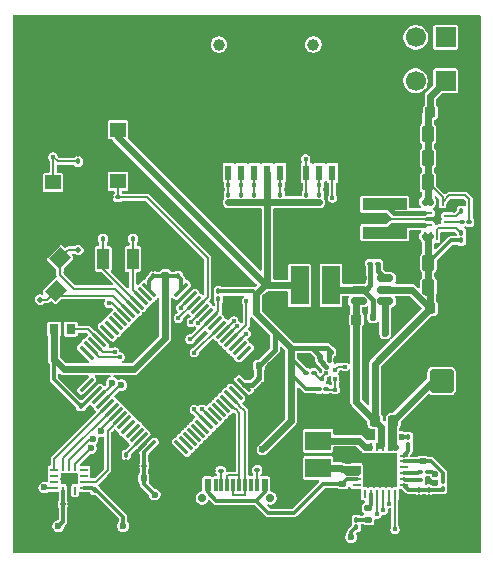
<source format=gbr>
%TF.GenerationSoftware,KiCad,Pcbnew,9.0.6*%
%TF.CreationDate,2025-12-31T22:25:04-08:00*%
%TF.ProjectId,SimpleFlightController,53696d70-6c65-4466-9c69-676874436f6e,rev?*%
%TF.SameCoordinates,Original*%
%TF.FileFunction,Copper,L1,Top*%
%TF.FilePolarity,Positive*%
%FSLAX46Y46*%
G04 Gerber Fmt 4.6, Leading zero omitted, Abs format (unit mm)*
G04 Created by KiCad (PCBNEW 9.0.6) date 2025-12-31 22:25:04*
%MOMM*%
%LPD*%
G01*
G04 APERTURE LIST*
G04 Aperture macros list*
%AMRoundRect*
0 Rectangle with rounded corners*
0 $1 Rounding radius*
0 $2 $3 $4 $5 $6 $7 $8 $9 X,Y pos of 4 corners*
0 Add a 4 corners polygon primitive as box body*
4,1,4,$2,$3,$4,$5,$6,$7,$8,$9,$2,$3,0*
0 Add four circle primitives for the rounded corners*
1,1,$1+$1,$2,$3*
1,1,$1+$1,$4,$5*
1,1,$1+$1,$6,$7*
1,1,$1+$1,$8,$9*
0 Add four rect primitives between the rounded corners*
20,1,$1+$1,$2,$3,$4,$5,0*
20,1,$1+$1,$4,$5,$6,$7,0*
20,1,$1+$1,$6,$7,$8,$9,0*
20,1,$1+$1,$8,$9,$2,$3,0*%
%AMRotRect*
0 Rectangle, with rotation*
0 The origin of the aperture is its center*
0 $1 length*
0 $2 width*
0 $3 Rotation angle, in degrees counterclockwise*
0 Add horizontal line*
21,1,$1,$2,0,0,$3*%
G04 Aperture macros list end*
%TA.AperFunction,SMDPad,CuDef*%
%ADD10RoundRect,0.140000X0.170000X-0.140000X0.170000X0.140000X-0.170000X0.140000X-0.170000X-0.140000X0*%
%TD*%
%TA.AperFunction,SMDPad,CuDef*%
%ADD11RoundRect,0.100000X0.162635X-0.021213X-0.021213X0.162635X-0.162635X0.021213X0.021213X-0.162635X0*%
%TD*%
%TA.AperFunction,SMDPad,CuDef*%
%ADD12RoundRect,0.100000X0.100000X-0.130000X0.100000X0.130000X-0.100000X0.130000X-0.100000X-0.130000X0*%
%TD*%
%TA.AperFunction,SMDPad,CuDef*%
%ADD13RotRect,1.400000X1.200000X225.000000*%
%TD*%
%TA.AperFunction,SMDPad,CuDef*%
%ADD14RoundRect,0.100000X-0.130000X-0.100000X0.130000X-0.100000X0.130000X0.100000X-0.130000X0.100000X0*%
%TD*%
%TA.AperFunction,SMDPad,CuDef*%
%ADD15RoundRect,0.100000X-0.100000X0.130000X-0.100000X-0.130000X0.100000X-0.130000X0.100000X0.130000X0*%
%TD*%
%TA.AperFunction,SMDPad,CuDef*%
%ADD16RoundRect,0.140000X-0.170000X0.140000X-0.170000X-0.140000X0.170000X-0.140000X0.170000X0.140000X0*%
%TD*%
%TA.AperFunction,ComponentPad*%
%ADD17RoundRect,0.250000X0.750000X-0.750000X0.750000X0.750000X-0.750000X0.750000X-0.750000X-0.750000X0*%
%TD*%
%TA.AperFunction,ComponentPad*%
%ADD18C,2.000000*%
%TD*%
%TA.AperFunction,SMDPad,CuDef*%
%ADD19RoundRect,0.140000X-0.140000X-0.170000X0.140000X-0.170000X0.140000X0.170000X-0.140000X0.170000X0*%
%TD*%
%TA.AperFunction,ComponentPad*%
%ADD20C,0.700000*%
%TD*%
%TA.AperFunction,SMDPad,CuDef*%
%ADD21R,0.550000X1.100000*%
%TD*%
%TA.AperFunction,SMDPad,CuDef*%
%ADD22R,0.300000X1.100000*%
%TD*%
%TA.AperFunction,ComponentPad*%
%ADD23O,1.100000X2.000000*%
%TD*%
%TA.AperFunction,ComponentPad*%
%ADD24O,1.200000X1.800000*%
%TD*%
%TA.AperFunction,SMDPad,CuDef*%
%ADD25RoundRect,0.225000X-0.225000X-0.250000X0.225000X-0.250000X0.225000X0.250000X-0.225000X0.250000X0*%
%TD*%
%TA.AperFunction,SMDPad,CuDef*%
%ADD26R,0.280000X0.700000*%
%TD*%
%TA.AperFunction,SMDPad,CuDef*%
%ADD27R,0.700000X0.280000*%
%TD*%
%TA.AperFunction,SMDPad,CuDef*%
%ADD28R,2.800000X2.800000*%
%TD*%
%TA.AperFunction,SMDPad,CuDef*%
%ADD29RoundRect,0.250000X-0.250000X-0.475000X0.250000X-0.475000X0.250000X0.475000X-0.250000X0.475000X0*%
%TD*%
%TA.AperFunction,SMDPad,CuDef*%
%ADD30RoundRect,0.100000X0.130000X0.100000X-0.130000X0.100000X-0.130000X-0.100000X0.130000X-0.100000X0*%
%TD*%
%TA.AperFunction,SMDPad,CuDef*%
%ADD31RoundRect,0.225000X0.225000X0.250000X-0.225000X0.250000X-0.225000X-0.250000X0.225000X-0.250000X0*%
%TD*%
%TA.AperFunction,SMDPad,CuDef*%
%ADD32RoundRect,0.147500X-0.172500X0.147500X-0.172500X-0.147500X0.172500X-0.147500X0.172500X0.147500X0*%
%TD*%
%TA.AperFunction,SMDPad,CuDef*%
%ADD33R,0.680000X0.280000*%
%TD*%
%TA.AperFunction,SMDPad,CuDef*%
%ADD34R,0.280000X0.680000*%
%TD*%
%TA.AperFunction,SMDPad,CuDef*%
%ADD35R,1.500000X3.320000*%
%TD*%
%TA.AperFunction,SMDPad,CuDef*%
%ADD36RoundRect,0.140000X0.140000X0.170000X-0.140000X0.170000X-0.140000X-0.170000X0.140000X-0.170000X0*%
%TD*%
%TA.AperFunction,SMDPad,CuDef*%
%ADD37R,0.700000X0.250000*%
%TD*%
%TA.AperFunction,SMDPad,CuDef*%
%ADD38R,0.250000X0.700000*%
%TD*%
%TA.AperFunction,SMDPad,CuDef*%
%ADD39R,1.450000X0.250000*%
%TD*%
%TA.AperFunction,SMDPad,CuDef*%
%ADD40R,1.850000X0.250000*%
%TD*%
%TA.AperFunction,SMDPad,CuDef*%
%ADD41R,3.800000X1.000000*%
%TD*%
%TA.AperFunction,SMDPad,CuDef*%
%ADD42RoundRect,0.075000X-0.548008X0.441942X0.441942X-0.548008X0.548008X-0.441942X-0.441942X0.548008X0*%
%TD*%
%TA.AperFunction,SMDPad,CuDef*%
%ADD43RoundRect,0.075000X-0.548008X-0.441942X-0.441942X-0.548008X0.548008X0.441942X0.441942X0.548008X0*%
%TD*%
%TA.AperFunction,SMDPad,CuDef*%
%ADD44RoundRect,0.100000X-0.162635X0.021213X0.021213X-0.162635X0.162635X-0.021213X-0.021213X0.162635X0*%
%TD*%
%TA.AperFunction,ComponentPad*%
%ADD45R,1.700000X1.700000*%
%TD*%
%TA.AperFunction,ComponentPad*%
%ADD46C,1.700000*%
%TD*%
%TA.AperFunction,SMDPad,CuDef*%
%ADD47R,0.800000X0.860000*%
%TD*%
%TA.AperFunction,SMDPad,CuDef*%
%ADD48R,1.360000X1.230000*%
%TD*%
%TA.AperFunction,SMDPad,CuDef*%
%ADD49RoundRect,0.135000X0.135000X0.185000X-0.135000X0.185000X-0.135000X-0.185000X0.135000X-0.185000X0*%
%TD*%
%TA.AperFunction,SMDPad,CuDef*%
%ADD50R,2.160000X1.630000*%
%TD*%
%TA.AperFunction,SMDPad,CuDef*%
%ADD51R,1.000000X1.800000*%
%TD*%
%TA.AperFunction,ComponentPad*%
%ADD52C,1.000000*%
%TD*%
%TA.AperFunction,SMDPad,CuDef*%
%ADD53R,0.600000X1.300000*%
%TD*%
%TA.AperFunction,SMDPad,CuDef*%
%ADD54R,1.200000X1.400000*%
%TD*%
%TA.AperFunction,SMDPad,CuDef*%
%ADD55R,1.200000X2.000000*%
%TD*%
%TA.AperFunction,SMDPad,CuDef*%
%ADD56R,0.300000X0.300000*%
%TD*%
%TA.AperFunction,SMDPad,CuDef*%
%ADD57RoundRect,0.150000X-0.512500X-0.150000X0.512500X-0.150000X0.512500X0.150000X-0.512500X0.150000X0*%
%TD*%
%TA.AperFunction,SMDPad,CuDef*%
%ADD58RoundRect,0.135000X-0.135000X-0.185000X0.135000X-0.185000X0.135000X0.185000X-0.135000X0.185000X0*%
%TD*%
%TA.AperFunction,ViaPad*%
%ADD59C,0.600000*%
%TD*%
%TA.AperFunction,ViaPad*%
%ADD60C,0.400000*%
%TD*%
%TA.AperFunction,Conductor*%
%ADD61C,0.300000*%
%TD*%
%TA.AperFunction,Conductor*%
%ADD62C,0.600000*%
%TD*%
%TA.AperFunction,Conductor*%
%ADD63C,0.200000*%
%TD*%
%TA.AperFunction,Conductor*%
%ADD64C,0.400000*%
%TD*%
G04 APERTURE END LIST*
D10*
%TO.P,C5,1*%
%TO.N,Net-(C5-Pad1)*%
X170440000Y-126680000D03*
%TO.P,C5,2*%
%TO.N,GND*%
X170440000Y-125720000D03*
%TD*%
D11*
%TO.P,C34,1*%
%TO.N,/HSE_OUT*%
X144853051Y-112297416D03*
%TO.P,C34,2*%
%TO.N,GND*%
X144400503Y-111844868D03*
%TD*%
D12*
%TO.P,R6,1*%
%TO.N,GND*%
X177740000Y-129020000D03*
%TO.P,R6,2*%
%TO.N,Net-(U1-TS)*%
X177740000Y-128380000D03*
%TD*%
D13*
%TO.P,X1,1,OSC1*%
%TO.N,/HSE_IN*%
X146553554Y-108792284D03*
%TO.P,X1,2,GND*%
%TO.N,GND*%
X144997919Y-110347919D03*
%TO.P,X1,3,OSC2*%
%TO.N,/HSE_OUT*%
X146200000Y-111550000D03*
%TO.P,X1,4,GND*%
%TO.N,GND*%
X147755635Y-109994365D03*
%TD*%
D14*
%TO.P,R8,1*%
%TO.N,/BQ_PG*%
X177020000Y-126850000D03*
%TO.P,R8,2*%
%TO.N,+3.3V*%
X177660000Y-126850000D03*
%TD*%
D12*
%TO.P,C24,1*%
%TO.N,+3.3V*%
X154450000Y-110320000D03*
%TO.P,C24,2*%
%TO.N,GND*%
X154450000Y-109680000D03*
%TD*%
D15*
%TO.P,R20,1*%
%TO.N,/SD_CMD*%
X163000000Y-103405000D03*
%TO.P,R20,2*%
%TO.N,+3.3V*%
X163000000Y-104045000D03*
%TD*%
%TO.P,C27,1*%
%TO.N,+3.3V*%
X148300000Y-121330000D03*
%TO.P,C27,2*%
%TO.N,GND*%
X148300000Y-121970000D03*
%TD*%
D16*
%TO.P,C1,1*%
%TO.N,VBUS*%
X170440000Y-127870000D03*
%TO.P,C1,2*%
%TO.N,GND*%
X170440000Y-128830000D03*
%TD*%
D17*
%TO.P,J1,1,Pin_1*%
%TO.N,BAT+*%
X178850000Y-119190000D03*
D18*
%TO.P,J1,2,Pin_2*%
%TO.N,GND*%
X178850000Y-116650000D03*
%TD*%
D19*
%TO.P,C28,1*%
%TO.N,+3.3V*%
X146020000Y-116200000D03*
%TO.P,C28,2*%
%TO.N,GND*%
X146980000Y-116200000D03*
%TD*%
D20*
%TO.P,USB1,*%
%TO.N,*%
X158563434Y-129096569D03*
X164343434Y-129096569D03*
D21*
%TO.P,USB1,1,GND*%
%TO.N,GND*%
X158253434Y-128016569D03*
%TO.P,USB1,2,VBUS*%
%TO.N,VBUS*%
X159053434Y-128016569D03*
D22*
%TO.P,USB1,3,SBU2*%
%TO.N,unconnected-(USB1-SBU2-Pad3)*%
X159703434Y-128016569D03*
%TO.P,USB1,4,CC1*%
%TO.N,Net-(USB1-CC1)*%
X160203434Y-128016569D03*
%TO.P,USB1,5,DN2*%
%TO.N,/USB_DN*%
X160703434Y-128016569D03*
%TO.P,USB1,6,DP1*%
%TO.N,/USB_DP*%
X161203434Y-128016569D03*
%TO.P,USB1,7,DN1*%
%TO.N,/USB_DN*%
X161703434Y-128016569D03*
%TO.P,USB1,8,DP2*%
%TO.N,/USB_DP*%
X162203434Y-128016569D03*
%TO.P,USB1,9,SBU1*%
%TO.N,unconnected-(USB1-SBU1-Pad9)*%
X162703434Y-128016569D03*
%TO.P,USB1,10,CC2*%
%TO.N,Net-(USB1-CC2)*%
X163203434Y-128016569D03*
D21*
%TO.P,USB1,11,VBUS*%
%TO.N,VBUS*%
X163853434Y-128016569D03*
%TO.P,USB1,12,GND*%
%TO.N,GND*%
X164653434Y-128016569D03*
D23*
%TO.P,USB1,13,SHELL*%
X157133434Y-128566569D03*
D24*
X157133434Y-132776569D03*
D23*
%TO.P,USB1,14,SHELL*%
X165773434Y-128566569D03*
D24*
X165773434Y-132776569D03*
%TD*%
D25*
%TO.P,C9,1*%
%TO.N,VSYS*%
X177900000Y-113025000D03*
%TO.P,C9,2*%
%TO.N,GND*%
X179450000Y-113025000D03*
%TD*%
D26*
%TO.P,U1,1,D-*%
%TO.N,unconnected-(U1-D--Pad1)*%
X172390000Y-128750000D03*
%TO.P,U1,2,STAT*%
%TO.N,Net-(D1-K)*%
X172890000Y-128750000D03*
%TO.P,U1,3,~{CE}*%
%TO.N,/BQ_CE*%
X173390000Y-128750000D03*
%TO.P,U1,4,SDA*%
%TO.N,/I2C_SDA*%
X173890000Y-128750000D03*
%TO.P,U1,5,SCL*%
%TO.N,/I2C_SCL*%
X174390000Y-128750000D03*
%TO.P,U1,6,~{INT}*%
%TO.N,/BQ_INT*%
X174890000Y-128750000D03*
D27*
%TO.P,U1,7,TS*%
%TO.N,Net-(U1-TS)*%
X175640000Y-128000000D03*
%TO.P,U1,8,ILIM*%
%TO.N,Net-(U1-ILIM)*%
X175640000Y-127500000D03*
%TO.P,U1,9,~{PG}*%
%TO.N,/BQ_PG*%
X175640000Y-127000000D03*
%TO.P,U1,10,NC*%
%TO.N,unconnected-(U1-NC-Pad10)*%
X175640000Y-126500000D03*
%TO.P,U1,11,REGN*%
%TO.N,VREGN*%
X175640000Y-126000000D03*
%TO.P,U1,12,BTST*%
%TO.N,Net-(U1-BTST)*%
X175640000Y-125500000D03*
D26*
%TO.P,U1,13,BAT*%
%TO.N,BAT+*%
X174890000Y-124750000D03*
%TO.P,U1,14,BAT*%
X174390000Y-124750000D03*
%TO.P,U1,15,SYS*%
%TO.N,VSYS*%
X173890000Y-124750000D03*
%TO.P,U1,16,SYS*%
X173390000Y-124750000D03*
%TO.P,U1,17,SW*%
%TO.N,/BTST*%
X172890000Y-124750000D03*
%TO.P,U1,18,SW*%
X172400000Y-124750000D03*
D27*
%TO.P,U1,19,GND*%
%TO.N,GND*%
X171640000Y-125500000D03*
%TO.P,U1,20,GND*%
X171640000Y-126000000D03*
%TO.P,U1,21,PMID*%
%TO.N,Net-(C5-Pad1)*%
X171640000Y-126500000D03*
%TO.P,U1,22,PMID*%
X171640000Y-127000000D03*
%TO.P,U1,23,VBUS*%
%TO.N,VBUS*%
X171640000Y-127500000D03*
%TO.P,U1,24,D+*%
%TO.N,unconnected-(U1-D+-Pad24)*%
X171640000Y-128000000D03*
D28*
%TO.P,U1,25,EP*%
%TO.N,GND*%
X173650000Y-126750000D03*
%TD*%
D14*
%TO.P,C19,1*%
%TO.N,+3.3V*%
X169480000Y-116725000D03*
%TO.P,C19,2*%
%TO.N,GND*%
X170120000Y-116725000D03*
%TD*%
D19*
%TO.P,C31,1*%
%TO.N,+3.3V*%
X163390000Y-117900000D03*
%TO.P,C31,2*%
%TO.N,GND*%
X164350000Y-117900000D03*
%TD*%
D29*
%TO.P,C8,1*%
%TO.N,VSYS*%
X177725000Y-109175000D03*
%TO.P,C8,2*%
%TO.N,GND*%
X179625000Y-109175000D03*
%TD*%
%TO.P,C7,1*%
%TO.N,VSYS*%
X177725000Y-111225000D03*
%TO.P,C7,2*%
%TO.N,GND*%
X179625000Y-111225000D03*
%TD*%
D30*
%TO.P,C26,1*%
%TO.N,+3.3V*%
X153670000Y-126350000D03*
%TO.P,C26,2*%
%TO.N,GND*%
X153030000Y-126350000D03*
%TD*%
D31*
%TO.P,C6,1*%
%TO.N,VSYS*%
X173215000Y-122550000D03*
%TO.P,C6,2*%
%TO.N,GND*%
X171665000Y-122550000D03*
%TD*%
D32*
%TO.P,D1,1,K*%
%TO.N,Net-(D1-K)*%
X172640000Y-129947500D03*
%TO.P,D1,2,A*%
%TO.N,Net-(D1-A)*%
X172640000Y-130917500D03*
%TD*%
D29*
%TO.P,C10,1*%
%TO.N,+5V*%
X177675000Y-98275000D03*
%TO.P,C10,2*%
%TO.N,GND*%
X179575000Y-98275000D03*
%TD*%
D30*
%TO.P,R9,1*%
%TO.N,/I2C_SDA*%
X169095000Y-119850000D03*
%TO.P,R9,2*%
%TO.N,+3.3V*%
X168455000Y-119850000D03*
%TD*%
D33*
%TO.P,U2,1,AP_SDO/AP_AD0*%
%TO.N,/ICM_SDO*%
X146040000Y-126710000D03*
%TO.P,U2,2,RESV/AUX1_SDIO/AUX1_SDI/MAS_DA*%
%TO.N,unconnected-(U2-RESV{slash}AUX1_SDIO{slash}AUX1_SDI{slash}MAS_DA-Pad2)*%
X146040000Y-127210000D03*
%TO.P,U2,3,RESV/AUX1_SCLK/MAS_CLK*%
%TO.N,unconnected-(U2-RESV{slash}AUX1_SCLK{slash}MAS_CLK-Pad3)*%
X146040000Y-127710000D03*
%TO.P,U2,4,INT1/INT*%
%TO.N,/ICM_INT1*%
X146040000Y-128210000D03*
D34*
%TO.P,U2,5,VDDIO*%
%TO.N,+3.3V*%
X146800000Y-128470000D03*
%TO.P,U2,6,GND*%
%TO.N,GND*%
X147300000Y-128470000D03*
%TO.P,U2,7,RESV*%
%TO.N,unconnected-(U2-RESV-Pad7)*%
X147800000Y-128470000D03*
D33*
%TO.P,U2,8,VDD*%
%TO.N,+3.3V*%
X148560000Y-128210000D03*
%TO.P,U2,9,INT2/FSYNC/CLKIN*%
%TO.N,/ICM_INT2*%
X148560000Y-127710000D03*
%TO.P,U2,10,RESV/AUX1_CS*%
%TO.N,unconnected-(U2-RESV{slash}AUX1_CS-Pad10)*%
X148560000Y-127210000D03*
%TO.P,U2,11,RESV/AUX1_SDO*%
%TO.N,unconnected-(U2-RESV{slash}AUX1_SDO-Pad11)*%
X148560000Y-126710000D03*
D34*
%TO.P,U2,12,AP_CS*%
%TO.N,/ICM_CS*%
X147800000Y-126450000D03*
%TO.P,U2,13,AP_SCL/AP_SCLK*%
%TO.N,/ICM_SCK*%
X147300000Y-126450000D03*
%TO.P,U2,14,AP_SDA/AP_SDIO/AP_SDI*%
%TO.N,/ICM_SDI*%
X146800000Y-126450000D03*
%TD*%
D35*
%TO.P,L7,1,1*%
%TO.N,Net-(U6-SW)*%
X169480000Y-111100000D03*
%TO.P,L7,2,2*%
%TO.N,+3.3V*%
X166820000Y-111100000D03*
%TD*%
D15*
%TO.P,R7,1*%
%TO.N,Net-(D1-A)*%
X171625000Y-130930000D03*
%TO.P,R7,2*%
%TO.N,+3.3V*%
X171625000Y-131570000D03*
%TD*%
%TO.P,R12,1*%
%TO.N,Net-(U5-EN)*%
X180525000Y-106650000D03*
%TO.P,R12,2*%
%TO.N,VSYS*%
X180525000Y-107290000D03*
%TD*%
D36*
%TO.P,C30,1*%
%TO.N,+3.3V*%
X153630000Y-127400000D03*
%TO.P,C30,2*%
%TO.N,GND*%
X152670000Y-127400000D03*
%TD*%
D10*
%TO.P,C3,1*%
%TO.N,VREGN*%
X177240000Y-125980000D03*
%TO.P,C3,2*%
%TO.N,GND*%
X177240000Y-125020000D03*
%TD*%
D12*
%TO.P,R4,1*%
%TO.N,Net-(U1-TS)*%
X178940000Y-128320000D03*
%TO.P,R4,2*%
%TO.N,VREGN*%
X178940000Y-127680000D03*
%TD*%
D14*
%TO.P,R3,1*%
%TO.N,Net-(U1-ILIM)*%
X177030000Y-127600000D03*
%TO.P,R3,2*%
%TO.N,GND*%
X177670000Y-127600000D03*
%TD*%
D25*
%TO.P,C12,1*%
%TO.N,+5V*%
X177900000Y-96425000D03*
%TO.P,C12,2*%
%TO.N,GND*%
X179450000Y-96425000D03*
%TD*%
D15*
%TO.P,C32,1*%
%TO.N,Net-(U3-VCAP_1)*%
X152150000Y-125430000D03*
%TO.P,C32,2*%
%TO.N,GND*%
X152150000Y-126070000D03*
%TD*%
D37*
%TO.P,U5,1,PS/SYNC*%
%TO.N,Net-(U5-EN)*%
X179375000Y-106225000D03*
%TO.P,U5,2,PG*%
%TO.N,Net-(U5-PG)*%
X179375000Y-105725000D03*
%TO.P,U5,3,Vaux*%
%TO.N,Net-(U5-Vaux)*%
X179375000Y-105225000D03*
%TO.P,U5,4,GND*%
%TO.N,GND*%
X179375000Y-104725000D03*
D38*
%TO.P,U5,5,FB*%
%TO.N,+5V*%
X178925000Y-104025000D03*
%TO.P,U5,6,FB2*%
%TO.N,GND*%
X178425000Y-104025000D03*
%TO.P,U5,7,Vout*%
%TO.N,+5V*%
X177925000Y-104025000D03*
%TO.P,U5,8,Vout*%
X177425000Y-104025000D03*
D39*
%TO.P,U5,9,L2*%
%TO.N,Net-(U5-L2)*%
X177335000Y-104975000D03*
D40*
%TO.P,U5,10,PGND*%
%TO.N,GND*%
X177535000Y-105475000D03*
D39*
%TO.P,U5,11,L1*%
%TO.N,Net-(U5-L1)*%
X177335000Y-105975000D03*
D38*
%TO.P,U5,12,Vin*%
%TO.N,VSYS*%
X177425000Y-106925000D03*
%TO.P,U5,13,Vin*%
X177925000Y-106925000D03*
%TO.P,U5,14,EN*%
%TO.N,Net-(U5-EN)*%
X178425000Y-106925000D03*
%TO.P,U5,15,Vsel*%
%TO.N,GND*%
X178925000Y-106925000D03*
%TD*%
D41*
%TO.P,L6,1,1*%
%TO.N,Net-(U5-L2)*%
X174025000Y-104225000D03*
%TO.P,L6,2,2*%
%TO.N,Net-(U5-L1)*%
X174025000Y-106625000D03*
%TD*%
D14*
%TO.P,R2,1*%
%TO.N,Net-(USB1-CC2)*%
X163233434Y-126729069D03*
%TO.P,R2,2*%
%TO.N,GND*%
X163873434Y-126729069D03*
%TD*%
D42*
%TO.P,U3,1,VBAT*%
%TO.N,+3.3V*%
X154088819Y-111485519D03*
%TO.P,U3,2,PC13*%
%TO.N,unconnected-(U3-PC13-Pad2)*%
X153735266Y-111839072D03*
%TO.P,U3,3,PC14*%
%TO.N,/LSE_IN*%
X153381713Y-112192625D03*
%TO.P,U3,4,PC15*%
%TO.N,/LSE_OUT*%
X153028159Y-112546179D03*
%TO.P,U3,5,PH0*%
%TO.N,/HSE_IN*%
X152674606Y-112899732D03*
%TO.P,U3,6,PH1*%
%TO.N,/HSE_OUT*%
X152321052Y-113253286D03*
%TO.P,U3,7,NRST*%
%TO.N,/RESET*%
X151967499Y-113606839D03*
%TO.P,U3,8,PC0*%
%TO.N,unconnected-(U3-PC0-Pad8)*%
X151613946Y-113960392D03*
%TO.P,U3,9,PC1*%
%TO.N,unconnected-(U3-PC1-Pad9)*%
X151260392Y-114313946D03*
%TO.P,U3,10,PC2*%
%TO.N,unconnected-(U3-PC2-Pad10)*%
X150906839Y-114667499D03*
%TO.P,U3,11,PC3*%
%TO.N,unconnected-(U3-PC3-Pad11)*%
X150553286Y-115021052D03*
%TO.P,U3,12,VSSA*%
%TO.N,GND*%
X150199732Y-115374606D03*
%TO.P,U3,13,VDDA*%
%TO.N,Net-(U3-VDDA)*%
X149846179Y-115728159D03*
%TO.P,U3,14,PA0*%
%TO.N,/SERVO1*%
X149492625Y-116081713D03*
%TO.P,U3,15,PA1*%
%TO.N,/SERVO2*%
X149139072Y-116435266D03*
%TO.P,U3,16,PA2*%
%TO.N,unconnected-(U3-PA2-Pad16)*%
X148785519Y-116788819D03*
D43*
%TO.P,U3,17,PA3*%
%TO.N,unconnected-(U3-PA3-Pad17)*%
X148785519Y-119511181D03*
%TO.P,U3,18,VSS*%
%TO.N,GND*%
X149139072Y-119864734D03*
%TO.P,U3,19,VDD*%
%TO.N,+3.3V*%
X149492625Y-120218287D03*
%TO.P,U3,20,PA4*%
%TO.N,/ICM_CS*%
X149846179Y-120571841D03*
%TO.P,U3,21,PA5*%
%TO.N,/ICM_SCK*%
X150199732Y-120925394D03*
%TO.P,U3,22,PA6*%
%TO.N,/ICM_SDO*%
X150553286Y-121278948D03*
%TO.P,U3,23,PA7*%
%TO.N,/ICM_SDI*%
X150906839Y-121632501D03*
%TO.P,U3,24,PC4*%
%TO.N,/ICM_INT1*%
X151260392Y-121986054D03*
%TO.P,U3,25,PB0*%
%TO.N,/ICM_INT2*%
X151613946Y-122339608D03*
%TO.P,U3,26,PB1*%
%TO.N,unconnected-(U3-PB1-Pad26)*%
X151967499Y-122693161D03*
%TO.P,U3,27,PB2*%
%TO.N,unconnected-(U3-PB2-Pad27)*%
X152321052Y-123046714D03*
%TO.P,U3,28,PB10*%
%TO.N,unconnected-(U3-PB10-Pad28)*%
X152674606Y-123400268D03*
%TO.P,U3,29,PB11*%
%TO.N,unconnected-(U3-PB11-Pad29)*%
X153028159Y-123753821D03*
%TO.P,U3,30,VCAP_1*%
%TO.N,Net-(U3-VCAP_1)*%
X153381713Y-124107375D03*
%TO.P,U3,31,VSS*%
%TO.N,GND*%
X153735266Y-124460928D03*
%TO.P,U3,32,VDD*%
%TO.N,+3.3V*%
X154088819Y-124814481D03*
D42*
%TO.P,U3,33,PB12*%
%TO.N,unconnected-(U3-PB12-Pad33)*%
X156811181Y-124814481D03*
%TO.P,U3,34,PB13*%
%TO.N,unconnected-(U3-PB13-Pad34)*%
X157164734Y-124460928D03*
%TO.P,U3,35,PB14*%
%TO.N,unconnected-(U3-PB14-Pad35)*%
X157518287Y-124107375D03*
%TO.P,U3,36,PB15*%
%TO.N,unconnected-(U3-PB15-Pad36)*%
X157871841Y-123753821D03*
%TO.P,U3,37,PC6*%
%TO.N,unconnected-(U3-PC6-Pad37)*%
X158225394Y-123400268D03*
%TO.P,U3,38,PC7*%
%TO.N,unconnected-(U3-PC7-Pad38)*%
X158578948Y-123046714D03*
%TO.P,U3,39,PC8*%
%TO.N,/SD_DAT0*%
X158932501Y-122693161D03*
%TO.P,U3,40,PC9*%
%TO.N,/SD_DAT1*%
X159286054Y-122339608D03*
%TO.P,U3,41,PA8*%
%TO.N,unconnected-(U3-PA8-Pad41)*%
X159639608Y-121986054D03*
%TO.P,U3,42,PA9*%
%TO.N,unconnected-(U3-PA9-Pad42)*%
X159993161Y-121632501D03*
%TO.P,U3,43,PA10*%
%TO.N,unconnected-(U3-PA10-Pad43)*%
X160346714Y-121278948D03*
%TO.P,U3,44,PA11*%
%TO.N,/USB_DN*%
X160700268Y-120925394D03*
%TO.P,U3,45,PA12*%
%TO.N,/USB_DP*%
X161053821Y-120571841D03*
%TO.P,U3,46,PA13*%
%TO.N,unconnected-(U3-PA13-Pad46)*%
X161407375Y-120218287D03*
%TO.P,U3,47,VSS*%
%TO.N,GND*%
X161760928Y-119864734D03*
%TO.P,U3,48,VDD*%
%TO.N,+3.3V*%
X162114481Y-119511181D03*
D43*
%TO.P,U3,49,PA14*%
%TO.N,unconnected-(U3-PA14-Pad49)*%
X162114481Y-116788819D03*
%TO.P,U3,50,PA15*%
%TO.N,unconnected-(U3-PA15-Pad50)*%
X161760928Y-116435266D03*
%TO.P,U3,51,PC10*%
%TO.N,/SD_DAT2*%
X161407375Y-116081713D03*
%TO.P,U3,52,PC11*%
%TO.N,/SD_DAT3*%
X161053821Y-115728159D03*
%TO.P,U3,53,PC12*%
%TO.N,/SD_CLK*%
X160700268Y-115374606D03*
%TO.P,U3,54,PD2*%
%TO.N,/SD_CMD*%
X160346714Y-115021052D03*
%TO.P,U3,55,PB3*%
%TO.N,/SD_CD*%
X159993161Y-114667499D03*
%TO.P,U3,56,PB4*%
%TO.N,unconnected-(U3-PB4-Pad56)*%
X159639608Y-114313946D03*
%TO.P,U3,57,PB5*%
%TO.N,/BQ_INT*%
X159286054Y-113960392D03*
%TO.P,U3,58,PB6*%
%TO.N,/I2C_SCL*%
X158932501Y-113606839D03*
%TO.P,U3,59,PB7*%
%TO.N,/I2C_SDA*%
X158578948Y-113253286D03*
%TO.P,U3,60,BOOT0*%
%TO.N,/BOOT*%
X158225394Y-112899732D03*
%TO.P,U3,61,PB8*%
%TO.N,/BQ_CE*%
X157871841Y-112546179D03*
%TO.P,U3,62,PB9*%
%TO.N,/BMP_INT*%
X157518287Y-112192625D03*
%TO.P,U3,63,VSS*%
%TO.N,GND*%
X157164734Y-111839072D03*
%TO.P,U3,64,VDD*%
%TO.N,+3.3V*%
X156811181Y-111485519D03*
%TD*%
D44*
%TO.P,C33,1*%
%TO.N,/HSE_IN*%
X148100503Y-108094868D03*
%TO.P,C33,2*%
%TO.N,GND*%
X148553051Y-108547416D03*
%TD*%
D45*
%TO.P,J3,1,Pin_1*%
%TO.N,+5V*%
X179175000Y-93775000D03*
D46*
%TO.P,J3,2,Pin_2*%
%TO.N,/SERVO2*%
X176635000Y-93775000D03*
%TO.P,J3,3,Pin_3*%
%TO.N,GND*%
X174095000Y-93775000D03*
%TD*%
D47*
%TO.P,L4,1,1*%
%TO.N,Net-(U3-VDDA)*%
X147450000Y-114800000D03*
%TO.P,L4,2,2*%
%TO.N,+3.3V*%
X146050000Y-114800000D03*
%TD*%
D30*
%TO.P,C20,1*%
%TO.N,+3.3V*%
X168545000Y-117250000D03*
%TO.P,C20,2*%
%TO.N,GND*%
X167905000Y-117250000D03*
%TD*%
D15*
%TO.P,C37,1*%
%TO.N,GND*%
X148070000Y-99960000D03*
%TO.P,C37,2*%
%TO.N,/RESET*%
X148070000Y-100600000D03*
%TD*%
%TO.P,R19,1*%
%TO.N,/SD_DAT3*%
X161900000Y-103405000D03*
%TO.P,R19,2*%
%TO.N,+3.3V*%
X161900000Y-104045000D03*
%TD*%
D48*
%TO.P,SW1,1,1*%
%TO.N,GND*%
X145950000Y-98020000D03*
%TO.P,SW1,2,2*%
%TO.N,/RESET*%
X145950000Y-102380000D03*
%TD*%
D15*
%TO.P,C21,1*%
%TO.N,+3.3V*%
X149500000Y-128430000D03*
%TO.P,C21,2*%
%TO.N,GND*%
X149500000Y-129070000D03*
%TD*%
%TO.P,R17,1*%
%TO.N,/SD_DAT1*%
X168500000Y-103405000D03*
%TO.P,R17,2*%
%TO.N,+3.3V*%
X168500000Y-104045000D03*
%TD*%
%TO.P,R18,1*%
%TO.N,/SD_DAT2*%
X160800000Y-103405000D03*
%TO.P,R18,2*%
%TO.N,+3.3V*%
X160800000Y-104045000D03*
%TD*%
D49*
%TO.P,R14,1*%
%TO.N,Net-(U6-FB)*%
X174060000Y-113750000D03*
%TO.P,R14,2*%
%TO.N,Net-(U6-SW)*%
X173040000Y-113750000D03*
%TD*%
D50*
%TO.P,L5,1,1*%
%TO.N,/BTST*%
X168390000Y-124230000D03*
%TO.P,L5,2,2*%
%TO.N,Net-(C5-Pad1)*%
X168390000Y-126570000D03*
%TD*%
D16*
%TO.P,C17,1*%
%TO.N,+3.3V*%
X164000000Y-111095000D03*
%TO.P,C17,2*%
%TO.N,GND*%
X164000000Y-112055000D03*
%TD*%
D51*
%TO.P,X2,1,1*%
%TO.N,/LSE_IN*%
X152700000Y-108850000D03*
%TO.P,X2,2,2*%
%TO.N,/LSE_OUT*%
X150200000Y-108850000D03*
%TD*%
D52*
%TO.P,Card1,*%
%TO.N,*%
X167990000Y-90700000D03*
X159990000Y-90700000D03*
D53*
%TO.P,Card1,1,DAT2(RSV)*%
%TO.N,/SD_DAT2*%
X160800000Y-101550000D03*
%TO.P,Card1,2,CDDAT3(CS)*%
%TO.N,/SD_DAT3*%
X161900000Y-101550000D03*
%TO.P,Card1,3,CMD(DI)*%
%TO.N,/SD_CMD*%
X163000000Y-101550000D03*
%TO.P,Card1,4,VDD*%
%TO.N,+3.3V*%
X164100000Y-101550000D03*
%TO.P,Card1,5,CLK(SCLK)*%
%TO.N,/SD_CLK*%
X165200000Y-101550000D03*
%TO.P,Card1,6,VSS*%
%TO.N,GND*%
X166300000Y-101550000D03*
%TO.P,Card1,7,DAT0(D0)*%
%TO.N,/SD_DAT0*%
X167400000Y-101550000D03*
%TO.P,Card1,8,DAT1(RSV)*%
%TO.N,/SD_DAT1*%
X168500000Y-101550000D03*
%TO.P,Card1,9,CD*%
%TO.N,/SD_CD*%
X169600000Y-101550000D03*
D54*
%TO.P,Card1,10,GND*%
%TO.N,GND*%
X170800000Y-100700000D03*
D55*
%TO.P,Card1,11,GND*%
X170800000Y-90990000D03*
%TO.P,Card1,12,GND*%
X155280000Y-90990000D03*
D54*
%TO.P,Card1,13,GND*%
X156120000Y-100700000D03*
%TD*%
D15*
%TO.P,C4,1*%
%TO.N,/BTST*%
X176040000Y-123930000D03*
%TO.P,C4,2*%
%TO.N,Net-(U1-BTST)*%
X176040000Y-124570000D03*
%TD*%
D12*
%TO.P,R5,1*%
%TO.N,GND*%
X176940000Y-129020000D03*
%TO.P,R5,2*%
%TO.N,Net-(U1-TS)*%
X176940000Y-128380000D03*
%TD*%
D10*
%TO.P,C29,1*%
%TO.N,+3.3V*%
X155450000Y-110180000D03*
%TO.P,C29,2*%
%TO.N,GND*%
X155450000Y-109220000D03*
%TD*%
D12*
%TO.P,C35,1*%
%TO.N,/LSE_IN*%
X152725000Y-107135000D03*
%TO.P,C35,2*%
%TO.N,GND*%
X152725000Y-106495000D03*
%TD*%
D56*
%TO.P,U4,1,VDDIO*%
%TO.N,+3.3V*%
X169070000Y-117975000D03*
%TO.P,U4,2,SCK*%
%TO.N,/I2C_SCL*%
X169070000Y-118475000D03*
%TO.P,U4,3,VSS*%
%TO.N,GND*%
X169350000Y-119005000D03*
%TO.P,U4,4,SDI*%
%TO.N,/I2C_SDA*%
X169850000Y-119005000D03*
%TO.P,U4,5,SDO*%
%TO.N,GND*%
X170350000Y-119005000D03*
%TO.P,U4,6,CSB*%
X170630000Y-118475000D03*
%TO.P,U4,7,INT*%
%TO.N,/BMP_INT*%
X170630000Y-117975000D03*
%TO.P,U4,8,VSS*%
%TO.N,GND*%
X170350000Y-117445000D03*
%TO.P,U4,9,VSS*%
X169850000Y-117445000D03*
%TO.P,U4,10,VDD*%
%TO.N,+3.3V*%
X169350000Y-117445000D03*
%TD*%
D12*
%TO.P,C36,1*%
%TO.N,/LSE_OUT*%
X150175000Y-107135000D03*
%TO.P,C36,2*%
%TO.N,GND*%
X150175000Y-106495000D03*
%TD*%
D57*
%TO.P,U6,1,GND*%
%TO.N,GND*%
X171812500Y-110500000D03*
%TO.P,U6,2,SW*%
%TO.N,Net-(U6-SW)*%
X171812500Y-111450000D03*
%TO.P,U6,3,VIN*%
%TO.N,VSYS*%
X171812500Y-112400000D03*
%TO.P,U6,4,FB*%
%TO.N,Net-(U6-FB)*%
X174087500Y-112400000D03*
%TO.P,U6,5,EN*%
%TO.N,VSYS*%
X174087500Y-111450000D03*
%TO.P,U6,6,CB*%
%TO.N,Net-(U6-CB)*%
X174087500Y-110500000D03*
%TD*%
D15*
%TO.P,R21,1*%
%TO.N,/SD_CLK*%
X165200000Y-103405000D03*
%TO.P,R21,2*%
%TO.N,+3.3V*%
X165200000Y-104045000D03*
%TD*%
D12*
%TO.P,C14,1*%
%TO.N,Net-(U5-Vaux)*%
X180525000Y-104795000D03*
%TO.P,C14,2*%
%TO.N,GND*%
X180525000Y-104155000D03*
%TD*%
D58*
%TO.P,R15,1*%
%TO.N,GND*%
X173040000Y-115100000D03*
%TO.P,R15,2*%
%TO.N,Net-(U6-FB)*%
X174060000Y-115100000D03*
%TD*%
D12*
%TO.P,C23,1*%
%TO.N,+3.3V*%
X156525000Y-110295000D03*
%TO.P,C23,2*%
%TO.N,GND*%
X156525000Y-109655000D03*
%TD*%
D29*
%TO.P,C11,1*%
%TO.N,+5V*%
X177675000Y-100325000D03*
%TO.P,C11,2*%
%TO.N,GND*%
X179575000Y-100325000D03*
%TD*%
D30*
%TO.P,R13,1*%
%TO.N,+5V*%
X181195000Y-105725000D03*
%TO.P,R13,2*%
%TO.N,Net-(U5-PG)*%
X180555000Y-105725000D03*
%TD*%
D14*
%TO.P,C22,1*%
%TO.N,+3.3V*%
X146770000Y-129610000D03*
%TO.P,C22,2*%
%TO.N,GND*%
X147410000Y-129610000D03*
%TD*%
%TO.P,R22,1*%
%TO.N,GND*%
X150830000Y-103650000D03*
%TO.P,R22,2*%
%TO.N,/BOOT*%
X151470000Y-103650000D03*
%TD*%
D30*
%TO.P,R1,1*%
%TO.N,Net-(USB1-CC1)*%
X160128434Y-126779069D03*
%TO.P,R1,2*%
%TO.N,GND*%
X159488434Y-126779069D03*
%TD*%
D16*
%TO.P,C18,1*%
%TO.N,+3.3V*%
X165050000Y-111095000D03*
%TO.P,C18,2*%
%TO.N,GND*%
X165050000Y-112055000D03*
%TD*%
D12*
%TO.P,R11,1*%
%TO.N,/BQ_INT*%
X159950000Y-112245000D03*
%TO.P,R11,2*%
%TO.N,+3.3V*%
X159950000Y-111605000D03*
%TD*%
D30*
%TO.P,C15,1*%
%TO.N,Net-(U6-CB)*%
X173450000Y-109250000D03*
%TO.P,C15,2*%
%TO.N,Net-(U6-SW)*%
X172810000Y-109250000D03*
%TD*%
D48*
%TO.P,SW2,1,1*%
%TO.N,+3.3V*%
X151450000Y-97920000D03*
%TO.P,SW2,2,2*%
%TO.N,/BOOT*%
X151450000Y-102280000D03*
%TD*%
D29*
%TO.P,C13,1*%
%TO.N,+5V*%
X177675000Y-102375000D03*
%TO.P,C13,2*%
%TO.N,GND*%
X179575000Y-102375000D03*
%TD*%
D14*
%TO.P,C25,1*%
%TO.N,+3.3V*%
X163385000Y-118900000D03*
%TO.P,C25,2*%
%TO.N,GND*%
X164025000Y-118900000D03*
%TD*%
D15*
%TO.P,R16,1*%
%TO.N,/SD_DAT0*%
X167400000Y-103405000D03*
%TO.P,R16,2*%
%TO.N,+3.3V*%
X167400000Y-104045000D03*
%TD*%
D25*
%TO.P,C2,1*%
%TO.N,BAT+*%
X174765000Y-122550000D03*
%TO.P,C2,2*%
%TO.N,GND*%
X176315000Y-122550000D03*
%TD*%
D30*
%TO.P,R10,1*%
%TO.N,/I2C_SCL*%
X168020000Y-118525000D03*
%TO.P,R10,2*%
%TO.N,+3.3V*%
X167380000Y-118525000D03*
%TD*%
D31*
%TO.P,C16,1*%
%TO.N,VSYS*%
X171625000Y-114000000D03*
%TO.P,C16,2*%
%TO.N,GND*%
X170075000Y-114000000D03*
%TD*%
D45*
%TO.P,J2,1,Pin_1*%
%TO.N,+5V*%
X179190000Y-90100000D03*
D46*
%TO.P,J2,2,Pin_2*%
%TO.N,/SERVO1*%
X176650000Y-90100000D03*
%TO.P,J2,3,Pin_3*%
%TO.N,GND*%
X174110000Y-90100000D03*
%TD*%
D59*
%TO.N,GND*%
X175650000Y-113375000D03*
X173650000Y-126750000D03*
X149700000Y-126550000D03*
X161450000Y-112800000D03*
X178247182Y-127802818D03*
X168250000Y-121500000D03*
X147650000Y-119200000D03*
X164550000Y-120375000D03*
%TO.N,/BTST*%
X175500000Y-123950000D03*
X171880000Y-124230000D03*
%TO.N,+3.3V*%
X146025000Y-117350000D03*
X154550000Y-128800000D03*
X178298591Y-127076409D03*
X146400000Y-131475000D03*
X163675000Y-124975000D03*
X171189650Y-132400000D03*
X151875000Y-131475000D03*
D60*
%TO.N,/RESET*%
X145950000Y-100225000D03*
X150700000Y-112600000D03*
%TO.N,/SD_DAT1*%
X158525000Y-121575000D03*
X168500000Y-102625000D03*
%TO.N,/SD_DAT0*%
X157900000Y-121600000D03*
X167325000Y-100350000D03*
%TO.N,/SD_CD*%
X169600000Y-103675000D03*
X157900000Y-116775000D03*
%TO.N,/SD_DAT2*%
X162300000Y-115175000D03*
X160800000Y-102625000D03*
%TO.N,/SD_DAT3*%
X162317157Y-112442157D03*
X161900000Y-102625000D03*
%TO.N,/SD_CLK*%
X161537437Y-114537437D03*
X165200000Y-102625000D03*
%TO.N,/SD_CMD*%
X163000000Y-102625000D03*
X161246383Y-114121383D03*
%TO.N,/SERVO1*%
X151175000Y-116750000D03*
%TO.N,/SERVO2*%
X151600000Y-117150000D03*
%TO.N,/I2C_SDA*%
X169850000Y-119925000D03*
X173900000Y-130150000D03*
X157650000Y-114200000D03*
%TO.N,/I2C_SCL*%
X168725000Y-119050000D03*
X174400000Y-129575000D03*
X158257170Y-114282170D03*
%TO.N,/BQ_INT*%
X174900000Y-131750000D03*
X157550000Y-115650000D03*
%TO.N,/BQ_CE*%
X173375000Y-130450000D03*
X156550000Y-113868020D03*
D59*
%TO.N,/ICM_INT1*%
X145200000Y-128200000D03*
X149968935Y-123418935D03*
%TO.N,/ICM_CS*%
X149133265Y-124883265D03*
X150938298Y-119338298D03*
%TO.N,/ICM_SCK*%
X151712850Y-119538482D03*
X149289250Y-124098617D03*
D60*
%TO.N,/BMP_INT*%
X156750000Y-113000000D03*
X169800000Y-118225000D03*
%TD*%
D61*
%TO.N,VBUS*%
X163130070Y-129318569D02*
X164161501Y-130350000D01*
X163853434Y-128595205D02*
X163853434Y-128016569D01*
X170810000Y-127500000D02*
X170440000Y-127870000D01*
X159053434Y-128016569D02*
X159053434Y-128595205D01*
X171640000Y-127500000D02*
X170810000Y-127500000D01*
X159053434Y-128595205D02*
X159776798Y-129318569D01*
X166350000Y-130350000D02*
X168830000Y-127870000D01*
X163130070Y-129318569D02*
X163853434Y-128595205D01*
X159776798Y-129318569D02*
X163130070Y-129318569D01*
X164161501Y-130350000D02*
X166350000Y-130350000D01*
X168830000Y-127870000D02*
X170440000Y-127870000D01*
D62*
%TO.N,BAT+*%
X174765000Y-122550000D02*
X174765000Y-124625000D01*
X174765000Y-122850000D02*
X174531000Y-123084000D01*
X178850000Y-119190000D02*
X178125000Y-119190000D01*
X174765000Y-122550000D02*
X174765000Y-122850000D01*
X174531000Y-123084000D02*
X174531000Y-124750000D01*
X174765000Y-124625000D02*
X174890000Y-124750000D01*
X178125000Y-119190000D02*
X174765000Y-122550000D01*
D63*
%TO.N,GND*%
X147300000Y-129500000D02*
X147410000Y-129610000D01*
D61*
X178247182Y-127802818D02*
X177962818Y-127802818D01*
X170120000Y-117215000D02*
X170350000Y-117445000D01*
D63*
X144400503Y-110945335D02*
X144997919Y-110347919D01*
D61*
X177760000Y-127600000D02*
X177670000Y-127600000D01*
D63*
X148553051Y-108547416D02*
X148553051Y-109196949D01*
D61*
X177962818Y-127802818D02*
X177760000Y-127600000D01*
X170120000Y-116725000D02*
X170120000Y-117175000D01*
D63*
X147300000Y-128470000D02*
X147300000Y-129500000D01*
X148553051Y-109196949D02*
X147755635Y-109994365D01*
X144400503Y-111844868D02*
X144400503Y-110945335D01*
D61*
X170120000Y-117175000D02*
X169850000Y-117445000D01*
X170120000Y-116725000D02*
X170120000Y-117215000D01*
%TO.N,VREGN*%
X175660000Y-125980000D02*
X175640000Y-126000000D01*
X178940000Y-127680000D02*
X178940000Y-126940000D01*
X177980000Y-125980000D02*
X177240000Y-125980000D01*
X178940000Y-126940000D02*
X177980000Y-125980000D01*
X177240000Y-125980000D02*
X175660000Y-125980000D01*
%TO.N,Net-(U1-BTST)*%
X176040000Y-124570000D02*
X176040000Y-125100000D01*
X176040000Y-125100000D02*
X175640000Y-125500000D01*
%TO.N,/BTST*%
X176040000Y-123930000D02*
X175520000Y-123930000D01*
D62*
X171880000Y-124230000D02*
X168390000Y-124230000D01*
X172400000Y-124750000D02*
X172730000Y-124750000D01*
D61*
X175520000Y-123930000D02*
X175500000Y-123950000D01*
D62*
X172400000Y-124750000D02*
X171880000Y-124230000D01*
%TO.N,Net-(C5-Pad1)*%
X168390000Y-126570000D02*
X170330000Y-126570000D01*
X171601000Y-126680000D02*
X171640000Y-126641000D01*
X170330000Y-126570000D02*
X170440000Y-126680000D01*
X170440000Y-126680000D02*
X171601000Y-126680000D01*
X170680000Y-126680000D02*
X170859000Y-126859000D01*
X170440000Y-126680000D02*
X170680000Y-126680000D01*
X170859000Y-126859000D02*
X171640000Y-126859000D01*
D61*
%TO.N,VSYS*%
X180525000Y-107290000D02*
X179610000Y-107290000D01*
D62*
X174087500Y-111450000D02*
X176325000Y-111450000D01*
X177725000Y-107099000D02*
X177899000Y-106925000D01*
X173730000Y-123065000D02*
X173730000Y-124590000D01*
X177900000Y-111400000D02*
X177725000Y-111225000D01*
X173215000Y-122550000D02*
X173215000Y-117710000D01*
X177725000Y-107225000D02*
X177425000Y-106925000D01*
X173215000Y-122550000D02*
X173730000Y-123065000D01*
X173730000Y-123065000D02*
X173730000Y-124410000D01*
X177725000Y-109175000D02*
X177725000Y-107225000D01*
D61*
X179610000Y-107290000D02*
X177725000Y-109175000D01*
D62*
X176325000Y-111450000D02*
X177900000Y-113025000D01*
X171625000Y-114000000D02*
X171625000Y-112587500D01*
X173215000Y-117710000D02*
X177900000Y-113025000D01*
X177900000Y-113025000D02*
X177900000Y-111400000D01*
X171625000Y-120960000D02*
X171625000Y-114000000D01*
X177725000Y-109175000D02*
X177725000Y-107099000D01*
X173730000Y-124410000D02*
X173531000Y-124609000D01*
X177725000Y-111225000D02*
X177725000Y-109175000D01*
X171625000Y-112587500D02*
X171812500Y-112400000D01*
X173215000Y-122550000D02*
X171625000Y-120960000D01*
D63*
%TO.N,+5V*%
X178925000Y-103625000D02*
X177675000Y-102375000D01*
D62*
X177675000Y-103775000D02*
X177425000Y-104025000D01*
X177900000Y-96425000D02*
X177900000Y-95050000D01*
X177675000Y-100325000D02*
X177675000Y-102375000D01*
D63*
X178925000Y-104025000D02*
X178925000Y-103625000D01*
D62*
X177675000Y-102375000D02*
X177675000Y-103775000D01*
D63*
X180855000Y-103475000D02*
X181195000Y-103815000D01*
X178925000Y-104025000D02*
X179475000Y-103475000D01*
D62*
X177675000Y-96650000D02*
X177900000Y-96425000D01*
X177675000Y-102375000D02*
X177675000Y-103801000D01*
D63*
X179475000Y-103475000D02*
X180855000Y-103475000D01*
D62*
X177675000Y-100325000D02*
X177675000Y-98275000D01*
X177675000Y-98275000D02*
X177675000Y-96650000D01*
X177900000Y-95050000D02*
X179175000Y-93775000D01*
X177675000Y-103801000D02*
X177899000Y-104025000D01*
D63*
X181195000Y-103815000D02*
X181195000Y-105725000D01*
%TO.N,Net-(U5-Vaux)*%
X180095000Y-105225000D02*
X180525000Y-104795000D01*
X179375000Y-105225000D02*
X180095000Y-105225000D01*
D64*
%TO.N,Net-(U6-SW)*%
X172166968Y-111450000D02*
X171812500Y-111450000D01*
X172810000Y-111065000D02*
X172425000Y-111450000D01*
X172810000Y-109250000D02*
X172810000Y-111065000D01*
X173040000Y-113750000D02*
X173040000Y-112323032D01*
D62*
X171812500Y-111450000D02*
X169830000Y-111450000D01*
X169830000Y-111450000D02*
X169480000Y-111100000D01*
D64*
X173040000Y-112323032D02*
X172166968Y-111450000D01*
X172425000Y-111450000D02*
X171812500Y-111450000D01*
%TO.N,Net-(U6-CB)*%
X173450000Y-109862500D02*
X174087500Y-110500000D01*
X173450000Y-109250000D02*
X173450000Y-109862500D01*
D61*
%TO.N,+3.3V*%
X148380912Y-121330000D02*
X149492625Y-120218287D01*
X153630000Y-126390000D02*
X153670000Y-126350000D01*
X167380000Y-118525000D02*
X166080000Y-117225000D01*
D64*
X168545000Y-117050001D02*
X167869999Y-116375000D01*
D62*
X146025000Y-117350000D02*
X146025000Y-116205000D01*
D64*
X168545000Y-117250000D02*
X168545000Y-117050001D01*
D61*
X146770000Y-131105000D02*
X146400000Y-131475000D01*
D64*
X168545000Y-117450000D02*
X169070000Y-117975000D01*
D62*
X160800000Y-104045000D02*
X168500000Y-104045000D01*
D61*
X148300000Y-121330000D02*
X146025000Y-119055000D01*
D62*
X155450000Y-115525000D02*
X155450000Y-110180000D01*
D61*
X171189650Y-132400000D02*
X171189650Y-132005350D01*
X154088819Y-110681181D02*
X154450000Y-110320000D01*
X149605000Y-128430000D02*
X151875000Y-130700000D01*
X177660000Y-126850000D02*
X178072182Y-126850000D01*
X146800000Y-129580000D02*
X146770000Y-129610000D01*
D62*
X164100000Y-101550000D02*
X164100000Y-110995000D01*
D64*
X169480000Y-116725000D02*
X169350000Y-116855000D01*
D61*
X148560000Y-128210000D02*
X149280000Y-128210000D01*
X155565000Y-110295000D02*
X155450000Y-110180000D01*
X168455000Y-119850000D02*
X167350000Y-119850000D01*
D62*
X146025000Y-117350000D02*
X146850000Y-118175000D01*
D61*
X178072182Y-126850000D02*
X178298591Y-127076409D01*
X162878970Y-111605000D02*
X163125000Y-111851030D01*
D64*
X164750000Y-116540000D02*
X164750000Y-115050000D01*
D61*
X154088819Y-111485519D02*
X154088819Y-110681181D01*
X146800000Y-128470000D02*
X146800000Y-129580000D01*
D64*
X167869999Y-116375000D02*
X169130000Y-116375000D01*
D62*
X164100000Y-110995000D02*
X164000000Y-111095000D01*
D61*
X148300000Y-121330000D02*
X148380912Y-121330000D01*
D62*
X166075000Y-118575000D02*
X166075000Y-122575000D01*
X163125000Y-112925000D02*
X163125000Y-113425000D01*
D61*
X154450000Y-110320000D02*
X155310000Y-110320000D01*
D62*
X163125000Y-111851030D02*
X163125000Y-112925000D01*
D61*
X153670000Y-125233300D02*
X154088819Y-124814481D01*
D62*
X146025000Y-116205000D02*
X146020000Y-116200000D01*
X166820000Y-111100000D02*
X165055000Y-111100000D01*
D61*
X153630000Y-127400000D02*
X153630000Y-126390000D01*
D62*
X164000000Y-111095000D02*
X163881030Y-111095000D01*
D64*
X169130000Y-116375000D02*
X169480000Y-116725000D01*
X163390000Y-117900000D02*
X163390000Y-118895000D01*
D62*
X166075000Y-116375000D02*
X166075000Y-117225000D01*
D61*
X149500000Y-128430000D02*
X149605000Y-128430000D01*
D64*
X162114481Y-119511181D02*
X162773819Y-119511181D01*
D61*
X156525000Y-110295000D02*
X155565000Y-110295000D01*
X156811181Y-110581181D02*
X156525000Y-110295000D01*
D62*
X164000000Y-111095000D02*
X151450000Y-98545000D01*
X152800000Y-118175000D02*
X155450000Y-115525000D01*
D61*
X146025000Y-119055000D02*
X146025000Y-117350000D01*
D62*
X146850000Y-118175000D02*
X152800000Y-118175000D01*
D61*
X149280000Y-128210000D02*
X149500000Y-128430000D01*
D64*
X169350000Y-116855000D02*
X169350000Y-117445000D01*
D62*
X145950000Y-114900000D02*
X146050000Y-114800000D01*
D61*
X166080000Y-117225000D02*
X166075000Y-117225000D01*
X167350000Y-119850000D02*
X166075000Y-118575000D01*
D64*
X162773819Y-119511181D02*
X163385000Y-118900000D01*
D61*
X146770000Y-129610000D02*
X146770000Y-131105000D01*
X153630000Y-127880000D02*
X154550000Y-128800000D01*
D62*
X151450000Y-98545000D02*
X151450000Y-97920000D01*
X164750000Y-115050000D02*
X166075000Y-116375000D01*
X146050000Y-116170000D02*
X146020000Y-116200000D01*
D64*
X167869999Y-116375000D02*
X166075000Y-116375000D01*
X163390000Y-117900000D02*
X164750000Y-116540000D01*
D62*
X166075000Y-122575000D02*
X163675000Y-124975000D01*
D64*
X163390000Y-118895000D02*
X163385000Y-118900000D01*
D62*
X165050000Y-111095000D02*
X164000000Y-111095000D01*
D61*
X153670000Y-126350000D02*
X153670000Y-125233300D01*
D62*
X146050000Y-114800000D02*
X146050000Y-116170000D01*
D61*
X151875000Y-130700000D02*
X151875000Y-131475000D01*
D62*
X163125000Y-113425000D02*
X164750000Y-115050000D01*
D61*
X153630000Y-127400000D02*
X153630000Y-127880000D01*
X155310000Y-110320000D02*
X155450000Y-110180000D01*
D62*
X163881030Y-111095000D02*
X163125000Y-111851030D01*
X165055000Y-111100000D02*
X165050000Y-111095000D01*
D61*
X171189650Y-132005350D02*
X171625000Y-131570000D01*
D62*
X166075000Y-117225000D02*
X166075000Y-118575000D01*
D61*
X159950000Y-111605000D02*
X162878970Y-111605000D01*
X156811181Y-111485519D02*
X156811181Y-110581181D01*
D64*
X168545000Y-117250000D02*
X168545000Y-117450000D01*
D63*
%TO.N,Net-(U3-VCAP_1)*%
X152150000Y-125430000D02*
X152150000Y-125339088D01*
X152150000Y-125339088D02*
X153381713Y-124107375D01*
%TO.N,/HSE_IN*%
X146535396Y-108810442D02*
X146553554Y-108792284D01*
X148100503Y-108094868D02*
X147250970Y-108094868D01*
X147745642Y-111400000D02*
X146535396Y-110189754D01*
X152674606Y-112899732D02*
X151174874Y-111400000D01*
X151174874Y-111400000D02*
X147745642Y-111400000D01*
X147250970Y-108094868D02*
X146553554Y-108792284D01*
X146535396Y-110189754D02*
X146535396Y-108810442D01*
%TO.N,/HSE_OUT*%
X152321052Y-113253286D02*
X152303286Y-113253286D01*
X145452584Y-112297416D02*
X146200000Y-111550000D01*
X152303286Y-113253286D02*
X151000000Y-111950000D01*
X151000000Y-111950000D02*
X146600000Y-111950000D01*
X144853051Y-112297416D02*
X145452584Y-112297416D01*
X146600000Y-111950000D02*
X146200000Y-111550000D01*
%TO.N,/LSE_IN*%
X152725000Y-108825000D02*
X152700000Y-108850000D01*
X152725000Y-107135000D02*
X152725000Y-108825000D01*
X152700000Y-111510912D02*
X152700000Y-108850000D01*
X153381713Y-112192625D02*
X152700000Y-111510912D01*
%TO.N,/LSE_OUT*%
X150200000Y-109718020D02*
X150200000Y-108850000D01*
X150175000Y-108825000D02*
X150200000Y-108850000D01*
X153028159Y-112546179D02*
X150200000Y-109718020D01*
X150175000Y-107135000D02*
X150175000Y-108825000D01*
%TO.N,/RESET*%
X150960660Y-112600000D02*
X151967499Y-113606839D01*
X145950000Y-102380000D02*
X145950000Y-100225000D01*
X146325000Y-100600000D02*
X145950000Y-100225000D01*
X148070000Y-100600000D02*
X146325000Y-100600000D01*
X150700000Y-112600000D02*
X150960660Y-112600000D01*
%TO.N,/SD_DAT1*%
X168500000Y-101550000D02*
X168500000Y-102600000D01*
X168500000Y-102600000D02*
X168500000Y-103405000D01*
X159286054Y-122339608D02*
X159286054Y-122336054D01*
X159286054Y-122336054D02*
X158525000Y-121575000D01*
%TO.N,/SD_DAT0*%
X157900000Y-121600000D02*
X157900000Y-121660660D01*
X167400000Y-101550000D02*
X167400000Y-100425000D01*
X167400000Y-100425000D02*
X167325000Y-100350000D01*
X167400000Y-102600000D02*
X167400000Y-103405000D01*
X167400000Y-101550000D02*
X167400000Y-102600000D01*
X157900000Y-121660660D02*
X158932501Y-122693161D01*
%TO.N,/SD_CD*%
X169600000Y-103675000D02*
X169600000Y-101550000D01*
X157900000Y-116775000D02*
X157900000Y-116760660D01*
X157900000Y-116760660D02*
X159993161Y-114667499D01*
%TO.N,/SD_DAT2*%
X160800000Y-102625000D02*
X160800000Y-103405000D01*
X160800000Y-101550000D02*
X160800000Y-102625000D01*
X162300000Y-115175000D02*
X162300000Y-115189088D01*
X162300000Y-115189088D02*
X161407375Y-116081713D01*
%TO.N,/SD_DAT3*%
X162325000Y-112450000D02*
X162325000Y-114456980D01*
X161900000Y-101550000D02*
X161900000Y-102650000D01*
X162317157Y-112442157D02*
X162325000Y-112450000D01*
X162325000Y-114456980D02*
X161053821Y-115728159D01*
X161900000Y-102650000D02*
X161900000Y-103405000D01*
%TO.N,/SD_CLK*%
X165200000Y-101550000D02*
X165200000Y-102600000D01*
X161537437Y-114537437D02*
X160700268Y-115374606D01*
X165200000Y-102600000D02*
X165200000Y-103405000D01*
%TO.N,/SD_CMD*%
X163000000Y-102650000D02*
X163000000Y-103405000D01*
X161246383Y-114121383D02*
X160346714Y-115021052D01*
X163000000Y-101550000D02*
X163000000Y-102650000D01*
D61*
%TO.N,Net-(D1-K)*%
X172890000Y-128750000D02*
X172890000Y-129697500D01*
X172890000Y-129697500D02*
X172640000Y-129947500D01*
%TO.N,Net-(D1-A)*%
X172627500Y-130930000D02*
X172640000Y-130917500D01*
X171625000Y-130930000D02*
X172627500Y-130930000D01*
D63*
%TO.N,/SERVO1*%
X150135912Y-116725000D02*
X151150000Y-116725000D01*
X151150000Y-116725000D02*
X151175000Y-116750000D01*
X149492625Y-116081713D02*
X150135912Y-116725000D01*
%TO.N,/SERVO2*%
X151599000Y-117151000D02*
X151600000Y-117150000D01*
X149854806Y-117151000D02*
X151599000Y-117151000D01*
X149139072Y-116435266D02*
X149854806Y-117151000D01*
%TO.N,Net-(U3-VDDA)*%
X149846179Y-115728159D02*
X148918020Y-114800000D01*
X148918020Y-114800000D02*
X147450000Y-114800000D01*
D64*
%TO.N,Net-(U5-L1)*%
X174675000Y-105975000D02*
X174025000Y-106625000D01*
X177335000Y-105975000D02*
X174675000Y-105975000D01*
%TO.N,Net-(U5-L2)*%
X177335000Y-104975000D02*
X174775000Y-104975000D01*
X174775000Y-104975000D02*
X174025000Y-104225000D01*
D63*
%TO.N,Net-(USB1-CC1)*%
X160203434Y-126854069D02*
X160128434Y-126779069D01*
X160203434Y-128016569D02*
X160203434Y-126854069D01*
%TO.N,Net-(USB1-CC2)*%
X163203434Y-128016569D02*
X163203434Y-126759069D01*
X163203434Y-126759069D02*
X163233434Y-126729069D01*
D61*
%TO.N,Net-(U1-ILIM)*%
X175640000Y-127500000D02*
X175740000Y-127600000D01*
X175740000Y-127600000D02*
X176920000Y-127600000D01*
%TO.N,Net-(U1-TS)*%
X176020000Y-128380000D02*
X175640000Y-128000000D01*
X178880000Y-128380000D02*
X178940000Y-128320000D01*
X176650000Y-128380000D02*
X176020000Y-128380000D01*
X176940000Y-128380000D02*
X176650000Y-128380000D01*
X177740000Y-128380000D02*
X178880000Y-128380000D01*
X176650000Y-128380000D02*
X177740000Y-128380000D01*
%TO.N,/BQ_PG*%
X176870000Y-127000000D02*
X177020000Y-126850000D01*
X175640000Y-127000000D02*
X176870000Y-127000000D01*
D63*
%TO.N,/I2C_SDA*%
X169170000Y-119925000D02*
X169095000Y-119850000D01*
X157650000Y-114175000D02*
X158571714Y-113253286D01*
X173890000Y-130140000D02*
X173900000Y-130150000D01*
X157650000Y-114200000D02*
X157650000Y-114175000D01*
X169850000Y-119925000D02*
X169170000Y-119925000D01*
X169850000Y-119925000D02*
X169850000Y-119005000D01*
X173890000Y-128750000D02*
X173890000Y-130140000D01*
X158571714Y-113253286D02*
X158578948Y-113253286D01*
%TO.N,/I2C_SCL*%
X168725000Y-118820000D02*
X169070000Y-118475000D01*
X158257170Y-114282170D02*
X158932501Y-113606839D01*
X174390000Y-128750000D02*
X174390000Y-129565000D01*
X174390000Y-129565000D02*
X174400000Y-129575000D01*
X168725000Y-119050000D02*
X168725000Y-118820000D01*
X168545000Y-119050000D02*
X168020000Y-118525000D01*
X168725000Y-119050000D02*
X168545000Y-119050000D01*
%TO.N,/BQ_INT*%
X174890000Y-131740000D02*
X174890000Y-128750000D01*
X159286054Y-113960392D02*
X159950000Y-113296446D01*
X157550000Y-115650000D02*
X157596446Y-115650000D01*
X157596446Y-115650000D02*
X159286054Y-113960392D01*
X174900000Y-131750000D02*
X174890000Y-131740000D01*
X159950000Y-113296446D02*
X159950000Y-112245000D01*
%TO.N,Net-(U5-EN)*%
X178425000Y-106925000D02*
X178425000Y-106375000D01*
X178575000Y-106225000D02*
X179375000Y-106225000D01*
X180100000Y-106225000D02*
X180525000Y-106650000D01*
X179375000Y-106225000D02*
X180100000Y-106225000D01*
X178425000Y-106375000D02*
X178575000Y-106225000D01*
%TO.N,Net-(U5-PG)*%
X180555000Y-105725000D02*
X179375000Y-105725000D01*
D62*
%TO.N,Net-(U6-FB)*%
X174087500Y-113722500D02*
X174060000Y-113750000D01*
X174060000Y-113750000D02*
X174060000Y-115100000D01*
X174087500Y-112400000D02*
X174087500Y-113722500D01*
D63*
%TO.N,/BOOT*%
X159025000Y-112100126D02*
X158225394Y-112899732D01*
X153925000Y-103650000D02*
X159025000Y-108750000D01*
X151450000Y-103630000D02*
X151470000Y-103650000D01*
X151470000Y-103650000D02*
X153925000Y-103650000D01*
X151450000Y-102280000D02*
X151450000Y-103630000D01*
X159025000Y-108750000D02*
X159025000Y-112100126D01*
%TO.N,/BQ_CE*%
X173390000Y-128750000D02*
X173390000Y-130435000D01*
X156550000Y-113868020D02*
X157871841Y-112546179D01*
X173390000Y-130435000D02*
X173375000Y-130450000D01*
%TO.N,/ICM_INT1*%
X149968935Y-123418935D02*
X149968935Y-123277511D01*
X145210000Y-128210000D02*
X145200000Y-128200000D01*
X146040000Y-128210000D02*
X145210000Y-128210000D01*
X149968935Y-123277511D02*
X151260392Y-121986054D01*
%TO.N,/ICM_CS*%
X150900735Y-119500735D02*
X150900735Y-119517285D01*
X147800000Y-126216530D02*
X147800000Y-126450000D01*
X150900735Y-119517285D02*
X149846179Y-120571841D01*
X150938298Y-119463172D02*
X150900735Y-119500735D01*
X150938298Y-119338298D02*
X150938298Y-119463172D01*
X149133265Y-124883265D02*
X147800000Y-126216530D01*
%TO.N,/ICM_SCK*%
X151586644Y-119538482D02*
X150199732Y-120925394D01*
X149289250Y-124098617D02*
X149069383Y-124098617D01*
X149069383Y-124098617D02*
X147300000Y-125868000D01*
X147300000Y-125868000D02*
X147300000Y-126450000D01*
X151712850Y-119538482D02*
X151586644Y-119538482D01*
%TO.N,/ICM_INT2*%
X150569935Y-123383619D02*
X150569935Y-126730065D01*
X150569935Y-126730065D02*
X149590000Y-127710000D01*
X149590000Y-127710000D02*
X148560000Y-127710000D01*
X151613946Y-122339608D02*
X150569935Y-123383619D01*
%TO.N,/ICM_SDO*%
X146040000Y-125792234D02*
X150553286Y-121278948D01*
X146040000Y-126710000D02*
X146040000Y-125792234D01*
%TO.N,/ICM_SDI*%
X146800000Y-125739340D02*
X150906839Y-121632501D01*
X146800000Y-126450000D02*
X146800000Y-125739340D01*
%TO.N,/USB_DP*%
X162203434Y-128016569D02*
X162203434Y-127191568D01*
X161716180Y-121269556D02*
X161716180Y-121234200D01*
X162178434Y-127166568D02*
X162178434Y-121731810D01*
X161716180Y-121234200D02*
X161053821Y-120571841D01*
X162178434Y-121731810D02*
X161716180Y-121269556D01*
X161252434Y-128867569D02*
X161203434Y-128818569D01*
X162203434Y-127191568D02*
X162178434Y-127166568D01*
X162154434Y-128867569D02*
X161252434Y-128867569D01*
X162203434Y-128818569D02*
X162154434Y-128867569D01*
X162203434Y-128016569D02*
X162203434Y-128818569D01*
X161203434Y-128818569D02*
X161203434Y-128016569D01*
%TO.N,/BMP_INT*%
X170630000Y-117975000D02*
X170050000Y-117975000D01*
X156750000Y-113000000D02*
X156750000Y-112960912D01*
X156750000Y-112960912D02*
X157518287Y-112192625D01*
X170050000Y-117975000D02*
X169800000Y-118225000D01*
%TO.N,/USB_DN*%
X161362627Y-121587753D02*
X160700268Y-120925394D01*
X161397983Y-121587753D02*
X161362627Y-121587753D01*
X161703434Y-127214569D02*
X161703434Y-128016569D01*
X160703434Y-127214569D02*
X160752434Y-127165569D01*
X161728434Y-121918204D02*
X161397983Y-121587753D01*
X161703434Y-127191568D02*
X161728434Y-127166568D01*
X160752434Y-127165569D02*
X161654434Y-127165569D01*
X160703434Y-128016569D02*
X160703434Y-127214569D01*
X161703434Y-128016569D02*
X161703434Y-127191568D01*
X161654434Y-127165569D02*
X161703434Y-127214569D01*
X161728434Y-127166568D02*
X161728434Y-121918204D01*
%TD*%
%TA.AperFunction,Conductor*%
%TO.N,GND*%
G36*
X177783699Y-127256894D02*
G01*
X177804283Y-127259058D01*
X177812144Y-127266136D01*
X177822207Y-127269406D01*
X177849752Y-127299999D01*
X177898087Y-127383718D01*
X177898089Y-127383720D01*
X177898091Y-127383723D01*
X177991277Y-127476909D01*
X177991279Y-127476910D01*
X177991281Y-127476912D01*
X178105401Y-127542799D01*
X178105399Y-127542799D01*
X178105403Y-127542800D01*
X178105405Y-127542801D01*
X178232699Y-127576909D01*
X178232701Y-127576909D01*
X178364482Y-127576909D01*
X178364483Y-127576909D01*
X178414877Y-127563406D01*
X178475978Y-127566607D01*
X178523528Y-127605112D01*
X178539500Y-127659032D01*
X178539500Y-127854859D01*
X178539501Y-127854864D01*
X178542414Y-127879990D01*
X178542415Y-127879992D01*
X178547060Y-127890511D01*
X178553269Y-127951380D01*
X178522514Y-128004274D01*
X178466542Y-128028989D01*
X178456496Y-128029500D01*
X178085478Y-128029500D01*
X178027287Y-128010593D01*
X178015480Y-128000509D01*
X178012765Y-127997794D01*
X177909991Y-127952415D01*
X177909990Y-127952414D01*
X177909988Y-127952414D01*
X177884868Y-127949500D01*
X177595140Y-127949500D01*
X177595135Y-127949501D01*
X177570009Y-127952414D01*
X177570006Y-127952415D01*
X177564074Y-127955035D01*
X177503205Y-127961241D01*
X177450312Y-127930484D01*
X177425600Y-127874511D01*
X177433524Y-127824482D01*
X177457585Y-127769991D01*
X177460500Y-127744865D01*
X177460499Y-127455136D01*
X177457585Y-127430009D01*
X177439692Y-127389487D01*
X177433484Y-127328619D01*
X177464239Y-127275725D01*
X177520211Y-127251010D01*
X177530239Y-127250499D01*
X177764016Y-127250499D01*
X177783699Y-127256894D01*
G37*
%TD.AperFunction*%
%TA.AperFunction,Conductor*%
G36*
X172611651Y-112876149D02*
G01*
X172638524Y-112931117D01*
X172639500Y-112944986D01*
X172639500Y-113319008D01*
X172626489Y-113360298D01*
X172629595Y-113361746D01*
X172575932Y-113476824D01*
X172575932Y-113476825D01*
X172569500Y-113525685D01*
X172569500Y-113974314D01*
X172575932Y-114023174D01*
X172575932Y-114023175D01*
X172625933Y-114130401D01*
X172625934Y-114130402D01*
X172625935Y-114130404D01*
X172709596Y-114214065D01*
X172709597Y-114214065D01*
X172709598Y-114214066D01*
X172816824Y-114264067D01*
X172816825Y-114264067D01*
X172816827Y-114264068D01*
X172865684Y-114270500D01*
X172865685Y-114270500D01*
X173214314Y-114270500D01*
X173214316Y-114270500D01*
X173263173Y-114264068D01*
X173370404Y-114214065D01*
X173390498Y-114193970D01*
X173445013Y-114166195D01*
X173505445Y-114175766D01*
X173548710Y-114219031D01*
X173559500Y-114263976D01*
X173559500Y-115165892D01*
X173573176Y-115216931D01*
X173586127Y-115265265D01*
X173589500Y-115290888D01*
X173589500Y-115324316D01*
X173593788Y-115356887D01*
X173595932Y-115373174D01*
X173595932Y-115373175D01*
X173645933Y-115480401D01*
X173645934Y-115480402D01*
X173645935Y-115480404D01*
X173729596Y-115564065D01*
X173729597Y-115564065D01*
X173729598Y-115564066D01*
X173836824Y-115614067D01*
X173836825Y-115614067D01*
X173836827Y-115614068D01*
X173885684Y-115620500D01*
X173885685Y-115620500D01*
X174234314Y-115620500D01*
X174234316Y-115620500D01*
X174283173Y-115614068D01*
X174373812Y-115571801D01*
X174434541Y-115564345D01*
X174488055Y-115594008D01*
X174513913Y-115649460D01*
X174502239Y-115709522D01*
X174485655Y-115731530D01*
X172907686Y-117309500D01*
X172907685Y-117309499D01*
X172814500Y-117402685D01*
X172814496Y-117402690D01*
X172748609Y-117516809D01*
X172729539Y-117587978D01*
X172715464Y-117640513D01*
X172714500Y-117644109D01*
X172714500Y-121102678D01*
X172695593Y-121160869D01*
X172646093Y-121196833D01*
X172584907Y-121196833D01*
X172545496Y-121172682D01*
X172154496Y-120781682D01*
X172126719Y-120727165D01*
X172125500Y-120711678D01*
X172125500Y-114617255D01*
X172144407Y-114559064D01*
X172154490Y-114547257D01*
X172198528Y-114503220D01*
X172259719Y-114383126D01*
X172275500Y-114283488D01*
X172275500Y-113716512D01*
X172275012Y-113713433D01*
X172271703Y-113692541D01*
X172259719Y-113616874D01*
X172259716Y-113616869D01*
X172259716Y-113616867D01*
X172198529Y-113496782D01*
X172198528Y-113496780D01*
X172178572Y-113476824D01*
X172154496Y-113452747D01*
X172126719Y-113398230D01*
X172125500Y-113382744D01*
X172125500Y-112999500D01*
X172144407Y-112941309D01*
X172193907Y-112905345D01*
X172224500Y-112900500D01*
X172358257Y-112900500D01*
X172358260Y-112900500D01*
X172426393Y-112890573D01*
X172497019Y-112856045D01*
X172557601Y-112847474D01*
X172611651Y-112876149D01*
G37*
%TD.AperFunction*%
%TA.AperFunction,Conductor*%
G36*
X169461789Y-118786851D02*
G01*
X169495783Y-118837724D01*
X169499500Y-118864598D01*
X169499500Y-119174746D01*
X169499501Y-119174758D01*
X169510723Y-119231172D01*
X169511133Y-119233231D01*
X169532815Y-119265681D01*
X169549500Y-119320681D01*
X169549500Y-119413918D01*
X169530593Y-119472109D01*
X169481093Y-119508073D01*
X169419907Y-119508073D01*
X169406227Y-119501340D01*
X169406157Y-119501500D01*
X169397766Y-119497795D01*
X169397765Y-119497794D01*
X169294991Y-119452415D01*
X169294990Y-119452414D01*
X169294988Y-119452414D01*
X169269869Y-119449500D01*
X169128278Y-119449500D01*
X169070087Y-119430593D01*
X169034123Y-119381093D01*
X169034123Y-119319907D01*
X169042542Y-119300999D01*
X169045476Y-119295916D01*
X169045480Y-119295913D01*
X169098207Y-119204587D01*
X169125500Y-119102727D01*
X169125500Y-118997273D01*
X169112866Y-118950121D01*
X169116069Y-118889021D01*
X169154574Y-118841471D01*
X169208493Y-118825500D01*
X169239747Y-118825500D01*
X169239748Y-118825500D01*
X169298231Y-118813867D01*
X169345500Y-118782282D01*
X169404385Y-118765674D01*
X169461789Y-118786851D01*
G37*
%TD.AperFunction*%
%TA.AperFunction,Conductor*%
G36*
X167721290Y-116794407D02*
G01*
X167733102Y-116804496D01*
X168085503Y-117156896D01*
X168113281Y-117211413D01*
X168114500Y-117226899D01*
X168114500Y-117394861D01*
X168114501Y-117394864D01*
X168117415Y-117419991D01*
X168136064Y-117462227D01*
X168143261Y-117496344D01*
X168143653Y-117496293D01*
X168144320Y-117501366D01*
X168144500Y-117502215D01*
X168144500Y-117502727D01*
X168161491Y-117566139D01*
X168171794Y-117604592D01*
X168224516Y-117695908D01*
X168224520Y-117695913D01*
X168701055Y-118172449D01*
X168706692Y-118183512D01*
X168716044Y-118191685D01*
X168718704Y-118207088D01*
X168728832Y-118226965D01*
X168729651Y-118251338D01*
X168729176Y-118256606D01*
X168719500Y-118305252D01*
X168719500Y-118363968D01*
X168719100Y-118368407D01*
X168708739Y-118392637D01*
X168700593Y-118417712D01*
X168695439Y-118423746D01*
X168695046Y-118424666D01*
X168694245Y-118425144D01*
X168690504Y-118429525D01*
X168619503Y-118500526D01*
X168564986Y-118528303D01*
X168504554Y-118518732D01*
X168461289Y-118475467D01*
X168450499Y-118430522D01*
X168450499Y-118380139D01*
X168450499Y-118380136D01*
X168447585Y-118355009D01*
X168402206Y-118252235D01*
X168322765Y-118172794D01*
X168219991Y-118127415D01*
X168219990Y-118127414D01*
X168219988Y-118127414D01*
X168194868Y-118124500D01*
X167845140Y-118124500D01*
X167845135Y-118124501D01*
X167820009Y-118127414D01*
X167739987Y-118162748D01*
X167679117Y-118168956D01*
X167675629Y-118168137D01*
X167667598Y-118166097D01*
X167579991Y-118127415D01*
X167554865Y-118124500D01*
X167503813Y-118124500D01*
X167491820Y-118121454D01*
X167475900Y-118111409D01*
X167457999Y-118105593D01*
X167446186Y-118095504D01*
X166604496Y-117253814D01*
X166576719Y-117199297D01*
X166575500Y-117183810D01*
X166575500Y-116874500D01*
X166594407Y-116816309D01*
X166643907Y-116780345D01*
X166674500Y-116775500D01*
X167663099Y-116775500D01*
X167721290Y-116794407D01*
G37*
%TD.AperFunction*%
%TA.AperFunction,Conductor*%
G36*
X176134869Y-111969407D02*
G01*
X176146682Y-111979496D01*
X177122182Y-112954996D01*
X177149959Y-113009513D01*
X177140388Y-113069945D01*
X177122182Y-113095004D01*
X174641530Y-115575655D01*
X174587013Y-115603432D01*
X174526581Y-115593861D01*
X174483316Y-115550596D01*
X174473745Y-115490164D01*
X174481802Y-115463811D01*
X174524068Y-115373173D01*
X174530500Y-115324316D01*
X174530500Y-115290888D01*
X174533873Y-115265265D01*
X174546824Y-115216931D01*
X174560500Y-115165892D01*
X174560500Y-113904058D01*
X174563873Y-113878435D01*
X174564667Y-113875472D01*
X174588000Y-113788392D01*
X174588000Y-113656607D01*
X174588000Y-112992715D01*
X174606907Y-112934524D01*
X174656407Y-112898560D01*
X174672719Y-112894750D01*
X174701393Y-112890573D01*
X174806483Y-112839198D01*
X174889198Y-112756483D01*
X174940573Y-112651393D01*
X174950500Y-112583260D01*
X174950500Y-112216740D01*
X174940573Y-112148607D01*
X174914582Y-112095442D01*
X174913379Y-112092980D01*
X174904808Y-112032398D01*
X174933483Y-111978349D01*
X174988452Y-111951476D01*
X175002320Y-111950500D01*
X176076678Y-111950500D01*
X176134869Y-111969407D01*
G37*
%TD.AperFunction*%
%TA.AperFunction,Conductor*%
G36*
X162056605Y-111974407D02*
G01*
X162092569Y-112023907D01*
X162092569Y-112085093D01*
X162068419Y-112124501D01*
X162019515Y-112173406D01*
X161996675Y-112196246D01*
X161943951Y-112287566D01*
X161943951Y-112287567D01*
X161943950Y-112287569D01*
X161943950Y-112287570D01*
X161916657Y-112389430D01*
X161916657Y-112494884D01*
X161940336Y-112583256D01*
X161943951Y-112596746D01*
X161943951Y-112596747D01*
X161996678Y-112688072D01*
X162000628Y-112693220D01*
X161999260Y-112694269D01*
X162023281Y-112741413D01*
X162024500Y-112756900D01*
X162024500Y-114219100D01*
X162005593Y-114277291D01*
X161956093Y-114313255D01*
X161894907Y-114313255D01*
X161855498Y-114289105D01*
X161783350Y-114216957D01*
X161743539Y-114193972D01*
X161696382Y-114166745D01*
X161655442Y-114121275D01*
X161646883Y-114081009D01*
X161646883Y-114068657D01*
X161644780Y-114060808D01*
X161619590Y-113966796D01*
X161612252Y-113954087D01*
X161566864Y-113875472D01*
X161566863Y-113875470D01*
X161492296Y-113800903D01*
X161470626Y-113788392D01*
X161400972Y-113748177D01*
X161400971Y-113748176D01*
X161400970Y-113748176D01*
X161299110Y-113720883D01*
X161193656Y-113720883D01*
X161091796Y-113748176D01*
X161091795Y-113748176D01*
X161091793Y-113748177D01*
X161091792Y-113748177D01*
X161000472Y-113800901D01*
X160925901Y-113875472D01*
X160873176Y-113966794D01*
X160870957Y-113972152D01*
X160831218Y-114018675D01*
X160771722Y-114032955D01*
X160715195Y-114009538D01*
X160709492Y-114004265D01*
X160659315Y-113954089D01*
X160610725Y-113905499D01*
X160610724Y-113905498D01*
X160610725Y-113905498D01*
X160542597Y-113859976D01*
X160542595Y-113859975D01*
X160527845Y-113857041D01*
X160474462Y-113827143D01*
X160450064Y-113779256D01*
X160447131Y-113764511D01*
X160447130Y-113764508D01*
X160401615Y-113696389D01*
X160401613Y-113696386D01*
X160401610Y-113696382D01*
X160257172Y-113551946D01*
X160256551Y-113551531D01*
X160256339Y-113551262D01*
X160253412Y-113548860D01*
X160253939Y-113548217D01*
X160218672Y-113503482D01*
X160216270Y-113442344D01*
X160225817Y-113419714D01*
X160230021Y-113412435D01*
X160250500Y-113336008D01*
X160250500Y-112640478D01*
X160269407Y-112582287D01*
X160279490Y-112570480D01*
X160302206Y-112547765D01*
X160347585Y-112444991D01*
X160350500Y-112419865D01*
X160350499Y-112070136D01*
X160350008Y-112065903D01*
X160362086Y-112005923D01*
X160407114Y-111964496D01*
X160448349Y-111955500D01*
X161998414Y-111955500D01*
X162056605Y-111974407D01*
G37*
%TD.AperFunction*%
%TA.AperFunction,Conductor*%
G36*
X178936723Y-106537630D02*
G01*
X178937757Y-106535134D01*
X178946764Y-106538863D01*
X178946769Y-106538867D01*
X178991231Y-106547711D01*
X179005241Y-106550498D01*
X179005246Y-106550498D01*
X179005252Y-106550500D01*
X179005253Y-106550500D01*
X179744747Y-106550500D01*
X179744748Y-106550500D01*
X179803231Y-106538867D01*
X179803237Y-106538862D01*
X179812243Y-106535134D01*
X179813276Y-106537630D01*
X179853268Y-106525500D01*
X179934521Y-106525500D01*
X179992712Y-106544407D01*
X180004525Y-106554496D01*
X180095504Y-106645475D01*
X180123281Y-106699992D01*
X180124500Y-106715478D01*
X180124500Y-106824860D01*
X180124992Y-106829094D01*
X180112915Y-106889076D01*
X180067888Y-106930503D01*
X180026651Y-106939500D01*
X179563856Y-106939500D01*
X179486845Y-106960135D01*
X179486844Y-106960134D01*
X179474714Y-106963385D01*
X179394788Y-107009530D01*
X178394504Y-108009814D01*
X178339987Y-108037591D01*
X178279555Y-108028020D01*
X178236290Y-107984755D01*
X178225500Y-107939810D01*
X178225500Y-107574500D01*
X178244407Y-107516309D01*
X178293907Y-107480345D01*
X178324500Y-107475500D01*
X178569747Y-107475500D01*
X178569748Y-107475500D01*
X178628231Y-107463867D01*
X178694552Y-107419552D01*
X178738867Y-107353231D01*
X178750500Y-107294748D01*
X178750500Y-106624500D01*
X178769407Y-106566309D01*
X178818907Y-106530345D01*
X178849500Y-106525500D01*
X178896732Y-106525500D01*
X178936723Y-106537630D01*
G37*
%TD.AperFunction*%
%TA.AperFunction,Conductor*%
G36*
X150205913Y-123893167D02*
G01*
X150253463Y-123931672D01*
X150269435Y-123985591D01*
X150269435Y-126564586D01*
X150250528Y-126622777D01*
X150240439Y-126634590D01*
X149494525Y-127380504D01*
X149440008Y-127408281D01*
X149424521Y-127409500D01*
X149199500Y-127409500D01*
X149141309Y-127390593D01*
X149105345Y-127341093D01*
X149100500Y-127310500D01*
X149100500Y-127050253D01*
X149100500Y-127050252D01*
X149088867Y-126991769D01*
X149088865Y-126991767D01*
X149086964Y-126982206D01*
X149090118Y-126981578D01*
X149086596Y-126936903D01*
X149088001Y-126932576D01*
X149088864Y-126928234D01*
X149088867Y-126928231D01*
X149100500Y-126869748D01*
X149100500Y-126550252D01*
X149088867Y-126491769D01*
X149044552Y-126425448D01*
X149044548Y-126425445D01*
X148978233Y-126381134D01*
X148978231Y-126381133D01*
X148978228Y-126381132D01*
X148978227Y-126381132D01*
X148919758Y-126369501D01*
X148919748Y-126369500D01*
X148311009Y-126369500D01*
X148252818Y-126350593D01*
X148216854Y-126301093D01*
X148216854Y-126239907D01*
X148241005Y-126200496D01*
X149028739Y-125412761D01*
X149083256Y-125384984D01*
X149098743Y-125383765D01*
X149199155Y-125383765D01*
X149199157Y-125383765D01*
X149326451Y-125349657D01*
X149326453Y-125349655D01*
X149326455Y-125349655D01*
X149440574Y-125283768D01*
X149440574Y-125283767D01*
X149440579Y-125283765D01*
X149533765Y-125190579D01*
X149562625Y-125140593D01*
X149599655Y-125076455D01*
X149599655Y-125076453D01*
X149599657Y-125076451D01*
X149633765Y-124949157D01*
X149633765Y-124817373D01*
X149599657Y-124690079D01*
X149599655Y-124690076D01*
X149599655Y-124690074D01*
X149565695Y-124631254D01*
X149552973Y-124571406D01*
X149577859Y-124515510D01*
X149592119Y-124503980D01*
X149591418Y-124503066D01*
X149596557Y-124499122D01*
X149596559Y-124499119D01*
X149596564Y-124499117D01*
X149689750Y-124405931D01*
X149749030Y-124303256D01*
X149755640Y-124291807D01*
X149755640Y-124291805D01*
X149755642Y-124291803D01*
X149789750Y-124164509D01*
X149789750Y-124032725D01*
X149789414Y-124030174D01*
X149789750Y-124028361D01*
X149789750Y-124026236D01*
X149790144Y-124026236D01*
X149800564Y-123970013D01*
X149844945Y-123927896D01*
X149896554Y-123919723D01*
X149896554Y-123919435D01*
X149898376Y-123919435D01*
X149900498Y-123919099D01*
X149903038Y-123919433D01*
X149903043Y-123919435D01*
X149903048Y-123919435D01*
X150034825Y-123919435D01*
X150034827Y-123919435D01*
X150144814Y-123889964D01*
X150205913Y-123893167D01*
G37*
%TD.AperFunction*%
%TA.AperFunction,Conductor*%
G36*
X146497104Y-118553166D02*
G01*
X146505093Y-118553166D01*
X146536754Y-118572567D01*
X146537536Y-118571549D01*
X146542681Y-118575496D01*
X146542683Y-118575497D01*
X146542686Y-118575500D01*
X146646590Y-118635489D01*
X146656814Y-118641392D01*
X146784107Y-118675500D01*
X146784108Y-118675500D01*
X146784109Y-118675500D01*
X148886510Y-118675500D01*
X148944701Y-118694407D01*
X148980665Y-118743907D01*
X148980665Y-118805093D01*
X148956514Y-118844503D01*
X148023516Y-119777503D01*
X147977996Y-119845626D01*
X147956614Y-119953121D01*
X147956614Y-119953123D01*
X147973693Y-120038982D01*
X147977996Y-120060617D01*
X147977997Y-120060619D01*
X148005668Y-120102032D01*
X148023516Y-120128744D01*
X148023519Y-120128747D01*
X148167955Y-120273181D01*
X148167954Y-120273181D01*
X148189110Y-120287317D01*
X148236080Y-120318702D01*
X148236082Y-120318703D01*
X148236081Y-120318703D01*
X148236083Y-120318704D01*
X148343577Y-120340086D01*
X148451072Y-120318704D01*
X148519199Y-120273183D01*
X149547519Y-119244861D01*
X149593042Y-119176734D01*
X149614424Y-119069239D01*
X149593042Y-118961745D01*
X149547521Y-118893617D01*
X149498406Y-118844503D01*
X149470629Y-118789988D01*
X149480200Y-118729556D01*
X149523464Y-118686291D01*
X149568410Y-118675500D01*
X150726130Y-118675500D01*
X150784321Y-118694407D01*
X150820285Y-118743907D01*
X150820285Y-118805093D01*
X150784321Y-118854593D01*
X150751755Y-118870126D01*
X150748026Y-118871125D01*
X150745107Y-118871907D01*
X150630988Y-118937794D01*
X150537794Y-119030988D01*
X150471907Y-119145107D01*
X150463965Y-119174748D01*
X150437798Y-119272406D01*
X150437798Y-119404190D01*
X150454926Y-119468117D01*
X150453843Y-119488784D01*
X150457081Y-119509226D01*
X150452277Y-119518653D01*
X150451724Y-119529218D01*
X150429304Y-119563743D01*
X150393479Y-119599568D01*
X150338962Y-119627345D01*
X150278530Y-119617774D01*
X150253472Y-119599568D01*
X150110188Y-119456286D01*
X150110189Y-119456286D01*
X150042061Y-119410764D01*
X150042062Y-119410764D01*
X149988314Y-119400073D01*
X149934567Y-119389382D01*
X149934566Y-119389382D01*
X149827071Y-119410763D01*
X149758945Y-119456285D01*
X149758941Y-119456288D01*
X148410460Y-120804770D01*
X148355943Y-120832547D01*
X148295511Y-120822976D01*
X148270452Y-120804770D01*
X146404496Y-118938814D01*
X146376719Y-118884297D01*
X146375500Y-118868810D01*
X146375500Y-118647321D01*
X146382663Y-118625273D01*
X146386290Y-118602376D01*
X146391938Y-118596727D01*
X146394407Y-118589130D01*
X146413163Y-118575502D01*
X146429555Y-118559111D01*
X146437444Y-118557861D01*
X146443907Y-118553166D01*
X146467092Y-118553166D01*
X146489987Y-118549540D01*
X146497104Y-118553166D01*
G37*
%TD.AperFunction*%
%TA.AperFunction,Conductor*%
G36*
X182108691Y-88194407D02*
G01*
X182144655Y-88243907D01*
X182149500Y-88274500D01*
X182149500Y-133675500D01*
X182130593Y-133733691D01*
X182081093Y-133769655D01*
X182050500Y-133774500D01*
X142649500Y-133774500D01*
X142591309Y-133755593D01*
X142555345Y-133706093D01*
X142550500Y-133675500D01*
X142550500Y-112220028D01*
X144389917Y-112220028D01*
X144389917Y-112332377D01*
X144430500Y-112437135D01*
X144430501Y-112437136D01*
X144446207Y-112456964D01*
X144693503Y-112704259D01*
X144693507Y-112704262D01*
X144693508Y-112704263D01*
X144695215Y-112705615D01*
X144713331Y-112719966D01*
X144818091Y-112760550D01*
X144818092Y-112760550D01*
X144930436Y-112760550D01*
X144930437Y-112760550D01*
X145035197Y-112719966D01*
X145055025Y-112704260D01*
X145132371Y-112626912D01*
X145186887Y-112599135D01*
X145202375Y-112597916D01*
X145492147Y-112597916D01*
X145492147Y-112597915D01*
X145568573Y-112577437D01*
X145637095Y-112537876D01*
X145693044Y-112481927D01*
X145705730Y-112469240D01*
X145760244Y-112441461D01*
X145820677Y-112451031D01*
X145845735Y-112469235D01*
X146001478Y-112624978D01*
X146051058Y-112658106D01*
X146072813Y-112662433D01*
X146129288Y-112673666D01*
X146129289Y-112673666D01*
X146129290Y-112673666D01*
X146155366Y-112668479D01*
X146207521Y-112658106D01*
X146257100Y-112624978D01*
X146602582Y-112279496D01*
X146657099Y-112251719D01*
X146672586Y-112250500D01*
X150267853Y-112250500D01*
X150326044Y-112269407D01*
X150362008Y-112318907D01*
X150362008Y-112380093D01*
X150353591Y-112398996D01*
X150326793Y-112445413D01*
X150299500Y-112547273D01*
X150299500Y-112652727D01*
X150323290Y-112741512D01*
X150326794Y-112754589D01*
X150326794Y-112754590D01*
X150379231Y-112845413D01*
X150379520Y-112845913D01*
X150454087Y-112920480D01*
X150545413Y-112973207D01*
X150647273Y-113000500D01*
X150647275Y-113000500D01*
X150752725Y-113000500D01*
X150752727Y-113000500D01*
X150842210Y-112976523D01*
X150862878Y-112977606D01*
X150883318Y-112974369D01*
X150892743Y-112979171D01*
X150903309Y-112979725D01*
X150937835Y-113002146D01*
X150995227Y-113059538D01*
X151023004Y-113114055D01*
X151013433Y-113174487D01*
X150995227Y-113199545D01*
X150851945Y-113342828D01*
X150806422Y-113410956D01*
X150806422Y-113410957D01*
X150803488Y-113425707D01*
X150773590Y-113479091D01*
X150725708Y-113503488D01*
X150710957Y-113506422D01*
X150710954Y-113506423D01*
X150642831Y-113551941D01*
X150642825Y-113551946D01*
X150498391Y-113696382D01*
X150452869Y-113764509D01*
X150452868Y-113764511D01*
X150449934Y-113779262D01*
X150420035Y-113832645D01*
X150372156Y-113857041D01*
X150362239Y-113859013D01*
X150357403Y-113859976D01*
X150357402Y-113859976D01*
X150357400Y-113859977D01*
X150289278Y-113905494D01*
X150289272Y-113905499D01*
X150144838Y-114049935D01*
X150099316Y-114118062D01*
X150099315Y-114118064D01*
X150096381Y-114132815D01*
X150066482Y-114186198D01*
X150018603Y-114210594D01*
X150008686Y-114212566D01*
X150003850Y-114213529D01*
X150003849Y-114213529D01*
X150003847Y-114213530D01*
X149935725Y-114259047D01*
X149935719Y-114259052D01*
X149791285Y-114403488D01*
X149745763Y-114471614D01*
X149724381Y-114579110D01*
X149745762Y-114686605D01*
X149768367Y-114720434D01*
X149791284Y-114754732D01*
X149791287Y-114754735D01*
X149791291Y-114754740D01*
X150819608Y-115783054D01*
X150851834Y-115804587D01*
X150887730Y-115828573D01*
X150887732Y-115828574D01*
X150887731Y-115828574D01*
X150887733Y-115828575D01*
X150995228Y-115849957D01*
X151102722Y-115828575D01*
X151170850Y-115783054D01*
X151315286Y-115638616D01*
X151360809Y-115570488D01*
X151362031Y-115564345D01*
X151363742Y-115555743D01*
X151393636Y-115502358D01*
X151441529Y-115477955D01*
X151442311Y-115477799D01*
X151456275Y-115475022D01*
X151524403Y-115429501D01*
X151668839Y-115285063D01*
X151714362Y-115216935D01*
X151717295Y-115202190D01*
X151747189Y-115148805D01*
X151795082Y-115124402D01*
X151795864Y-115124246D01*
X151809828Y-115121469D01*
X151877956Y-115075948D01*
X152022392Y-114931510D01*
X152067915Y-114863382D01*
X152070848Y-114848632D01*
X152100744Y-114795249D01*
X152148633Y-114770849D01*
X152156703Y-114769243D01*
X152163382Y-114767915D01*
X152231510Y-114722394D01*
X152375946Y-114577956D01*
X152421469Y-114509828D01*
X152421470Y-114509824D01*
X152424402Y-114495083D01*
X152454296Y-114441698D01*
X152502189Y-114417295D01*
X152502971Y-114417139D01*
X152516935Y-114414362D01*
X152585063Y-114368841D01*
X152729499Y-114224403D01*
X152775022Y-114156275D01*
X152775846Y-114152134D01*
X152777955Y-114141530D01*
X152807849Y-114088145D01*
X152855742Y-114063742D01*
X152856524Y-114063586D01*
X152870488Y-114060809D01*
X152938616Y-114015288D01*
X153083052Y-113870850D01*
X153128575Y-113802722D01*
X153131508Y-113787972D01*
X153161404Y-113734589D01*
X153209293Y-113710189D01*
X153217363Y-113708583D01*
X153224042Y-113707255D01*
X153292170Y-113661734D01*
X153436606Y-113517296D01*
X153482129Y-113449168D01*
X153482130Y-113449164D01*
X153485062Y-113434423D01*
X153514956Y-113381038D01*
X153562849Y-113356635D01*
X153563631Y-113356479D01*
X153577595Y-113353702D01*
X153645723Y-113308181D01*
X153790159Y-113163743D01*
X153835682Y-113095615D01*
X153838615Y-113080865D01*
X153868511Y-113027482D01*
X153916400Y-113003082D01*
X153929379Y-113000500D01*
X153931149Y-113000148D01*
X153999277Y-112954627D01*
X154143713Y-112810189D01*
X154189236Y-112742061D01*
X154192169Y-112727316D01*
X154222063Y-112673931D01*
X154269956Y-112649528D01*
X154270738Y-112649372D01*
X154284702Y-112646595D01*
X154352830Y-112601074D01*
X154497266Y-112456636D01*
X154542789Y-112388508D01*
X154545722Y-112373763D01*
X154575616Y-112320378D01*
X154623509Y-112295975D01*
X154624291Y-112295819D01*
X154638255Y-112293042D01*
X154706383Y-112247521D01*
X154780497Y-112173404D01*
X154835012Y-112145628D01*
X154895444Y-112155199D01*
X154938709Y-112198463D01*
X154949500Y-112243409D01*
X154949500Y-115276678D01*
X154930593Y-115334869D01*
X154920504Y-115346682D01*
X152621682Y-117645504D01*
X152567165Y-117673281D01*
X152551678Y-117674500D01*
X151862012Y-117674500D01*
X151803821Y-117655593D01*
X151767857Y-117606093D01*
X151767857Y-117544907D01*
X151803821Y-117495407D01*
X151812497Y-117489772D01*
X151845913Y-117470480D01*
X151920480Y-117395913D01*
X151973207Y-117304587D01*
X152000500Y-117202727D01*
X152000500Y-117097273D01*
X151973207Y-116995413D01*
X151967022Y-116984701D01*
X151920481Y-116904089D01*
X151920480Y-116904087D01*
X151845913Y-116829520D01*
X151842807Y-116827727D01*
X151754589Y-116776794D01*
X151754588Y-116776793D01*
X151754587Y-116776793D01*
X151652727Y-116749500D01*
X151652725Y-116749500D01*
X151646459Y-116747821D01*
X151646773Y-116746647D01*
X151597539Y-116723163D01*
X151570061Y-116676976D01*
X151548207Y-116595413D01*
X151546656Y-116592727D01*
X151495481Y-116504089D01*
X151495480Y-116504087D01*
X151420913Y-116429520D01*
X151412218Y-116424500D01*
X151329589Y-116376794D01*
X151329588Y-116376793D01*
X151329587Y-116376793D01*
X151227727Y-116349500D01*
X151122273Y-116349500D01*
X151020413Y-116376793D01*
X150960753Y-116411237D01*
X150911255Y-116424500D01*
X150740759Y-116424500D01*
X150682568Y-116405593D01*
X150646604Y-116356093D01*
X150646604Y-116294907D01*
X150650521Y-116286832D01*
X150649970Y-116286604D01*
X150653701Y-116277596D01*
X150653700Y-116277596D01*
X150653702Y-116277595D01*
X150675084Y-116170101D01*
X150653702Y-116062606D01*
X150653702Y-116062605D01*
X150629789Y-116026818D01*
X150608181Y-115994479D01*
X150608176Y-115994474D01*
X150608173Y-115994470D01*
X149579858Y-114966158D01*
X149511732Y-114920636D01*
X149511729Y-114920635D01*
X149481135Y-114914549D01*
X149430448Y-114887456D01*
X149102533Y-114559542D01*
X149102531Y-114559540D01*
X149078561Y-114545701D01*
X149078559Y-114545699D01*
X149034007Y-114519978D01*
X148957584Y-114499500D01*
X148957582Y-114499500D01*
X148149500Y-114499500D01*
X148091309Y-114480593D01*
X148055345Y-114431093D01*
X148050500Y-114400500D01*
X148050500Y-114350253D01*
X148050498Y-114350241D01*
X148043141Y-114313255D01*
X148038867Y-114291769D01*
X147994552Y-114225448D01*
X147994548Y-114225445D01*
X147928233Y-114181134D01*
X147928231Y-114181133D01*
X147928228Y-114181132D01*
X147928227Y-114181132D01*
X147869758Y-114169501D01*
X147869748Y-114169500D01*
X147030252Y-114169500D01*
X147030251Y-114169500D01*
X147030241Y-114169501D01*
X146971772Y-114181132D01*
X146971766Y-114181134D01*
X146905451Y-114225445D01*
X146905445Y-114225451D01*
X146861134Y-114291766D01*
X146861132Y-114291772D01*
X146849501Y-114350241D01*
X146849500Y-114350253D01*
X146849500Y-115249746D01*
X146849501Y-115249758D01*
X146861132Y-115308227D01*
X146861134Y-115308233D01*
X146904527Y-115373174D01*
X146905448Y-115374552D01*
X146971769Y-115418867D01*
X147016231Y-115427711D01*
X147030241Y-115430498D01*
X147030246Y-115430498D01*
X147030252Y-115430500D01*
X147030253Y-115430500D01*
X147869747Y-115430500D01*
X147869748Y-115430500D01*
X147928231Y-115418867D01*
X147994552Y-115374552D01*
X148038867Y-115308231D01*
X148050500Y-115249748D01*
X148050500Y-115199500D01*
X148069407Y-115141309D01*
X148118907Y-115105345D01*
X148149500Y-115100500D01*
X148752541Y-115100500D01*
X148760138Y-115102968D01*
X148768028Y-115101719D01*
X148788683Y-115112243D01*
X148810732Y-115119407D01*
X148822545Y-115129496D01*
X148873907Y-115180858D01*
X148901684Y-115235375D01*
X148892113Y-115295807D01*
X148873907Y-115320865D01*
X148730624Y-115464149D01*
X148685102Y-115532276D01*
X148685101Y-115532278D01*
X148682167Y-115547029D01*
X148652268Y-115600412D01*
X148604389Y-115624808D01*
X148594472Y-115626780D01*
X148589636Y-115627743D01*
X148589635Y-115627743D01*
X148589633Y-115627744D01*
X148521511Y-115673261D01*
X148521505Y-115673266D01*
X148377071Y-115817702D01*
X148331549Y-115885829D01*
X148331548Y-115885831D01*
X148328614Y-115900582D01*
X148298715Y-115953965D01*
X148250836Y-115978361D01*
X148240919Y-115980333D01*
X148236083Y-115981296D01*
X148236082Y-115981296D01*
X148236080Y-115981297D01*
X148167958Y-116026814D01*
X148167952Y-116026819D01*
X148023518Y-116171255D01*
X147977996Y-116239381D01*
X147956614Y-116346877D01*
X147977995Y-116454372D01*
X148001908Y-116490159D01*
X148023517Y-116522499D01*
X148023520Y-116522502D01*
X148023524Y-116522507D01*
X149006516Y-117505496D01*
X149034294Y-117560013D01*
X149024723Y-117620445D01*
X148981458Y-117663710D01*
X148936513Y-117674500D01*
X147098321Y-117674500D01*
X147040130Y-117655593D01*
X147028317Y-117645503D01*
X146554496Y-117171681D01*
X146526719Y-117117165D01*
X146525500Y-117101678D01*
X146525500Y-116342228D01*
X146528873Y-116316605D01*
X146534687Y-116294907D01*
X146550500Y-116235892D01*
X146550500Y-115456903D01*
X146569407Y-115398712D01*
X146594497Y-115374588D01*
X146594552Y-115374552D01*
X146638867Y-115308231D01*
X146650500Y-115249748D01*
X146650500Y-114350252D01*
X146638867Y-114291769D01*
X146594552Y-114225448D01*
X146594548Y-114225445D01*
X146528233Y-114181134D01*
X146528231Y-114181133D01*
X146528228Y-114181132D01*
X146528227Y-114181132D01*
X146469758Y-114169501D01*
X146469748Y-114169500D01*
X145630252Y-114169500D01*
X145630251Y-114169500D01*
X145630241Y-114169501D01*
X145571772Y-114181132D01*
X145571766Y-114181134D01*
X145505451Y-114225445D01*
X145505445Y-114225451D01*
X145461134Y-114291766D01*
X145461132Y-114291772D01*
X145449501Y-114350241D01*
X145449500Y-114350253D01*
X145449500Y-115249746D01*
X145449501Y-115249758D01*
X145461132Y-115308227D01*
X145461134Y-115308233D01*
X145504527Y-115373174D01*
X145505448Y-115374552D01*
X145505501Y-115374587D01*
X145505564Y-115374667D01*
X145512343Y-115381446D01*
X145511540Y-115382248D01*
X145543381Y-115422637D01*
X145549500Y-115456903D01*
X145549500Y-115914467D01*
X145549217Y-115921948D01*
X145548156Y-115935949D01*
X145546028Y-115940513D01*
X145539500Y-115990099D01*
X145539500Y-116050177D01*
X145539217Y-116053912D01*
X145538184Y-116056426D01*
X145536127Y-116072053D01*
X145519500Y-116134108D01*
X145519500Y-116265891D01*
X145521127Y-116271963D01*
X145524500Y-116297586D01*
X145524500Y-117284108D01*
X145524500Y-117415892D01*
X145547630Y-117502215D01*
X145558609Y-117543190D01*
X145624496Y-117657310D01*
X145624499Y-117657313D01*
X145624500Y-117657314D01*
X145645502Y-117678316D01*
X145673281Y-117732831D01*
X145674500Y-117748320D01*
X145674500Y-119101144D01*
X145683810Y-119135892D01*
X145691874Y-119165986D01*
X145694755Y-119176735D01*
X145698386Y-119190288D01*
X145744530Y-119270212D01*
X146814403Y-120340085D01*
X147870504Y-121396186D01*
X147898281Y-121450703D01*
X147899500Y-121466188D01*
X147899500Y-121504860D01*
X147899501Y-121504864D01*
X147902414Y-121529990D01*
X147910046Y-121547274D01*
X147947794Y-121632765D01*
X148027235Y-121712206D01*
X148130009Y-121757585D01*
X148155135Y-121760500D01*
X148444864Y-121760499D01*
X148469991Y-121757585D01*
X148572765Y-121712206D01*
X148652206Y-121632765D01*
X148697585Y-121529991D01*
X148697585Y-121529984D01*
X148698515Y-121526571D01*
X148724038Y-121482554D01*
X148980681Y-121225911D01*
X149035196Y-121198136D01*
X149095628Y-121207707D01*
X149120684Y-121225911D01*
X149207827Y-121313053D01*
X149228615Y-121333841D01*
X149228614Y-121333841D01*
X149258914Y-121354087D01*
X149296743Y-121379364D01*
X149296744Y-121379364D01*
X149296746Y-121379365D01*
X149311488Y-121382297D01*
X149364873Y-121412192D01*
X149389275Y-121460081D01*
X149392208Y-121474829D01*
X149437727Y-121542954D01*
X149437732Y-121542960D01*
X149581013Y-121686239D01*
X149608791Y-121740755D01*
X149599220Y-121801187D01*
X149581014Y-121826247D01*
X145855489Y-125551774D01*
X145855488Y-125551773D01*
X145799539Y-125607723D01*
X145759980Y-125676241D01*
X145759978Y-125676245D01*
X145739500Y-125752669D01*
X145739500Y-126276467D01*
X145720593Y-126334658D01*
X145671093Y-126370622D01*
X145659816Y-126373564D01*
X145621772Y-126381132D01*
X145621766Y-126381134D01*
X145555451Y-126425445D01*
X145555445Y-126425451D01*
X145511134Y-126491766D01*
X145511132Y-126491772D01*
X145499501Y-126550241D01*
X145499500Y-126550253D01*
X145499500Y-126869750D01*
X145513035Y-126937794D01*
X145509884Y-126938420D01*
X145513392Y-126983137D01*
X145511993Y-126987440D01*
X145499500Y-127050249D01*
X145499500Y-127369750D01*
X145513035Y-127437794D01*
X145511007Y-127438197D01*
X145515680Y-127469471D01*
X145513940Y-127487566D01*
X145511133Y-127491769D01*
X145499500Y-127550252D01*
X145499500Y-127637822D01*
X145499046Y-127642546D01*
X145488652Y-127666460D01*
X145480593Y-127691266D01*
X145476616Y-127694155D01*
X145474658Y-127698661D01*
X145452197Y-127711896D01*
X145431093Y-127727230D01*
X145425948Y-127727364D01*
X145421945Y-127729724D01*
X145403509Y-127727952D01*
X145374878Y-127728702D01*
X145307561Y-127710665D01*
X145265892Y-127699500D01*
X145134108Y-127699500D01*
X145075914Y-127715093D01*
X145006809Y-127733609D01*
X144892690Y-127799496D01*
X144799496Y-127892690D01*
X144733609Y-128006809D01*
X144722063Y-128049901D01*
X144699500Y-128134108D01*
X144699500Y-128265892D01*
X144723259Y-128354561D01*
X144733609Y-128393190D01*
X144799496Y-128507309D01*
X144799498Y-128507311D01*
X144799500Y-128507314D01*
X144892686Y-128600500D01*
X144892688Y-128600501D01*
X144892690Y-128600503D01*
X145006810Y-128666390D01*
X145006808Y-128666390D01*
X145006812Y-128666391D01*
X145006814Y-128666392D01*
X145134108Y-128700500D01*
X145134110Y-128700500D01*
X145265890Y-128700500D01*
X145265892Y-128700500D01*
X145393186Y-128666392D01*
X145393188Y-128666390D01*
X145393190Y-128666390D01*
X145507314Y-128600500D01*
X145516505Y-128591309D01*
X145540292Y-128567521D01*
X145594806Y-128539743D01*
X145629611Y-128540427D01*
X145680241Y-128550498D01*
X145680246Y-128550498D01*
X145680252Y-128550500D01*
X145680253Y-128550500D01*
X146350500Y-128550500D01*
X146408691Y-128569407D01*
X146444655Y-128618907D01*
X146449500Y-128649500D01*
X146449500Y-129234521D01*
X146430593Y-129292712D01*
X146420504Y-129304524D01*
X146387795Y-129337233D01*
X146387794Y-129337234D01*
X146387794Y-129337235D01*
X146365104Y-129388622D01*
X146342414Y-129440011D01*
X146339500Y-129465130D01*
X146339500Y-129754859D01*
X146339501Y-129754864D01*
X146342414Y-129779990D01*
X146347895Y-129792403D01*
X146387794Y-129882765D01*
X146390505Y-129885476D01*
X146418281Y-129939991D01*
X146419500Y-129955478D01*
X146419500Y-130876437D01*
X146400593Y-130934628D01*
X146351093Y-130970592D01*
X146335671Y-130974081D01*
X146206809Y-131008609D01*
X146092690Y-131074496D01*
X145999496Y-131167690D01*
X145933609Y-131281809D01*
X145923320Y-131320209D01*
X145899500Y-131409108D01*
X145899500Y-131540892D01*
X145914108Y-131595409D01*
X145933609Y-131668190D01*
X145999496Y-131782309D01*
X145999498Y-131782311D01*
X145999500Y-131782314D01*
X146092686Y-131875500D01*
X146092688Y-131875501D01*
X146092690Y-131875503D01*
X146206810Y-131941390D01*
X146206808Y-131941390D01*
X146206812Y-131941391D01*
X146206814Y-131941392D01*
X146334108Y-131975500D01*
X146334110Y-131975500D01*
X146465890Y-131975500D01*
X146465892Y-131975500D01*
X146593186Y-131941392D01*
X146593188Y-131941390D01*
X146593190Y-131941390D01*
X146707309Y-131875503D01*
X146707309Y-131875502D01*
X146707314Y-131875500D01*
X146800500Y-131782314D01*
X146807615Y-131769991D01*
X146866390Y-131668190D01*
X146866390Y-131668188D01*
X146866392Y-131668186D01*
X146900500Y-131540892D01*
X146900500Y-131511189D01*
X146919407Y-131452998D01*
X146929490Y-131441191D01*
X147050470Y-131320212D01*
X147096614Y-131240288D01*
X147102184Y-131219501D01*
X147120500Y-131151144D01*
X147120500Y-129955478D01*
X147139407Y-129897287D01*
X147149490Y-129885480D01*
X147152206Y-129882765D01*
X147197585Y-129779991D01*
X147200500Y-129754865D01*
X147200499Y-129465136D01*
X147197585Y-129440009D01*
X147158934Y-129352474D01*
X147150500Y-129312487D01*
X147150500Y-128423857D01*
X147150499Y-128423853D01*
X147143873Y-128399121D01*
X147140500Y-128373500D01*
X147140500Y-128110253D01*
X147140498Y-128110241D01*
X147132494Y-128070004D01*
X147128867Y-128051769D01*
X147084552Y-127985448D01*
X147049091Y-127961753D01*
X147018233Y-127941134D01*
X147018231Y-127941133D01*
X147018228Y-127941132D01*
X147018227Y-127941132D01*
X146959758Y-127929501D01*
X146959748Y-127929500D01*
X146679500Y-127929500D01*
X146621309Y-127910593D01*
X146585345Y-127861093D01*
X146580500Y-127830500D01*
X146580500Y-127550253D01*
X146580500Y-127550252D01*
X146568867Y-127491769D01*
X146568865Y-127491767D01*
X146566964Y-127482206D01*
X146570118Y-127481578D01*
X146566596Y-127436903D01*
X146568001Y-127432576D01*
X146568864Y-127428234D01*
X146568867Y-127428231D01*
X146580500Y-127369748D01*
X146580500Y-127089500D01*
X146599407Y-127031309D01*
X146648907Y-126995345D01*
X146679500Y-126990500D01*
X146959747Y-126990500D01*
X146959748Y-126990500D01*
X147018231Y-126978867D01*
X147018232Y-126978865D01*
X147027794Y-126976964D01*
X147028421Y-126980118D01*
X147073097Y-126976596D01*
X147077423Y-126978001D01*
X147081765Y-126978864D01*
X147081769Y-126978867D01*
X147140252Y-126990500D01*
X147140253Y-126990500D01*
X147459747Y-126990500D01*
X147459748Y-126990500D01*
X147518231Y-126978867D01*
X147518232Y-126978865D01*
X147527794Y-126976964D01*
X147528421Y-126980118D01*
X147573097Y-126976596D01*
X147577423Y-126978001D01*
X147581765Y-126978864D01*
X147581769Y-126978867D01*
X147640252Y-126990500D01*
X147640253Y-126990500D01*
X147920500Y-126990500D01*
X147978691Y-127009407D01*
X148014655Y-127058907D01*
X148019500Y-127089500D01*
X148019500Y-127369750D01*
X148033035Y-127437794D01*
X148029884Y-127438420D01*
X148033392Y-127483137D01*
X148031993Y-127487440D01*
X148019500Y-127550249D01*
X148019500Y-127830500D01*
X148000593Y-127888691D01*
X147951093Y-127924655D01*
X147920500Y-127929500D01*
X147640252Y-127929500D01*
X147640251Y-127929500D01*
X147640241Y-127929501D01*
X147581772Y-127941132D01*
X147581766Y-127941134D01*
X147515451Y-127985445D01*
X147515445Y-127985451D01*
X147471134Y-128051766D01*
X147471132Y-128051772D01*
X147459501Y-128110241D01*
X147459500Y-128110253D01*
X147459500Y-128829746D01*
X147459501Y-128829758D01*
X147471132Y-128888227D01*
X147471134Y-128888233D01*
X147502088Y-128934558D01*
X147515448Y-128954552D01*
X147581769Y-128998867D01*
X147626231Y-129007711D01*
X147640241Y-129010498D01*
X147640246Y-129010498D01*
X147640252Y-129010500D01*
X147640253Y-129010500D01*
X147959747Y-129010500D01*
X147959748Y-129010500D01*
X148018231Y-128998867D01*
X148084552Y-128954552D01*
X148128867Y-128888231D01*
X148140500Y-128829748D01*
X148140500Y-128649500D01*
X148159407Y-128591309D01*
X148208907Y-128555345D01*
X148239500Y-128550500D01*
X148463501Y-128550500D01*
X148489123Y-128553873D01*
X148513856Y-128560500D01*
X149007845Y-128560500D01*
X149066036Y-128579407D01*
X149098218Y-128623702D01*
X149099407Y-128623178D01*
X149101838Y-128628684D01*
X149102000Y-128628907D01*
X149102131Y-128629348D01*
X149102415Y-128629991D01*
X149147794Y-128732765D01*
X149227235Y-128812206D01*
X149330009Y-128857585D01*
X149355135Y-128860500D01*
X149498808Y-128860499D01*
X149556999Y-128879406D01*
X149568813Y-128889495D01*
X151495504Y-130816186D01*
X151499130Y-130823303D01*
X151505593Y-130827999D01*
X151512756Y-130850047D01*
X151523281Y-130870703D01*
X151524500Y-130886190D01*
X151524500Y-131076678D01*
X151505593Y-131134869D01*
X151495505Y-131146680D01*
X151474501Y-131167684D01*
X151474496Y-131167690D01*
X151408609Y-131281809D01*
X151398320Y-131320209D01*
X151374500Y-131409108D01*
X151374500Y-131540892D01*
X151389108Y-131595409D01*
X151408609Y-131668190D01*
X151474496Y-131782309D01*
X151474498Y-131782311D01*
X151474500Y-131782314D01*
X151567686Y-131875500D01*
X151567688Y-131875501D01*
X151567690Y-131875503D01*
X151681810Y-131941390D01*
X151681808Y-131941390D01*
X151681812Y-131941391D01*
X151681814Y-131941392D01*
X151809108Y-131975500D01*
X151809110Y-131975500D01*
X151940890Y-131975500D01*
X151940892Y-131975500D01*
X152068186Y-131941392D01*
X152068188Y-131941390D01*
X152068190Y-131941390D01*
X152182309Y-131875503D01*
X152182309Y-131875502D01*
X152182314Y-131875500D01*
X152275500Y-131782314D01*
X152282615Y-131769991D01*
X152341390Y-131668190D01*
X152341390Y-131668188D01*
X152341392Y-131668186D01*
X152375500Y-131540892D01*
X152375500Y-131409108D01*
X152341392Y-131281814D01*
X152341390Y-131281811D01*
X152341390Y-131281809D01*
X152275503Y-131167690D01*
X152275498Y-131167684D01*
X152254495Y-131146680D01*
X152226719Y-131092163D01*
X152225500Y-131076678D01*
X152225500Y-130653857D01*
X152225500Y-130653856D01*
X152201614Y-130564712D01*
X152177651Y-130523207D01*
X152155470Y-130484788D01*
X149908214Y-128237532D01*
X149887653Y-128207516D01*
X149882290Y-128195369D01*
X149852206Y-128127235D01*
X149794972Y-128070001D01*
X149767197Y-128015487D01*
X149776768Y-127955055D01*
X149794972Y-127929998D01*
X149830460Y-127894511D01*
X150534871Y-127190100D01*
X153149500Y-127190100D01*
X153149500Y-127609896D01*
X153149501Y-127609907D01*
X153156027Y-127659486D01*
X153156027Y-127659488D01*
X153206774Y-127768313D01*
X153206775Y-127768314D01*
X153206776Y-127768316D01*
X153250505Y-127812045D01*
X153278281Y-127866560D01*
X153279500Y-127882047D01*
X153279500Y-127926144D01*
X153286026Y-127950500D01*
X153297829Y-127994550D01*
X153300435Y-128004274D01*
X153303386Y-128015288D01*
X153349530Y-128095212D01*
X154020505Y-128766187D01*
X154048281Y-128820702D01*
X154049500Y-128836189D01*
X154049500Y-128865892D01*
X154067899Y-128934558D01*
X154083609Y-128993190D01*
X154149496Y-129107309D01*
X154149498Y-129107311D01*
X154149500Y-129107314D01*
X154242686Y-129200500D01*
X154242688Y-129200501D01*
X154242690Y-129200503D01*
X154356810Y-129266390D01*
X154356808Y-129266390D01*
X154356812Y-129266391D01*
X154356814Y-129266392D01*
X154484108Y-129300500D01*
X154484110Y-129300500D01*
X154615890Y-129300500D01*
X154615892Y-129300500D01*
X154743186Y-129266392D01*
X154743188Y-129266390D01*
X154743190Y-129266390D01*
X154857309Y-129200503D01*
X154857309Y-129200502D01*
X154857314Y-129200500D01*
X154950500Y-129107314D01*
X155013112Y-128998867D01*
X155016390Y-128993190D01*
X155016390Y-128993188D01*
X155016392Y-128993186D01*
X155050500Y-128865892D01*
X155050500Y-128734108D01*
X155016392Y-128606814D01*
X155016390Y-128606811D01*
X155016390Y-128606809D01*
X154950503Y-128492690D01*
X154950501Y-128492688D01*
X154950500Y-128492686D01*
X154857314Y-128399500D01*
X154857311Y-128399498D01*
X154857309Y-128399496D01*
X154743189Y-128333609D01*
X154743191Y-128333609D01*
X154693799Y-128320375D01*
X154615892Y-128299500D01*
X154615890Y-128299500D01*
X154586190Y-128299500D01*
X154527999Y-128280593D01*
X154516186Y-128270504D01*
X154089766Y-127844084D01*
X154061989Y-127789567D01*
X154070045Y-127732241D01*
X154103972Y-127659487D01*
X154110500Y-127609901D01*
X154110499Y-127190100D01*
X154107787Y-127169500D01*
X154103972Y-127140513D01*
X154103972Y-127140511D01*
X154053225Y-127031686D01*
X154053223Y-127031683D01*
X154009496Y-126987955D01*
X154005870Y-126980838D01*
X153999407Y-126976143D01*
X153992242Y-126954091D01*
X153981719Y-126933438D01*
X153980500Y-126917952D01*
X153980500Y-126735478D01*
X153999407Y-126677287D01*
X154009490Y-126665480D01*
X154052206Y-126622765D01*
X154097585Y-126519991D01*
X154100500Y-126494865D01*
X154100499Y-126205136D01*
X154097585Y-126180009D01*
X154052206Y-126077235D01*
X154052203Y-126077232D01*
X154049493Y-126074521D01*
X154021718Y-126020003D01*
X154020500Y-126004521D01*
X154020500Y-125419488D01*
X154039407Y-125361297D01*
X154049494Y-125349486D01*
X154073482Y-125325500D01*
X154369289Y-125029693D01*
X154369290Y-125029690D01*
X154850819Y-124548161D01*
X154896342Y-124480034D01*
X154917724Y-124372539D01*
X154896342Y-124265045D01*
X154850821Y-124196917D01*
X154706383Y-124052481D01*
X154706382Y-124052480D01*
X154706383Y-124052480D01*
X154638255Y-124006958D01*
X154638256Y-124006958D01*
X154558627Y-123991119D01*
X154530761Y-123985576D01*
X154530760Y-123985576D01*
X154423265Y-124006957D01*
X154355139Y-124052479D01*
X154355135Y-124052482D01*
X153873607Y-124534011D01*
X153873606Y-124534010D01*
X153387046Y-125020572D01*
X153387046Y-125020573D01*
X153387039Y-125020580D01*
X153387038Y-125020579D01*
X153326820Y-125080799D01*
X153281296Y-125148928D01*
X153264401Y-125233867D01*
X153259914Y-125256423D01*
X153280775Y-125361297D01*
X153281296Y-125363917D01*
X153281298Y-125363920D01*
X153302815Y-125396123D01*
X153319500Y-125451125D01*
X153319500Y-126004521D01*
X153300593Y-126062712D01*
X153290507Y-126074521D01*
X153287795Y-126077233D01*
X153287794Y-126077234D01*
X153287794Y-126077235D01*
X153276149Y-126103608D01*
X153242414Y-126180011D01*
X153239500Y-126205130D01*
X153239500Y-126494859D01*
X153239501Y-126494864D01*
X153242414Y-126519990D01*
X153242416Y-126519995D01*
X153271064Y-126584876D01*
X153279500Y-126624864D01*
X153279500Y-126917952D01*
X153260593Y-126976143D01*
X153250504Y-126987955D01*
X153206776Y-127031683D01*
X153206774Y-127031686D01*
X153156029Y-127140510D01*
X153156028Y-127140511D01*
X153149500Y-127190100D01*
X150534871Y-127190100D01*
X150810395Y-126914576D01*
X150821037Y-126896144D01*
X150849956Y-126846054D01*
X150870435Y-126769627D01*
X150870435Y-123549096D01*
X150889342Y-123490905D01*
X150899419Y-123479105D01*
X151066646Y-123311877D01*
X151121161Y-123284102D01*
X151181593Y-123293673D01*
X151206651Y-123311879D01*
X151349935Y-123455161D01*
X151349934Y-123455161D01*
X151359101Y-123461286D01*
X151418063Y-123500684D01*
X151418064Y-123500684D01*
X151418066Y-123500685D01*
X151432808Y-123503617D01*
X151486193Y-123533512D01*
X151510595Y-123581401D01*
X151513528Y-123596149D01*
X151555984Y-123659690D01*
X151559049Y-123664277D01*
X151559052Y-123664280D01*
X151703488Y-123808714D01*
X151703487Y-123808714D01*
X151749010Y-123839131D01*
X151771616Y-123854237D01*
X151786365Y-123857170D01*
X151839749Y-123887066D01*
X151864148Y-123934952D01*
X151867082Y-123949702D01*
X151867083Y-123949705D01*
X151905338Y-124006958D01*
X151912603Y-124017831D01*
X151912606Y-124017834D01*
X152057042Y-124162268D01*
X152057041Y-124162268D01*
X152072823Y-124172813D01*
X152125170Y-124207791D01*
X152125171Y-124207791D01*
X152125173Y-124207792D01*
X152139915Y-124210724D01*
X152193300Y-124240619D01*
X152217702Y-124288508D01*
X152220635Y-124303256D01*
X152266154Y-124371381D01*
X152266156Y-124371384D01*
X152266159Y-124371387D01*
X152409440Y-124514666D01*
X152437218Y-124569182D01*
X152427647Y-124629614D01*
X152409441Y-124654674D01*
X152093611Y-124970504D01*
X152039094Y-124998281D01*
X152023612Y-124999500D01*
X152005141Y-124999500D01*
X152005134Y-124999501D01*
X151980009Y-125002414D01*
X151877235Y-125047794D01*
X151797794Y-125127235D01*
X151752414Y-125230011D01*
X151749500Y-125255130D01*
X151749500Y-125604859D01*
X151749501Y-125604864D01*
X151752414Y-125629990D01*
X151758329Y-125643385D01*
X151797794Y-125732765D01*
X151877235Y-125812206D01*
X151980009Y-125857585D01*
X152005135Y-125860500D01*
X152294864Y-125860499D01*
X152319991Y-125857585D01*
X152422765Y-125812206D01*
X152502206Y-125732765D01*
X152547585Y-125629991D01*
X152550500Y-125604865D01*
X152550499Y-125404565D01*
X152569406Y-125346376D01*
X152579489Y-125334568D01*
X152965982Y-124948075D01*
X153016671Y-124920983D01*
X153047266Y-124914898D01*
X153115393Y-124869377D01*
X154143713Y-123841055D01*
X154189236Y-123772928D01*
X154210618Y-123665433D01*
X154189236Y-123557939D01*
X154143715Y-123489811D01*
X153999277Y-123345375D01*
X153999276Y-123345374D01*
X153999277Y-123345374D01*
X153931149Y-123299852D01*
X153931146Y-123299851D01*
X153916397Y-123296917D01*
X153863013Y-123267019D01*
X153838616Y-123219136D01*
X153835682Y-123204385D01*
X153790161Y-123136257D01*
X153645723Y-122991821D01*
X153645722Y-122991820D01*
X153645723Y-122991820D01*
X153577595Y-122946298D01*
X153577593Y-122946297D01*
X153562843Y-122943363D01*
X153509460Y-122913465D01*
X153485062Y-122865578D01*
X153482129Y-122850833D01*
X153482128Y-122850830D01*
X153436613Y-122782711D01*
X153436611Y-122782708D01*
X153436608Y-122782704D01*
X153292170Y-122638268D01*
X153292169Y-122638267D01*
X153292170Y-122638267D01*
X153224042Y-122592745D01*
X153224039Y-122592744D01*
X153209290Y-122589810D01*
X153155906Y-122559912D01*
X153131509Y-122512029D01*
X153128575Y-122497278D01*
X153083054Y-122429150D01*
X152938616Y-122284714D01*
X152938615Y-122284713D01*
X152938616Y-122284713D01*
X152870488Y-122239191D01*
X152870486Y-122239190D01*
X152855736Y-122236256D01*
X152802353Y-122206358D01*
X152777955Y-122158471D01*
X152775022Y-122143725D01*
X152738726Y-122089404D01*
X152729506Y-122075604D01*
X152729504Y-122075601D01*
X152729501Y-122075597D01*
X152585063Y-121931161D01*
X152585062Y-121931160D01*
X152585063Y-121931160D01*
X152516935Y-121885638D01*
X152516933Y-121885637D01*
X152502183Y-121882703D01*
X152448800Y-121852805D01*
X152424402Y-121804918D01*
X152421469Y-121790173D01*
X152421468Y-121790170D01*
X152375953Y-121722051D01*
X152375951Y-121722048D01*
X152375948Y-121722044D01*
X152231510Y-121577608D01*
X152231509Y-121577607D01*
X152231510Y-121577607D01*
X152163382Y-121532085D01*
X152163379Y-121532084D01*
X152148630Y-121529150D01*
X152095246Y-121499252D01*
X152070849Y-121451369D01*
X152067915Y-121436618D01*
X152022394Y-121368490D01*
X151877956Y-121224054D01*
X151877955Y-121224053D01*
X151877956Y-121224053D01*
X151809828Y-121178531D01*
X151809826Y-121178530D01*
X151795076Y-121175596D01*
X151741693Y-121145698D01*
X151717295Y-121097811D01*
X151714362Y-121083066D01*
X151714361Y-121083063D01*
X151668846Y-121014944D01*
X151668844Y-121014941D01*
X151668841Y-121014937D01*
X151524403Y-120870501D01*
X151524402Y-120870500D01*
X151524403Y-120870500D01*
X151456275Y-120824978D01*
X151456273Y-120824977D01*
X151441523Y-120822043D01*
X151388140Y-120792145D01*
X151363742Y-120744258D01*
X151360809Y-120729513D01*
X151360808Y-120729510D01*
X151315293Y-120661391D01*
X151315291Y-120661388D01*
X151315288Y-120661384D01*
X151172002Y-120518100D01*
X151144225Y-120463585D01*
X151153796Y-120403153D01*
X151171999Y-120378096D01*
X151499406Y-120050689D01*
X151553921Y-120022914D01*
X151595029Y-120025067D01*
X151646958Y-120038982D01*
X151646960Y-120038982D01*
X151778740Y-120038982D01*
X151778742Y-120038982D01*
X151906036Y-120004874D01*
X151906038Y-120004872D01*
X151906040Y-120004872D01*
X152020159Y-119938985D01*
X152020159Y-119938984D01*
X152020164Y-119938982D01*
X152113350Y-119845796D01*
X152156875Y-119770409D01*
X152179240Y-119731672D01*
X152179240Y-119731670D01*
X152179242Y-119731668D01*
X152213350Y-119604374D01*
X152213350Y-119472590D01*
X152179242Y-119345296D01*
X152179240Y-119345293D01*
X152179240Y-119345291D01*
X152113353Y-119231172D01*
X152113351Y-119231170D01*
X152113350Y-119231168D01*
X152020164Y-119137982D01*
X152020161Y-119137980D01*
X152020159Y-119137978D01*
X151906039Y-119072091D01*
X151906041Y-119072091D01*
X151839993Y-119054394D01*
X151778742Y-119037982D01*
X151646958Y-119037982D01*
X151585707Y-119054394D01*
X151519662Y-119072090D01*
X151487550Y-119090631D01*
X151427701Y-119103352D01*
X151371806Y-119078465D01*
X151352314Y-119054394D01*
X151338799Y-119030986D01*
X151338798Y-119030984D01*
X151245612Y-118937798D01*
X151245609Y-118937796D01*
X151245607Y-118937794D01*
X151131487Y-118871907D01*
X151131488Y-118871907D01*
X151130544Y-118871654D01*
X151124841Y-118870126D01*
X151073528Y-118836802D01*
X151051602Y-118779681D01*
X151067438Y-118720580D01*
X151114988Y-118682075D01*
X151150466Y-118675500D01*
X152865890Y-118675500D01*
X152865892Y-118675500D01*
X152993186Y-118641392D01*
X152993188Y-118641390D01*
X152993190Y-118641390D01*
X153107309Y-118575503D01*
X153107309Y-118575502D01*
X153107314Y-118575500D01*
X155850500Y-115832314D01*
X155858938Y-115817699D01*
X155916390Y-115718190D01*
X155916390Y-115718188D01*
X155916392Y-115718186D01*
X155950500Y-115590892D01*
X155950500Y-115459108D01*
X155950500Y-112243409D01*
X155969407Y-112185219D01*
X156018907Y-112149255D01*
X156080093Y-112149255D01*
X156119503Y-112173406D01*
X156193617Y-112247519D01*
X156193616Y-112247519D01*
X156239139Y-112277936D01*
X156253551Y-112287567D01*
X156261744Y-112293041D01*
X156261743Y-112293041D01*
X156261745Y-112293042D01*
X156369239Y-112314424D01*
X156476734Y-112293042D01*
X156544861Y-112247521D01*
X157573181Y-111219199D01*
X157618704Y-111151072D01*
X157640086Y-111043577D01*
X157618704Y-110936083D01*
X157573183Y-110867955D01*
X157428745Y-110723519D01*
X157428744Y-110723518D01*
X157428745Y-110723518D01*
X157360617Y-110677996D01*
X157360618Y-110677996D01*
X157296770Y-110665296D01*
X157253123Y-110656614D01*
X157253122Y-110656614D01*
X157243560Y-110654712D01*
X157244243Y-110651273D01*
X157202490Y-110637707D01*
X157166526Y-110588207D01*
X157161681Y-110557614D01*
X157161681Y-110535038D01*
X157161681Y-110535037D01*
X157137795Y-110445893D01*
X157127378Y-110427850D01*
X157127377Y-110427848D01*
X157127377Y-110427847D01*
X157104727Y-110388617D01*
X157091651Y-110365969D01*
X157031425Y-110305743D01*
X156954495Y-110228812D01*
X156926718Y-110174296D01*
X156925499Y-110158809D01*
X156925499Y-110120139D01*
X156925499Y-110120136D01*
X156922585Y-110095009D01*
X156877206Y-109992235D01*
X156797765Y-109912794D01*
X156694991Y-109867415D01*
X156694990Y-109867414D01*
X156694988Y-109867414D01*
X156669868Y-109864500D01*
X156380140Y-109864500D01*
X156380135Y-109864501D01*
X156355009Y-109867414D01*
X156253265Y-109912339D01*
X156252235Y-109912794D01*
X156249523Y-109915505D01*
X156242408Y-109919130D01*
X156237713Y-109925593D01*
X156215664Y-109932756D01*
X156195009Y-109943281D01*
X156179522Y-109944500D01*
X156014238Y-109944500D01*
X155956047Y-109925593D01*
X155924514Y-109887339D01*
X155903225Y-109841686D01*
X155903224Y-109841685D01*
X155903224Y-109841684D01*
X155818316Y-109756776D01*
X155818314Y-109756775D01*
X155818313Y-109756774D01*
X155709489Y-109706029D01*
X155709488Y-109706028D01*
X155684694Y-109702764D01*
X155659901Y-109699500D01*
X155659900Y-109699500D01*
X155603568Y-109699500D01*
X155577946Y-109696127D01*
X155561077Y-109691607D01*
X155515892Y-109679500D01*
X155384108Y-109679500D01*
X155384106Y-109679500D01*
X155322050Y-109696127D01*
X155296431Y-109699500D01*
X155240104Y-109699500D01*
X155240092Y-109699501D01*
X155190513Y-109706027D01*
X155190511Y-109706027D01*
X155081686Y-109756774D01*
X155081684Y-109756776D01*
X154996776Y-109841684D01*
X154963827Y-109912341D01*
X154946893Y-109930500D01*
X154932296Y-109950593D01*
X154926358Y-109952522D01*
X154922102Y-109957087D01*
X154874105Y-109969500D01*
X154795478Y-109969500D01*
X154737287Y-109950593D01*
X154725480Y-109940509D01*
X154722765Y-109937794D01*
X154619991Y-109892415D01*
X154619990Y-109892414D01*
X154619988Y-109892414D01*
X154594868Y-109889500D01*
X154305140Y-109889500D01*
X154305135Y-109889501D01*
X154280009Y-109892414D01*
X154177235Y-109937794D01*
X154097794Y-110017235D01*
X154052414Y-110120011D01*
X154049500Y-110145130D01*
X154049500Y-110183810D01*
X154030593Y-110242001D01*
X154020504Y-110253813D01*
X153808349Y-110465968D01*
X153768473Y-110535036D01*
X153768472Y-110535035D01*
X153762209Y-110545884D01*
X153762206Y-110545890D01*
X153762205Y-110545893D01*
X153759065Y-110557614D01*
X153752199Y-110583237D01*
X153718874Y-110634552D01*
X153661753Y-110656478D01*
X153656572Y-110656614D01*
X153646878Y-110656614D01*
X153646877Y-110656614D01*
X153603230Y-110665296D01*
X153539382Y-110677996D01*
X153539380Y-110677997D01*
X153471258Y-110723514D01*
X153471252Y-110723519D01*
X153326818Y-110867955D01*
X153281296Y-110936082D01*
X153281295Y-110936084D01*
X153278361Y-110950835D01*
X153248462Y-111004218D01*
X153223571Y-111021022D01*
X153212540Y-111026235D01*
X153185830Y-111031549D01*
X153148425Y-111056541D01*
X153141807Y-111059670D01*
X153118364Y-111062672D01*
X153095611Y-111069089D01*
X153088564Y-111066489D01*
X153081117Y-111067443D01*
X153060384Y-111056092D01*
X153038208Y-111047910D01*
X153034036Y-111041666D01*
X153027449Y-111038060D01*
X153017346Y-111016687D01*
X153004216Y-110997035D01*
X153002627Y-110985546D01*
X153001302Y-110982743D01*
X153001843Y-110979878D01*
X153000500Y-110970165D01*
X153000500Y-110049500D01*
X153019407Y-109991309D01*
X153068907Y-109955345D01*
X153099500Y-109950500D01*
X153219747Y-109950500D01*
X153219748Y-109950500D01*
X153278231Y-109938867D01*
X153344552Y-109894552D01*
X153388867Y-109828231D01*
X153400500Y-109769748D01*
X153400500Y-107930252D01*
X153388867Y-107871769D01*
X153344552Y-107805448D01*
X153284574Y-107765371D01*
X153278233Y-107761134D01*
X153278231Y-107761133D01*
X153278228Y-107761132D01*
X153278227Y-107761132D01*
X153219758Y-107749501D01*
X153219748Y-107749500D01*
X153219747Y-107749500D01*
X153124500Y-107749500D01*
X153109588Y-107744655D01*
X153093907Y-107744655D01*
X153081221Y-107735438D01*
X153066309Y-107730593D01*
X153057092Y-107717907D01*
X153044407Y-107708691D01*
X153039561Y-107693778D01*
X153030345Y-107681093D01*
X153025500Y-107650500D01*
X153025500Y-107530478D01*
X153044407Y-107472287D01*
X153054490Y-107460480D01*
X153077206Y-107437765D01*
X153122585Y-107334991D01*
X153125500Y-107309865D01*
X153125499Y-106960136D01*
X153125498Y-106960130D01*
X153122585Y-106935009D01*
X153120378Y-106930010D01*
X153077206Y-106832235D01*
X152997765Y-106752794D01*
X152894991Y-106707415D01*
X152894990Y-106707414D01*
X152894988Y-106707414D01*
X152869868Y-106704500D01*
X152580140Y-106704500D01*
X152580135Y-106704501D01*
X152555009Y-106707414D01*
X152452235Y-106752794D01*
X152372794Y-106832235D01*
X152327414Y-106935011D01*
X152324500Y-106960130D01*
X152324500Y-107309859D01*
X152324501Y-107309864D01*
X152327414Y-107334990D01*
X152352756Y-107392385D01*
X152372794Y-107437765D01*
X152395505Y-107460476D01*
X152399130Y-107467591D01*
X152405593Y-107472287D01*
X152412756Y-107494335D01*
X152423281Y-107514991D01*
X152424500Y-107530478D01*
X152424500Y-107650500D01*
X152405593Y-107708691D01*
X152356093Y-107744655D01*
X152325500Y-107749500D01*
X152180252Y-107749500D01*
X152180251Y-107749500D01*
X152180241Y-107749501D01*
X152121772Y-107761132D01*
X152121766Y-107761134D01*
X152055451Y-107805445D01*
X152055445Y-107805451D01*
X152011134Y-107871766D01*
X152011132Y-107871772D01*
X151999501Y-107930241D01*
X151999500Y-107930253D01*
X151999500Y-109769746D01*
X151999501Y-109769758D01*
X152011132Y-109828227D01*
X152011134Y-109828233D01*
X152037315Y-109867415D01*
X152055448Y-109894552D01*
X152121769Y-109938867D01*
X152166231Y-109947711D01*
X152180241Y-109950498D01*
X152180246Y-109950498D01*
X152180252Y-109950500D01*
X152300500Y-109950500D01*
X152358691Y-109969407D01*
X152394655Y-110018907D01*
X152399500Y-110049500D01*
X152399500Y-111253541D01*
X152380593Y-111311732D01*
X152331093Y-111347696D01*
X152269907Y-111347696D01*
X152230496Y-111323545D01*
X150884759Y-109977808D01*
X150856982Y-109923291D01*
X150866553Y-109862859D01*
X150872440Y-109852815D01*
X150888867Y-109828231D01*
X150900500Y-109769748D01*
X150900500Y-107930252D01*
X150888867Y-107871769D01*
X150844552Y-107805448D01*
X150784574Y-107765371D01*
X150778233Y-107761134D01*
X150778231Y-107761133D01*
X150778228Y-107761132D01*
X150778227Y-107761132D01*
X150719758Y-107749501D01*
X150719748Y-107749500D01*
X150719747Y-107749500D01*
X150574500Y-107749500D01*
X150559588Y-107744655D01*
X150543907Y-107744655D01*
X150531221Y-107735438D01*
X150516309Y-107730593D01*
X150507092Y-107717907D01*
X150494407Y-107708691D01*
X150489561Y-107693778D01*
X150480345Y-107681093D01*
X150475500Y-107650500D01*
X150475500Y-107530478D01*
X150494407Y-107472287D01*
X150504490Y-107460480D01*
X150527206Y-107437765D01*
X150572585Y-107334991D01*
X150575500Y-107309865D01*
X150575499Y-106960136D01*
X150575498Y-106960130D01*
X150572585Y-106935009D01*
X150570378Y-106930010D01*
X150527206Y-106832235D01*
X150447765Y-106752794D01*
X150344991Y-106707415D01*
X150344990Y-106707414D01*
X150344988Y-106707414D01*
X150319868Y-106704500D01*
X150030140Y-106704500D01*
X150030135Y-106704501D01*
X150005009Y-106707414D01*
X149902235Y-106752794D01*
X149822794Y-106832235D01*
X149777414Y-106935011D01*
X149774500Y-106960130D01*
X149774500Y-107309859D01*
X149774501Y-107309864D01*
X149777414Y-107334990D01*
X149802756Y-107392385D01*
X149822794Y-107437765D01*
X149845505Y-107460476D01*
X149849130Y-107467591D01*
X149855593Y-107472287D01*
X149862756Y-107494335D01*
X149873281Y-107514991D01*
X149874500Y-107530478D01*
X149874500Y-107650500D01*
X149855593Y-107708691D01*
X149806093Y-107744655D01*
X149775500Y-107749500D01*
X149680252Y-107749500D01*
X149680251Y-107749500D01*
X149680241Y-107749501D01*
X149621772Y-107761132D01*
X149621766Y-107761134D01*
X149555451Y-107805445D01*
X149555445Y-107805451D01*
X149511134Y-107871766D01*
X149511132Y-107871772D01*
X149499501Y-107930241D01*
X149499500Y-107930253D01*
X149499500Y-109769746D01*
X149499501Y-109769758D01*
X149511132Y-109828227D01*
X149511134Y-109828233D01*
X149537315Y-109867415D01*
X149555448Y-109894552D01*
X149621769Y-109938867D01*
X149666231Y-109947711D01*
X149680241Y-109950498D01*
X149680246Y-109950498D01*
X149680252Y-109950500D01*
X149966501Y-109950500D01*
X150024692Y-109969407D01*
X150036505Y-109979496D01*
X150987505Y-110930496D01*
X151015282Y-110985013D01*
X151005711Y-111045445D01*
X150962446Y-111088710D01*
X150917501Y-111099500D01*
X147911121Y-111099500D01*
X147852930Y-111080593D01*
X147841117Y-111070504D01*
X146864892Y-110094279D01*
X146837115Y-110039762D01*
X146835896Y-110024275D01*
X146835896Y-109683028D01*
X146854803Y-109624837D01*
X146864892Y-109613024D01*
X147238416Y-109239500D01*
X147628532Y-108849384D01*
X147661660Y-108799805D01*
X147677220Y-108721573D01*
X147661660Y-108643342D01*
X147628532Y-108593762D01*
X147599139Y-108564369D01*
X147588616Y-108543716D01*
X147574990Y-108524961D01*
X147574990Y-108516971D01*
X147571364Y-108509855D01*
X147574990Y-108486960D01*
X147574990Y-108463775D01*
X147579685Y-108457312D01*
X147580935Y-108449423D01*
X147597326Y-108433031D01*
X147610954Y-108414275D01*
X147618551Y-108411806D01*
X147624200Y-108406158D01*
X147669145Y-108395368D01*
X147793604Y-108395368D01*
X147851795Y-108414275D01*
X147863607Y-108424364D01*
X147903019Y-108463775D01*
X147940955Y-108501711D01*
X147960783Y-108517418D01*
X148065543Y-108558002D01*
X148065544Y-108558002D01*
X148177888Y-108558002D01*
X148177889Y-108558002D01*
X148282649Y-108517418D01*
X148302477Y-108501712D01*
X148507346Y-108296842D01*
X148523053Y-108277014D01*
X148563637Y-108172254D01*
X148563637Y-108059908D01*
X148523053Y-107955148D01*
X148507347Y-107935320D01*
X148260051Y-107688025D01*
X148255193Y-107684177D01*
X148240224Y-107672319D01*
X148240223Y-107672318D01*
X148183904Y-107650500D01*
X148135464Y-107631734D01*
X148135463Y-107631734D01*
X148023117Y-107631734D01*
X148023115Y-107631734D01*
X147918357Y-107672317D01*
X147898526Y-107688026D01*
X147821183Y-107765371D01*
X147766667Y-107793149D01*
X147751179Y-107794368D01*
X147211405Y-107794368D01*
X147134981Y-107814846D01*
X147134977Y-107814848D01*
X147066458Y-107854407D01*
X147047820Y-107873046D01*
X146993303Y-107900822D01*
X146932871Y-107891250D01*
X146907817Y-107873047D01*
X146752076Y-107717306D01*
X146708253Y-107688025D01*
X146702496Y-107684178D01*
X146702494Y-107684177D01*
X146624266Y-107668618D01*
X146624264Y-107668618D01*
X146546034Y-107684177D01*
X146546031Y-107684178D01*
X146496454Y-107717305D01*
X145478575Y-108735184D01*
X145445448Y-108784761D01*
X145445447Y-108784764D01*
X145429888Y-108862994D01*
X145429888Y-108862995D01*
X145445447Y-108941224D01*
X145445448Y-108941226D01*
X145464795Y-108970182D01*
X145478576Y-108990806D01*
X146205901Y-109718131D01*
X146233677Y-109772646D01*
X146234896Y-109788133D01*
X146234896Y-110229318D01*
X146255375Y-110305745D01*
X146256528Y-110308529D01*
X146256696Y-110310677D01*
X146257054Y-110312010D01*
X146256806Y-110312076D01*
X146261324Y-110369526D01*
X146229350Y-110421693D01*
X146200471Y-110435710D01*
X146201487Y-110438163D01*
X146192477Y-110441894D01*
X146142900Y-110475021D01*
X145125021Y-111492900D01*
X145091894Y-111542477D01*
X145091893Y-111542480D01*
X145076334Y-111620710D01*
X145076334Y-111620711D01*
X145091893Y-111698940D01*
X145091894Y-111698942D01*
X145111065Y-111727634D01*
X145127673Y-111786522D01*
X145106495Y-111843926D01*
X145055621Y-111877918D01*
X144994483Y-111875516D01*
X144992986Y-111874950D01*
X144992772Y-111874867D01*
X144992771Y-111874866D01*
X144925101Y-111848650D01*
X144888012Y-111834282D01*
X144888011Y-111834282D01*
X144775665Y-111834282D01*
X144775663Y-111834282D01*
X144670905Y-111874865D01*
X144651074Y-111890574D01*
X144446213Y-112095436D01*
X144446203Y-112095447D01*
X144430502Y-112115268D01*
X144430501Y-112115270D01*
X144389917Y-112220028D01*
X142550500Y-112220028D01*
X142550500Y-101745253D01*
X145069500Y-101745253D01*
X145069500Y-103014746D01*
X145069501Y-103014758D01*
X145081132Y-103073227D01*
X145081134Y-103073233D01*
X145096013Y-103095500D01*
X145125448Y-103139552D01*
X145191769Y-103183867D01*
X145236231Y-103192711D01*
X145250241Y-103195498D01*
X145250246Y-103195498D01*
X145250252Y-103195500D01*
X145250253Y-103195500D01*
X146649747Y-103195500D01*
X146649748Y-103195500D01*
X146708231Y-103183867D01*
X146774552Y-103139552D01*
X146818867Y-103073231D01*
X146830500Y-103014748D01*
X146830500Y-101745252D01*
X146818867Y-101686769D01*
X146774552Y-101620448D01*
X146774548Y-101620445D01*
X146708233Y-101576134D01*
X146708231Y-101576133D01*
X146708228Y-101576132D01*
X146708227Y-101576132D01*
X146649758Y-101564501D01*
X146649748Y-101564500D01*
X146649747Y-101564500D01*
X146349500Y-101564500D01*
X146291309Y-101545593D01*
X146255345Y-101496093D01*
X146250500Y-101465500D01*
X146250500Y-100999500D01*
X146269407Y-100941309D01*
X146318907Y-100905345D01*
X146349500Y-100900500D01*
X147674522Y-100900500D01*
X147732713Y-100919407D01*
X147744519Y-100929490D01*
X147797235Y-100982206D01*
X147900009Y-101027585D01*
X147925135Y-101030500D01*
X148214864Y-101030499D01*
X148239991Y-101027585D01*
X148342765Y-100982206D01*
X148422206Y-100902765D01*
X148467585Y-100799991D01*
X148470500Y-100774865D01*
X148470499Y-100425136D01*
X148467585Y-100400009D01*
X148422206Y-100297235D01*
X148342765Y-100217794D01*
X148239991Y-100172415D01*
X148239990Y-100172414D01*
X148239988Y-100172414D01*
X148214868Y-100169500D01*
X147925140Y-100169500D01*
X147925135Y-100169501D01*
X147900009Y-100172414D01*
X147797235Y-100217794D01*
X147744523Y-100270505D01*
X147690009Y-100298281D01*
X147674522Y-100299500D01*
X146490479Y-100299500D01*
X146482881Y-100297031D01*
X146474992Y-100298281D01*
X146454336Y-100287756D01*
X146432288Y-100280593D01*
X146420475Y-100270504D01*
X146378546Y-100228575D01*
X146352948Y-100178334D01*
X146352179Y-100178541D01*
X146351209Y-100174922D01*
X146350769Y-100174058D01*
X146350522Y-100172357D01*
X146350500Y-100172274D01*
X146350500Y-100172273D01*
X146323207Y-100070413D01*
X146299597Y-100029520D01*
X146270481Y-99979089D01*
X146270480Y-99979087D01*
X146195913Y-99904520D01*
X146104587Y-99851793D01*
X146002727Y-99824500D01*
X145897273Y-99824500D01*
X145795413Y-99851793D01*
X145795412Y-99851793D01*
X145795410Y-99851794D01*
X145795409Y-99851794D01*
X145704089Y-99904518D01*
X145629518Y-99979089D01*
X145576794Y-100070409D01*
X145576794Y-100070410D01*
X145576793Y-100070412D01*
X145576793Y-100070413D01*
X145549500Y-100172273D01*
X145549500Y-100277727D01*
X145576793Y-100379587D01*
X145576794Y-100379589D01*
X145576794Y-100379590D01*
X145632764Y-100476532D01*
X145631509Y-100477256D01*
X145649466Y-100527968D01*
X145649500Y-100530557D01*
X145649500Y-101465500D01*
X145630593Y-101523691D01*
X145581093Y-101559655D01*
X145550500Y-101564500D01*
X145250252Y-101564500D01*
X145250251Y-101564500D01*
X145250241Y-101564501D01*
X145191772Y-101576132D01*
X145191766Y-101576134D01*
X145125451Y-101620445D01*
X145125445Y-101620451D01*
X145081134Y-101686766D01*
X145081132Y-101686772D01*
X145069501Y-101745241D01*
X145069500Y-101745253D01*
X142550500Y-101745253D01*
X142550500Y-97285253D01*
X150569500Y-97285253D01*
X150569500Y-98554746D01*
X150569501Y-98554758D01*
X150581132Y-98613227D01*
X150581133Y-98613231D01*
X150625448Y-98679552D01*
X150691769Y-98723867D01*
X150736231Y-98732711D01*
X150750241Y-98735498D01*
X150750246Y-98735498D01*
X150750252Y-98735500D01*
X150924899Y-98735500D01*
X150983090Y-98754407D01*
X151010635Y-98785000D01*
X151049496Y-98852309D01*
X151049498Y-98852311D01*
X151049500Y-98852314D01*
X157141594Y-104944407D01*
X163162697Y-110965510D01*
X163169816Y-110979482D01*
X163180903Y-110990569D01*
X163183355Y-111006056D01*
X163190474Y-111020027D01*
X163188021Y-111035514D01*
X163190474Y-111051001D01*
X163183355Y-111064970D01*
X163180903Y-111080459D01*
X163162696Y-111105518D01*
X163035406Y-111232807D01*
X162980890Y-111260584D01*
X162939781Y-111258430D01*
X162925114Y-111254500D01*
X162925113Y-111254500D01*
X160295478Y-111254500D01*
X160237287Y-111235593D01*
X160225480Y-111225509D01*
X160222765Y-111222794D01*
X160119991Y-111177415D01*
X160119990Y-111177414D01*
X160119988Y-111177414D01*
X160094868Y-111174500D01*
X159805140Y-111174500D01*
X159805135Y-111174501D01*
X159780009Y-111177414D01*
X159677235Y-111222794D01*
X159597794Y-111302235D01*
X159552414Y-111405011D01*
X159549500Y-111430130D01*
X159549500Y-111779859D01*
X159549501Y-111779864D01*
X159552414Y-111804990D01*
X159569606Y-111843926D01*
X159584615Y-111877918D01*
X159587748Y-111885012D01*
X159593956Y-111945881D01*
X159587749Y-111964984D01*
X159571162Y-112002552D01*
X159552414Y-112045011D01*
X159549500Y-112070130D01*
X159549500Y-112419859D01*
X159549501Y-112419864D01*
X159552414Y-112444990D01*
X159557702Y-112456966D01*
X159597794Y-112547765D01*
X159620505Y-112570476D01*
X159624130Y-112577591D01*
X159630593Y-112582287D01*
X159637756Y-112604335D01*
X159648281Y-112624991D01*
X159649500Y-112640478D01*
X159649500Y-112726062D01*
X159630593Y-112784253D01*
X159581093Y-112820217D01*
X159519907Y-112820217D01*
X159495499Y-112808378D01*
X159481937Y-112799316D01*
X159481935Y-112799315D01*
X159467185Y-112796381D01*
X159413802Y-112766483D01*
X159389404Y-112718596D01*
X159386553Y-112704263D01*
X159386471Y-112703850D01*
X159380069Y-112694269D01*
X159340955Y-112635729D01*
X159340953Y-112635726D01*
X159340950Y-112635722D01*
X159197664Y-112492438D01*
X159169887Y-112437923D01*
X159179458Y-112377491D01*
X159197660Y-112352435D01*
X159265460Y-112284637D01*
X159305022Y-112216114D01*
X159325500Y-112139688D01*
X159325500Y-112060564D01*
X159325500Y-108710438D01*
X159305021Y-108634011D01*
X159265460Y-108565489D01*
X159243687Y-108543716D01*
X159209511Y-108509539D01*
X159209511Y-108509540D01*
X154109511Y-103409540D01*
X154084291Y-103394979D01*
X154084289Y-103394978D01*
X154040989Y-103369979D01*
X154040986Y-103369978D01*
X153964564Y-103349500D01*
X153964562Y-103349500D01*
X151865479Y-103349500D01*
X151857881Y-103347031D01*
X151849992Y-103348281D01*
X151829336Y-103337756D01*
X151807288Y-103330593D01*
X151795475Y-103320504D01*
X151779496Y-103304525D01*
X151751719Y-103250008D01*
X151750500Y-103234521D01*
X151750500Y-103194500D01*
X151769407Y-103136309D01*
X151818907Y-103100345D01*
X151849500Y-103095500D01*
X152149747Y-103095500D01*
X152149748Y-103095500D01*
X152208231Y-103083867D01*
X152274552Y-103039552D01*
X152318867Y-102973231D01*
X152330500Y-102914748D01*
X152330500Y-101645252D01*
X152318867Y-101586769D01*
X152274552Y-101520448D01*
X152274548Y-101520445D01*
X152208233Y-101476134D01*
X152208231Y-101476133D01*
X152208228Y-101476132D01*
X152208227Y-101476132D01*
X152149758Y-101464501D01*
X152149748Y-101464500D01*
X150750252Y-101464500D01*
X150750251Y-101464500D01*
X150750241Y-101464501D01*
X150691772Y-101476132D01*
X150691766Y-101476134D01*
X150625451Y-101520445D01*
X150625445Y-101520451D01*
X150581134Y-101586766D01*
X150581132Y-101586772D01*
X150569501Y-101645241D01*
X150569500Y-101645253D01*
X150569500Y-102914746D01*
X150569501Y-102914758D01*
X150581132Y-102973227D01*
X150581134Y-102973233D01*
X150625445Y-103039548D01*
X150625448Y-103039552D01*
X150691769Y-103083867D01*
X150736231Y-103092711D01*
X150750241Y-103095498D01*
X150750246Y-103095498D01*
X150750252Y-103095500D01*
X151050500Y-103095500D01*
X151065412Y-103100345D01*
X151081093Y-103100345D01*
X151093778Y-103109561D01*
X151108691Y-103114407D01*
X151117907Y-103127092D01*
X151130593Y-103136309D01*
X151135438Y-103151221D01*
X151144655Y-103163907D01*
X151149500Y-103194500D01*
X151149500Y-103274521D01*
X151130593Y-103332712D01*
X151120504Y-103344524D01*
X151087795Y-103377233D01*
X151087794Y-103377234D01*
X151087794Y-103377235D01*
X151073721Y-103409107D01*
X151042414Y-103480011D01*
X151039500Y-103505130D01*
X151039500Y-103794859D01*
X151039501Y-103794864D01*
X151042414Y-103819990D01*
X151046653Y-103829590D01*
X151087794Y-103922765D01*
X151167235Y-104002206D01*
X151270009Y-104047585D01*
X151295135Y-104050500D01*
X151644864Y-104050499D01*
X151669991Y-104047585D01*
X151772765Y-104002206D01*
X151784121Y-103990849D01*
X151795477Y-103979495D01*
X151849994Y-103951719D01*
X151865479Y-103950500D01*
X153759521Y-103950500D01*
X153817712Y-103969407D01*
X153829525Y-103979496D01*
X158695504Y-108845475D01*
X158723281Y-108899992D01*
X158724500Y-108915479D01*
X158724500Y-111780266D01*
X158705593Y-111838457D01*
X158656093Y-111874421D01*
X158594907Y-111874421D01*
X158555497Y-111850270D01*
X158489404Y-111784178D01*
X158489405Y-111784178D01*
X158421277Y-111738656D01*
X158421274Y-111738655D01*
X158406525Y-111735721D01*
X158353141Y-111705823D01*
X158328744Y-111657940D01*
X158325810Y-111643189D01*
X158280289Y-111575061D01*
X158135851Y-111430625D01*
X158135850Y-111430624D01*
X158135851Y-111430624D01*
X158067723Y-111385102D01*
X158067724Y-111385102D01*
X157980187Y-111367690D01*
X157960229Y-111363720D01*
X157960228Y-111363720D01*
X157852733Y-111385101D01*
X157784607Y-111430623D01*
X157784598Y-111430630D01*
X156756286Y-112458945D01*
X156710764Y-112527071D01*
X156710763Y-112527074D01*
X156708315Y-112539381D01*
X156678417Y-112592765D01*
X156636843Y-112615691D01*
X156595411Y-112626793D01*
X156595409Y-112626794D01*
X156504089Y-112679518D01*
X156429518Y-112754089D01*
X156376794Y-112845409D01*
X156376794Y-112845410D01*
X156376793Y-112845412D01*
X156376793Y-112845413D01*
X156349500Y-112947273D01*
X156349500Y-113052727D01*
X156360828Y-113095004D01*
X156376794Y-113154589D01*
X156376794Y-113154590D01*
X156402749Y-113199545D01*
X156429520Y-113245913D01*
X156497365Y-113313758D01*
X156525141Y-113368273D01*
X156515570Y-113428705D01*
X156472305Y-113471970D01*
X156452984Y-113479386D01*
X156395416Y-113494811D01*
X156395409Y-113494814D01*
X156304089Y-113547538D01*
X156229518Y-113622109D01*
X156176794Y-113713429D01*
X156176794Y-113713430D01*
X156176793Y-113713432D01*
X156176793Y-113713433D01*
X156149500Y-113815293D01*
X156149500Y-113920747D01*
X156176793Y-114022607D01*
X156176794Y-114022609D01*
X156176794Y-114022610D01*
X156210511Y-114081009D01*
X156229520Y-114113933D01*
X156304087Y-114188500D01*
X156395413Y-114241227D01*
X156497273Y-114268520D01*
X156497275Y-114268520D01*
X156602725Y-114268520D01*
X156602727Y-114268520D01*
X156704587Y-114241227D01*
X156795913Y-114188500D01*
X156870480Y-114113933D01*
X156923207Y-114022607D01*
X156950500Y-113920747D01*
X156950500Y-113920744D01*
X156952179Y-113914479D01*
X156953580Y-113914854D01*
X156976732Y-113866306D01*
X156978474Y-113864516D01*
X157324541Y-113518448D01*
X157379056Y-113490673D01*
X157439488Y-113500244D01*
X157464546Y-113518450D01*
X157593002Y-113646905D01*
X157620780Y-113701422D01*
X157611209Y-113761854D01*
X157567944Y-113805118D01*
X157548623Y-113812535D01*
X157538332Y-113815293D01*
X157495411Y-113826793D01*
X157495409Y-113826794D01*
X157404089Y-113879518D01*
X157329518Y-113954089D01*
X157276794Y-114045409D01*
X157276794Y-114045410D01*
X157276793Y-114045412D01*
X157276793Y-114045413D01*
X157249500Y-114147273D01*
X157249500Y-114252727D01*
X157275632Y-114350253D01*
X157276794Y-114354589D01*
X157276794Y-114354590D01*
X157322031Y-114432942D01*
X157329520Y-114445913D01*
X157404087Y-114520480D01*
X157495413Y-114573207D01*
X157597273Y-114600500D01*
X157597275Y-114600500D01*
X157702725Y-114600500D01*
X157702727Y-114600500D01*
X157804587Y-114573207D01*
X157851157Y-114546319D01*
X157879428Y-114540309D01*
X157907463Y-114533290D01*
X157909051Y-114534012D01*
X157911003Y-114533598D01*
X157964216Y-114556154D01*
X157967567Y-114558960D01*
X158011257Y-114602650D01*
X158038574Y-114618421D01*
X158045175Y-114623949D01*
X158057064Y-114642934D01*
X158072056Y-114659584D01*
X158072976Y-114668342D01*
X158077650Y-114675805D01*
X158076109Y-114698151D01*
X158078452Y-114720434D01*
X158074010Y-114728614D01*
X158073443Y-114736845D01*
X158062346Y-114750095D01*
X158051619Y-114769854D01*
X157600971Y-115220503D01*
X157546454Y-115248281D01*
X157530967Y-115249500D01*
X157497273Y-115249500D01*
X157395413Y-115276793D01*
X157395412Y-115276793D01*
X157395410Y-115276794D01*
X157395409Y-115276794D01*
X157304089Y-115329518D01*
X157229518Y-115404089D01*
X157176794Y-115495409D01*
X157176794Y-115495410D01*
X157176793Y-115495412D01*
X157176793Y-115495413D01*
X157149500Y-115597273D01*
X157149500Y-115702727D01*
X157171024Y-115783056D01*
X157176794Y-115804589D01*
X157176794Y-115804590D01*
X157223699Y-115885831D01*
X157229520Y-115895913D01*
X157304087Y-115970480D01*
X157395413Y-116023207D01*
X157497273Y-116050500D01*
X157497275Y-116050500D01*
X157602725Y-116050500D01*
X157602727Y-116050500D01*
X157704587Y-116023207D01*
X157795913Y-115970480D01*
X157870480Y-115895913D01*
X157923207Y-115804587D01*
X157936976Y-115753195D01*
X157962596Y-115708819D01*
X158738754Y-114932661D01*
X158793269Y-114904886D01*
X158853701Y-114914457D01*
X158878759Y-114932663D01*
X159020888Y-115074790D01*
X159048666Y-115129306D01*
X159039095Y-115189738D01*
X159020889Y-115214798D01*
X157885039Y-116350649D01*
X157840659Y-116376271D01*
X157745416Y-116401791D01*
X157745409Y-116401794D01*
X157654089Y-116454518D01*
X157579518Y-116529089D01*
X157526794Y-116620409D01*
X157526794Y-116620410D01*
X157526793Y-116620412D01*
X157526793Y-116620413D01*
X157499500Y-116722273D01*
X157499500Y-116827727D01*
X157526793Y-116929587D01*
X157526794Y-116929589D01*
X157526794Y-116929590D01*
X157578224Y-117018669D01*
X157579520Y-117020913D01*
X157654087Y-117095480D01*
X157745413Y-117148207D01*
X157847273Y-117175500D01*
X157847275Y-117175500D01*
X157952725Y-117175500D01*
X157952727Y-117175500D01*
X158054587Y-117148207D01*
X158145913Y-117095480D01*
X158220480Y-117020913D01*
X158273207Y-116929587D01*
X158300500Y-116827727D01*
X158300500Y-116826138D01*
X158300851Y-116825056D01*
X158301347Y-116821293D01*
X158302044Y-116821384D01*
X158319407Y-116767947D01*
X158329490Y-116756140D01*
X159445861Y-115639768D01*
X159500376Y-115611993D01*
X159560808Y-115621564D01*
X159585866Y-115639770D01*
X159729150Y-115783052D01*
X159729149Y-115783052D01*
X159761378Y-115804587D01*
X159797278Y-115828575D01*
X159812027Y-115831508D01*
X159865411Y-115861404D01*
X159889810Y-115909290D01*
X159892744Y-115924040D01*
X159892745Y-115924043D01*
X159938263Y-115992166D01*
X159938268Y-115992172D01*
X160082704Y-116136606D01*
X160082703Y-116136606D01*
X160115191Y-116158314D01*
X160150832Y-116182129D01*
X160150833Y-116182129D01*
X160150835Y-116182130D01*
X160165577Y-116185062D01*
X160218962Y-116214957D01*
X160243364Y-116262846D01*
X160246297Y-116277594D01*
X160291816Y-116345719D01*
X160291821Y-116345725D01*
X160436257Y-116490159D01*
X160436256Y-116490159D01*
X160457101Y-116504087D01*
X160504385Y-116535682D01*
X160519134Y-116538615D01*
X160572518Y-116568511D01*
X160596917Y-116616397D01*
X160599851Y-116631147D01*
X160599852Y-116631150D01*
X160645370Y-116699273D01*
X160645375Y-116699279D01*
X160789811Y-116843713D01*
X160789810Y-116843713D01*
X160828949Y-116869865D01*
X160857939Y-116889236D01*
X160857940Y-116889236D01*
X160857942Y-116889237D01*
X160872684Y-116892169D01*
X160926069Y-116922064D01*
X160950471Y-116969953D01*
X160953404Y-116984701D01*
X160998923Y-117052826D01*
X160998928Y-117052832D01*
X161143364Y-117197266D01*
X161143363Y-117197266D01*
X161184597Y-117224818D01*
X161211492Y-117242789D01*
X161211493Y-117242789D01*
X161211495Y-117242790D01*
X161226237Y-117245722D01*
X161279622Y-117275617D01*
X161304024Y-117323506D01*
X161306957Y-117338254D01*
X161352476Y-117406379D01*
X161352481Y-117406385D01*
X161496917Y-117550819D01*
X161496916Y-117550819D01*
X161510676Y-117560013D01*
X161564657Y-117596083D01*
X161565044Y-117596341D01*
X161565043Y-117596341D01*
X161565045Y-117596342D01*
X161672539Y-117617724D01*
X161780034Y-117596342D01*
X161848161Y-117550821D01*
X162876481Y-116522499D01*
X162922004Y-116454372D01*
X162943386Y-116346877D01*
X162922004Y-116239383D01*
X162876483Y-116171255D01*
X162732045Y-116026819D01*
X162732044Y-116026818D01*
X162732045Y-116026818D01*
X162663917Y-115981296D01*
X162663915Y-115981295D01*
X162649165Y-115978361D01*
X162595782Y-115948463D01*
X162571384Y-115900576D01*
X162568451Y-115885830D01*
X162552130Y-115861404D01*
X162522935Y-115817709D01*
X162522933Y-115817706D01*
X162522930Y-115817702D01*
X162417118Y-115711891D01*
X162389340Y-115657374D01*
X162398911Y-115596942D01*
X162442176Y-115553678D01*
X162449240Y-115550421D01*
X162454577Y-115548209D01*
X162454587Y-115548207D01*
X162545913Y-115495480D01*
X162620480Y-115420913D01*
X162673207Y-115329587D01*
X162700500Y-115227727D01*
X162700500Y-115122273D01*
X162673207Y-115020413D01*
X162641883Y-114966159D01*
X162638055Y-114959529D01*
X162620480Y-114929087D01*
X162545913Y-114854520D01*
X162534984Y-114848210D01*
X162494043Y-114802741D01*
X162487647Y-114741891D01*
X162514481Y-114692470D01*
X162565460Y-114641491D01*
X162605020Y-114572972D01*
X162605020Y-114572970D01*
X162605022Y-114572968D01*
X162625500Y-114496542D01*
X162625500Y-114417418D01*
X162625500Y-113872321D01*
X162644407Y-113814130D01*
X162693907Y-113778166D01*
X162755093Y-113778166D01*
X162794501Y-113802315D01*
X164320505Y-115328319D01*
X164348281Y-115382834D01*
X164349500Y-115398321D01*
X164349500Y-116333098D01*
X164330593Y-116391289D01*
X164320504Y-116403102D01*
X163363101Y-117360504D01*
X163308584Y-117388281D01*
X163293098Y-117389500D01*
X163210104Y-117389500D01*
X163210092Y-117389501D01*
X163160513Y-117396027D01*
X163160511Y-117396027D01*
X163051686Y-117446774D01*
X162966774Y-117531686D01*
X162916029Y-117640510D01*
X162916028Y-117640511D01*
X162909500Y-117690100D01*
X162909500Y-118109896D01*
X162909501Y-118109907D01*
X162916027Y-118159486D01*
X162916027Y-118159488D01*
X162956728Y-118246769D01*
X162966776Y-118268316D01*
X162966780Y-118268320D01*
X162971595Y-118275197D01*
X162989500Y-118331983D01*
X162989500Y-118636458D01*
X162983067Y-118671562D01*
X162982125Y-118674045D01*
X162957415Y-118730009D01*
X162955877Y-118743257D01*
X162951520Y-118754749D01*
X162939679Y-118769492D01*
X162931801Y-118786683D01*
X162928957Y-118789648D01*
X162636923Y-119081684D01*
X162582406Y-119109462D01*
X162566919Y-119110681D01*
X162250669Y-119110681D01*
X162192478Y-119091774D01*
X162180666Y-119081685D01*
X161848158Y-118749178D01*
X161780034Y-118703658D01*
X161780035Y-118703658D01*
X161672539Y-118682276D01*
X161565044Y-118703658D01*
X161565042Y-118703659D01*
X161496920Y-118749176D01*
X161496914Y-118749181D01*
X161352480Y-118893617D01*
X161306958Y-118961743D01*
X161285576Y-119069239D01*
X161306957Y-119176734D01*
X161334245Y-119217572D01*
X161352479Y-119244861D01*
X161352482Y-119244864D01*
X161352486Y-119244869D01*
X161710761Y-119603142D01*
X161736384Y-119647520D01*
X161741273Y-119665767D01*
X161741275Y-119665771D01*
X161791059Y-119751998D01*
X161794001Y-119757094D01*
X161868568Y-119831661D01*
X161868570Y-119831662D01*
X161959890Y-119884386D01*
X161959892Y-119884387D01*
X161959894Y-119884388D01*
X161978139Y-119889276D01*
X162022518Y-119914899D01*
X162380803Y-120273183D01*
X162401956Y-120287317D01*
X162448925Y-120318702D01*
X162448927Y-120318703D01*
X162448926Y-120318703D01*
X162448928Y-120318704D01*
X162556423Y-120340086D01*
X162663917Y-120318704D01*
X162732045Y-120273183D01*
X162876481Y-120128745D01*
X162922004Y-120060617D01*
X162943386Y-119953123D01*
X162943386Y-119953121D01*
X162943386Y-119943372D01*
X162944593Y-119943372D01*
X162950611Y-119892529D01*
X162991018Y-119848239D01*
X163019732Y-119831661D01*
X163525351Y-119326040D01*
X163579866Y-119298265D01*
X163583926Y-119297708D01*
X163584991Y-119297585D01*
X163687765Y-119252206D01*
X163767206Y-119172765D01*
X163812585Y-119069991D01*
X163815500Y-119044865D01*
X163815499Y-118755136D01*
X163812585Y-118730009D01*
X163808422Y-118720580D01*
X163798935Y-118699093D01*
X163790500Y-118659106D01*
X163790500Y-118331983D01*
X163808405Y-118275197D01*
X163813218Y-118268321D01*
X163813224Y-118268316D01*
X163863972Y-118159487D01*
X163870500Y-118109901D01*
X163870499Y-118026899D01*
X163889406Y-117968710D01*
X163899489Y-117956903D01*
X165070480Y-116785913D01*
X165080853Y-116767947D01*
X165082809Y-116764560D01*
X165120499Y-116699277D01*
X165123207Y-116694587D01*
X165150500Y-116592727D01*
X165150500Y-116397322D01*
X165169407Y-116339131D01*
X165218907Y-116303167D01*
X165280093Y-116303167D01*
X165319504Y-116327318D01*
X165545504Y-116553318D01*
X165573281Y-116607835D01*
X165574500Y-116623322D01*
X165574500Y-122326678D01*
X165555593Y-122384869D01*
X165545504Y-122396682D01*
X163367686Y-124574500D01*
X163367685Y-124574499D01*
X163274500Y-124667685D01*
X163274496Y-124667690D01*
X163208609Y-124781809D01*
X163199080Y-124817373D01*
X163174500Y-124909108D01*
X163174500Y-125040892D01*
X163203448Y-125148928D01*
X163208609Y-125168190D01*
X163274496Y-125282309D01*
X163274498Y-125282311D01*
X163274500Y-125282314D01*
X163367686Y-125375500D01*
X163367688Y-125375501D01*
X163367690Y-125375503D01*
X163481810Y-125441390D01*
X163481808Y-125441390D01*
X163481812Y-125441391D01*
X163481814Y-125441392D01*
X163609108Y-125475500D01*
X163609110Y-125475500D01*
X163740890Y-125475500D01*
X163740892Y-125475500D01*
X163868186Y-125441392D01*
X163868188Y-125441390D01*
X163868190Y-125441390D01*
X163982309Y-125375503D01*
X163982309Y-125375502D01*
X163982314Y-125375500D01*
X164075500Y-125282314D01*
X166475500Y-122882314D01*
X166503690Y-122833488D01*
X166541392Y-122768186D01*
X166575500Y-122640892D01*
X166575500Y-119810189D01*
X166594407Y-119751998D01*
X166643907Y-119716034D01*
X166705093Y-119716034D01*
X166744504Y-119740185D01*
X167069531Y-120065212D01*
X167069530Y-120065212D01*
X167134787Y-120130468D01*
X167134789Y-120130470D01*
X167173608Y-120152882D01*
X167214712Y-120176614D01*
X167303856Y-120200500D01*
X168127488Y-120200500D01*
X168167473Y-120208934D01*
X168255009Y-120247585D01*
X168280135Y-120250500D01*
X168629864Y-120250499D01*
X168654991Y-120247585D01*
X168735013Y-120212251D01*
X168795880Y-120206043D01*
X168814981Y-120212249D01*
X168895009Y-120247585D01*
X168920135Y-120250500D01*
X169269864Y-120250499D01*
X169294991Y-120247585D01*
X169325905Y-120233934D01*
X169365893Y-120225500D01*
X169544443Y-120225500D01*
X169598070Y-120242924D01*
X169598468Y-120242236D01*
X169601706Y-120244105D01*
X169602634Y-120244407D01*
X169604014Y-120245438D01*
X169607731Y-120247584D01*
X169695413Y-120298207D01*
X169797273Y-120325500D01*
X169797275Y-120325500D01*
X169902725Y-120325500D01*
X169902727Y-120325500D01*
X170004587Y-120298207D01*
X170095913Y-120245480D01*
X170170480Y-120170913D01*
X170223207Y-120079587D01*
X170250500Y-119977727D01*
X170250500Y-119872273D01*
X170223207Y-119770413D01*
X170219687Y-119764317D01*
X170167236Y-119673468D01*
X170168488Y-119672744D01*
X170150534Y-119622021D01*
X170150500Y-119619442D01*
X170150500Y-119320681D01*
X170167184Y-119265681D01*
X170188867Y-119233231D01*
X170200500Y-119174748D01*
X170200500Y-118835252D01*
X170188867Y-118776769D01*
X170144552Y-118710448D01*
X170134390Y-118703658D01*
X170086832Y-118671880D01*
X170048953Y-118623830D01*
X170046551Y-118562692D01*
X170071829Y-118519563D01*
X170120480Y-118470913D01*
X170173207Y-118379587D01*
X170181436Y-118348875D01*
X170182907Y-118346610D01*
X170182907Y-118343907D01*
X170199443Y-118321146D01*
X170214759Y-118297563D01*
X170217281Y-118296594D01*
X170218871Y-118294407D01*
X170245628Y-118285713D01*
X170271880Y-118275636D01*
X170277062Y-118275500D01*
X170314318Y-118275500D01*
X170369320Y-118292185D01*
X170376029Y-118296668D01*
X170401769Y-118313867D01*
X170446231Y-118322711D01*
X170460241Y-118325498D01*
X170460246Y-118325498D01*
X170460252Y-118325500D01*
X170460253Y-118325500D01*
X170799747Y-118325500D01*
X170799748Y-118325500D01*
X170858231Y-118313867D01*
X170924552Y-118269552D01*
X170943185Y-118241665D01*
X170991235Y-118203787D01*
X171052373Y-118201385D01*
X171103247Y-118235378D01*
X171124424Y-118292782D01*
X171124500Y-118296668D01*
X171124500Y-120894108D01*
X171124500Y-121025892D01*
X171143772Y-121097817D01*
X171158609Y-121153190D01*
X171224496Y-121267309D01*
X171224498Y-121267311D01*
X171224500Y-121267314D01*
X172535505Y-122578319D01*
X172563281Y-122632834D01*
X172564500Y-122648321D01*
X172564500Y-122833488D01*
X172578038Y-122918967D01*
X172580281Y-122933125D01*
X172580283Y-122933132D01*
X172641470Y-123053217D01*
X172641472Y-123053220D01*
X172736780Y-123148528D01*
X172736782Y-123148529D01*
X172856867Y-123209716D01*
X172856869Y-123209716D01*
X172856874Y-123209719D01*
X172932541Y-123221703D01*
X172956510Y-123225500D01*
X172956512Y-123225500D01*
X173130500Y-123225500D01*
X173188691Y-123244407D01*
X173224655Y-123293907D01*
X173229500Y-123324500D01*
X173229500Y-124114622D01*
X173210593Y-124172813D01*
X173161093Y-124208777D01*
X173111187Y-124211720D01*
X173049753Y-124199500D01*
X173049748Y-124199500D01*
X172730252Y-124199500D01*
X172730246Y-124199500D01*
X172664313Y-124212615D01*
X172625687Y-124212615D01*
X172586165Y-124204754D01*
X172535475Y-124177660D01*
X172187314Y-123829500D01*
X172187309Y-123829496D01*
X172073189Y-123763609D01*
X172073191Y-123763609D01*
X172023799Y-123750375D01*
X171945892Y-123729500D01*
X171945890Y-123729500D01*
X169769500Y-123729500D01*
X169711309Y-123710593D01*
X169675345Y-123661093D01*
X169670500Y-123630500D01*
X169670500Y-123395253D01*
X169670498Y-123395241D01*
X169667711Y-123381231D01*
X169658867Y-123336769D01*
X169614552Y-123270448D01*
X169614548Y-123270445D01*
X169548233Y-123226134D01*
X169548231Y-123226133D01*
X169548228Y-123226132D01*
X169548227Y-123226132D01*
X169489758Y-123214501D01*
X169489748Y-123214500D01*
X167290252Y-123214500D01*
X167290251Y-123214500D01*
X167290241Y-123214501D01*
X167231772Y-123226132D01*
X167231766Y-123226134D01*
X167165451Y-123270445D01*
X167165445Y-123270451D01*
X167121134Y-123336766D01*
X167121132Y-123336772D01*
X167109501Y-123395241D01*
X167109500Y-123395253D01*
X167109500Y-125064746D01*
X167109501Y-125064758D01*
X167121132Y-125123227D01*
X167121134Y-125123233D01*
X167165445Y-125189548D01*
X167165448Y-125189552D01*
X167231769Y-125233867D01*
X167276231Y-125242711D01*
X167290241Y-125245498D01*
X167290246Y-125245498D01*
X167290252Y-125245500D01*
X167290253Y-125245500D01*
X169489747Y-125245500D01*
X169489748Y-125245500D01*
X169548231Y-125233867D01*
X169614552Y-125189552D01*
X169658867Y-125123231D01*
X169670500Y-125064748D01*
X169670500Y-124829500D01*
X169689407Y-124771309D01*
X169738907Y-124735345D01*
X169769500Y-124730500D01*
X171631678Y-124730500D01*
X171689869Y-124749407D01*
X171701682Y-124759496D01*
X172037660Y-125095474D01*
X172064753Y-125146161D01*
X172071132Y-125178228D01*
X172071134Y-125178233D01*
X172105732Y-125230011D01*
X172115448Y-125244552D01*
X172181769Y-125288867D01*
X172226231Y-125297711D01*
X172240241Y-125300498D01*
X172240246Y-125300498D01*
X172240252Y-125300500D01*
X172240253Y-125300500D01*
X172559747Y-125300500D01*
X172559748Y-125300500D01*
X172559749Y-125300499D01*
X172559756Y-125300499D01*
X172595311Y-125293425D01*
X172618231Y-125288867D01*
X172618231Y-125288866D01*
X172625684Y-125287384D01*
X172664316Y-125287384D01*
X172671768Y-125288866D01*
X172671769Y-125288867D01*
X172690023Y-125292498D01*
X172730243Y-125300499D01*
X172730250Y-125300499D01*
X172730252Y-125300500D01*
X172730253Y-125300500D01*
X173049747Y-125300500D01*
X173049748Y-125300500D01*
X173108231Y-125288867D01*
X173108232Y-125288865D01*
X173117794Y-125286964D01*
X173118421Y-125290118D01*
X173163097Y-125286596D01*
X173167423Y-125288001D01*
X173171765Y-125288864D01*
X173171769Y-125288867D01*
X173230252Y-125300500D01*
X173230253Y-125300500D01*
X173549747Y-125300500D01*
X173549748Y-125300500D01*
X173608231Y-125288867D01*
X173608232Y-125288865D01*
X173617794Y-125286964D01*
X173618421Y-125290118D01*
X173663097Y-125286596D01*
X173667423Y-125288001D01*
X173671765Y-125288864D01*
X173671769Y-125288867D01*
X173730252Y-125300500D01*
X173730253Y-125300500D01*
X174049747Y-125300500D01*
X174049748Y-125300500D01*
X174108231Y-125288867D01*
X174108232Y-125288865D01*
X174117794Y-125286964D01*
X174118421Y-125290118D01*
X174163097Y-125286596D01*
X174167423Y-125288001D01*
X174171765Y-125288864D01*
X174171769Y-125288867D01*
X174230252Y-125300500D01*
X174230253Y-125300500D01*
X174549747Y-125300500D01*
X174549748Y-125300500D01*
X174608231Y-125288867D01*
X174608232Y-125288865D01*
X174617794Y-125286964D01*
X174618421Y-125290118D01*
X174663097Y-125286596D01*
X174667423Y-125288001D01*
X174671765Y-125288864D01*
X174671769Y-125288867D01*
X174730252Y-125300500D01*
X174730253Y-125300500D01*
X174990500Y-125300500D01*
X175048691Y-125319407D01*
X175084655Y-125368907D01*
X175089500Y-125399500D01*
X175089500Y-125659750D01*
X175103035Y-125727794D01*
X175099884Y-125728420D01*
X175103392Y-125773137D01*
X175101993Y-125777440D01*
X175089500Y-125840249D01*
X175089500Y-126159750D01*
X175103035Y-126227794D01*
X175099884Y-126228420D01*
X175103392Y-126273137D01*
X175101993Y-126277440D01*
X175089500Y-126340249D01*
X175089500Y-126659750D01*
X175103035Y-126727794D01*
X175099884Y-126728420D01*
X175103392Y-126773137D01*
X175101993Y-126777440D01*
X175089500Y-126840249D01*
X175089500Y-127159750D01*
X175103035Y-127227794D01*
X175099884Y-127228420D01*
X175103392Y-127273137D01*
X175101993Y-127277440D01*
X175089500Y-127340249D01*
X175089500Y-127659750D01*
X175103035Y-127727794D01*
X175099884Y-127728420D01*
X175103392Y-127773137D01*
X175101993Y-127777440D01*
X175089500Y-127840249D01*
X175089500Y-128100500D01*
X175070593Y-128158691D01*
X175021093Y-128194655D01*
X174990500Y-128199500D01*
X174730249Y-128199500D01*
X174662206Y-128213035D01*
X174661579Y-128209884D01*
X174616863Y-128213392D01*
X174612559Y-128211993D01*
X174549750Y-128199500D01*
X174549748Y-128199500D01*
X174230252Y-128199500D01*
X174230249Y-128199500D01*
X174162206Y-128213035D01*
X174161579Y-128209884D01*
X174116863Y-128213392D01*
X174112559Y-128211993D01*
X174049750Y-128199500D01*
X174049748Y-128199500D01*
X173730252Y-128199500D01*
X173730249Y-128199500D01*
X173662206Y-128213035D01*
X173661579Y-128209884D01*
X173616863Y-128213392D01*
X173612559Y-128211993D01*
X173549750Y-128199500D01*
X173549748Y-128199500D01*
X173230252Y-128199500D01*
X173230249Y-128199500D01*
X173162206Y-128213035D01*
X173161579Y-128209884D01*
X173116863Y-128213392D01*
X173112559Y-128211993D01*
X173049750Y-128199500D01*
X173049748Y-128199500D01*
X172730252Y-128199500D01*
X172730249Y-128199500D01*
X172662206Y-128213035D01*
X172661579Y-128209884D01*
X172616863Y-128213392D01*
X172612559Y-128211993D01*
X172549750Y-128199500D01*
X172549748Y-128199500D01*
X172289500Y-128199500D01*
X172231309Y-128180593D01*
X172195345Y-128131093D01*
X172190500Y-128100500D01*
X172190500Y-127840253D01*
X172190500Y-127840252D01*
X172178867Y-127781769D01*
X172178865Y-127781767D01*
X172176964Y-127772206D01*
X172180118Y-127771578D01*
X172176596Y-127726903D01*
X172178001Y-127722576D01*
X172178864Y-127718234D01*
X172178867Y-127718231D01*
X172190500Y-127659748D01*
X172190500Y-127340252D01*
X172178867Y-127281769D01*
X172178865Y-127281767D01*
X172176964Y-127272206D01*
X172180118Y-127271578D01*
X172176596Y-127226903D01*
X172178001Y-127222576D01*
X172178864Y-127218234D01*
X172178867Y-127218231D01*
X172190500Y-127159748D01*
X172190500Y-126840252D01*
X172178867Y-126781769D01*
X172178865Y-126781767D01*
X172176964Y-126772206D01*
X172180118Y-126771578D01*
X172176596Y-126726903D01*
X172178001Y-126722576D01*
X172178864Y-126718234D01*
X172178867Y-126718231D01*
X172190500Y-126659748D01*
X172190500Y-126340252D01*
X172178867Y-126281769D01*
X172134552Y-126215448D01*
X172134548Y-126215445D01*
X172068233Y-126171134D01*
X172068231Y-126171133D01*
X172068228Y-126171132D01*
X172068227Y-126171132D01*
X172009758Y-126159501D01*
X172009748Y-126159500D01*
X172009747Y-126159500D01*
X171789836Y-126159500D01*
X171764214Y-126156127D01*
X171747818Y-126151733D01*
X171705892Y-126140500D01*
X171574107Y-126140500D01*
X171515785Y-126156127D01*
X171490164Y-126159500D01*
X171270252Y-126159500D01*
X171270251Y-126159500D01*
X171270241Y-126159501D01*
X171211772Y-126171132D01*
X171211770Y-126171132D01*
X171211769Y-126171133D01*
X171211768Y-126171133D01*
X171209759Y-126171966D01*
X171171877Y-126179500D01*
X170681162Y-126179500D01*
X170631662Y-126166236D01*
X170523189Y-126103609D01*
X170523191Y-126103609D01*
X170473340Y-126090252D01*
X170395892Y-126069500D01*
X170395890Y-126069500D01*
X169769500Y-126069500D01*
X169711309Y-126050593D01*
X169675345Y-126001093D01*
X169670500Y-125970500D01*
X169670500Y-125735253D01*
X169670498Y-125735241D01*
X169663394Y-125699530D01*
X169658867Y-125676769D01*
X169614552Y-125610448D01*
X169606197Y-125604865D01*
X169548233Y-125566134D01*
X169548231Y-125566133D01*
X169548228Y-125566132D01*
X169548227Y-125566132D01*
X169489758Y-125554501D01*
X169489748Y-125554500D01*
X167290252Y-125554500D01*
X167290251Y-125554500D01*
X167290241Y-125554501D01*
X167231772Y-125566132D01*
X167231766Y-125566134D01*
X167165451Y-125610445D01*
X167165445Y-125610451D01*
X167121134Y-125676766D01*
X167121132Y-125676772D01*
X167109501Y-125735241D01*
X167109500Y-125735253D01*
X167109500Y-127404746D01*
X167109501Y-127404758D01*
X167121132Y-127463227D01*
X167121134Y-127463233D01*
X167155890Y-127515248D01*
X167165448Y-127529552D01*
X167231769Y-127573867D01*
X167276231Y-127582711D01*
X167290241Y-127585498D01*
X167290246Y-127585498D01*
X167290252Y-127585500D01*
X168379811Y-127585500D01*
X168438002Y-127604407D01*
X168473966Y-127653907D01*
X168473966Y-127715093D01*
X168449816Y-127754501D01*
X167338428Y-128865890D01*
X166233814Y-129970504D01*
X166179297Y-129998281D01*
X166163810Y-129999500D01*
X164347691Y-129999500D01*
X164289500Y-129980593D01*
X164277687Y-129970504D01*
X164099586Y-129792403D01*
X164071809Y-129737886D01*
X164081380Y-129677454D01*
X164124645Y-129634189D01*
X164185077Y-129624618D01*
X164195214Y-129626773D01*
X164270956Y-129647068D01*
X164270958Y-129647069D01*
X164270959Y-129647069D01*
X164415908Y-129647069D01*
X164415909Y-129647069D01*
X164555919Y-129609553D01*
X164555921Y-129609551D01*
X164555923Y-129609551D01*
X164681444Y-129537081D01*
X164681444Y-129537080D01*
X164681449Y-129537078D01*
X164783943Y-129434584D01*
X164850441Y-129319407D01*
X164856416Y-129309058D01*
X164856416Y-129309056D01*
X164856418Y-129309054D01*
X164893934Y-129169044D01*
X164893934Y-129024094D01*
X164856418Y-128884084D01*
X164856416Y-128884081D01*
X164856416Y-128884079D01*
X164783946Y-128758558D01*
X164783944Y-128758556D01*
X164783943Y-128758554D01*
X164681449Y-128656060D01*
X164681446Y-128656058D01*
X164681444Y-128656056D01*
X164555922Y-128583586D01*
X164555923Y-128583586D01*
X164531493Y-128577040D01*
X164415909Y-128546069D01*
X164415908Y-128546069D01*
X164415904Y-128546068D01*
X164415001Y-128545949D01*
X164414412Y-128545668D01*
X164409642Y-128544390D01*
X164409879Y-128543505D01*
X164359779Y-128519601D01*
X164330590Y-128465827D01*
X164328934Y-128447797D01*
X164328934Y-127446822D01*
X164328932Y-127446810D01*
X164325236Y-127428231D01*
X164317301Y-127388338D01*
X164272986Y-127322017D01*
X164240934Y-127300600D01*
X164206667Y-127277703D01*
X164206665Y-127277702D01*
X164206662Y-127277701D01*
X164206661Y-127277701D01*
X164148192Y-127266070D01*
X164148182Y-127266069D01*
X163602934Y-127266069D01*
X163588022Y-127261224D01*
X163572341Y-127261224D01*
X163559655Y-127252007D01*
X163544743Y-127247162D01*
X163535526Y-127234476D01*
X163522841Y-127225260D01*
X163517995Y-127210347D01*
X163508779Y-127197662D01*
X163503934Y-127167069D01*
X163503934Y-127154547D01*
X163522841Y-127096356D01*
X163532930Y-127084543D01*
X163536197Y-127081275D01*
X163536199Y-127081275D01*
X163615640Y-127001834D01*
X163661019Y-126899060D01*
X163663934Y-126873934D01*
X163663933Y-126584205D01*
X163661019Y-126559078D01*
X163615640Y-126456304D01*
X163536199Y-126376863D01*
X163433425Y-126331484D01*
X163433424Y-126331483D01*
X163433422Y-126331483D01*
X163408302Y-126328569D01*
X163058574Y-126328569D01*
X163058569Y-126328570D01*
X163033443Y-126331483D01*
X162930669Y-126376863D01*
X162851228Y-126456304D01*
X162805848Y-126559080D01*
X162802934Y-126584199D01*
X162802934Y-126873928D01*
X162802935Y-126873933D01*
X162805848Y-126899059D01*
X162823228Y-126938420D01*
X162851228Y-127001834D01*
X162873939Y-127024545D01*
X162877564Y-127031660D01*
X162884027Y-127036356D01*
X162891190Y-127058404D01*
X162901715Y-127079060D01*
X162902934Y-127094547D01*
X162902934Y-127167069D01*
X162884027Y-127225260D01*
X162834527Y-127261224D01*
X162803934Y-127266069D01*
X162602934Y-127266069D01*
X162544743Y-127247162D01*
X162508779Y-127197662D01*
X162503934Y-127167069D01*
X162503934Y-127152005D01*
X162503933Y-127152003D01*
X162503820Y-127151583D01*
X162489213Y-127097066D01*
X162482308Y-127071297D01*
X162478934Y-127045673D01*
X162478934Y-121692247D01*
X162478933Y-121692245D01*
X162458455Y-121615821D01*
X162458453Y-121615817D01*
X162418894Y-121547299D01*
X162362945Y-121491349D01*
X162362945Y-121491350D01*
X162014151Y-121142556D01*
X161998419Y-121122052D01*
X161993101Y-121112841D01*
X161980379Y-121052993D01*
X162005266Y-120997097D01*
X162023843Y-120981021D01*
X162024939Y-120980289D01*
X162169375Y-120835851D01*
X162214898Y-120767723D01*
X162236280Y-120660229D01*
X162214898Y-120552734D01*
X162214898Y-120552733D01*
X162191757Y-120518101D01*
X162169377Y-120484607D01*
X162169372Y-120484602D01*
X162169369Y-120484598D01*
X161141052Y-119456284D01*
X161072928Y-119410764D01*
X161072929Y-119410764D01*
X160965433Y-119389382D01*
X160857938Y-119410764D01*
X160857936Y-119410765D01*
X160789814Y-119456282D01*
X160789808Y-119456287D01*
X160645374Y-119600723D01*
X160599851Y-119668851D01*
X160599851Y-119668852D01*
X160596917Y-119683602D01*
X160567019Y-119736986D01*
X160519137Y-119761383D01*
X160504386Y-119764317D01*
X160504383Y-119764318D01*
X160436260Y-119809836D01*
X160436254Y-119809841D01*
X160291820Y-119954277D01*
X160246298Y-120022404D01*
X160246297Y-120022406D01*
X160243363Y-120037157D01*
X160213464Y-120090540D01*
X160165585Y-120114936D01*
X160155668Y-120116908D01*
X160150832Y-120117871D01*
X160150831Y-120117871D01*
X160150829Y-120117872D01*
X160082707Y-120163389D01*
X160082701Y-120163394D01*
X159938267Y-120307830D01*
X159892744Y-120375958D01*
X159892744Y-120375959D01*
X159889810Y-120390709D01*
X159859912Y-120444093D01*
X159812030Y-120468490D01*
X159797279Y-120471424D01*
X159797276Y-120471425D01*
X159729153Y-120516943D01*
X159729147Y-120516948D01*
X159584713Y-120661384D01*
X159539191Y-120729511D01*
X159539190Y-120729513D01*
X159536256Y-120744264D01*
X159506357Y-120797647D01*
X159458478Y-120822043D01*
X159448561Y-120824015D01*
X159443725Y-120824978D01*
X159443724Y-120824978D01*
X159443722Y-120824979D01*
X159375600Y-120870496D01*
X159375594Y-120870501D01*
X159231160Y-121014937D01*
X159185638Y-121083064D01*
X159185637Y-121083066D01*
X159182703Y-121097817D01*
X159152804Y-121151200D01*
X159104925Y-121175596D01*
X159095008Y-121177568D01*
X159090172Y-121178531D01*
X159090171Y-121178531D01*
X159090169Y-121178532D01*
X159022047Y-121224049D01*
X159022041Y-121224054D01*
X158951247Y-121294848D01*
X158896730Y-121322625D01*
X158836298Y-121313053D01*
X158811243Y-121294850D01*
X158770913Y-121254520D01*
X158722888Y-121226793D01*
X158679589Y-121201794D01*
X158679588Y-121201793D01*
X158679587Y-121201793D01*
X158577727Y-121174500D01*
X158472273Y-121174500D01*
X158370413Y-121201793D01*
X158370412Y-121201793D01*
X158370410Y-121201794D01*
X158370409Y-121201794D01*
X158279086Y-121254520D01*
X158268205Y-121265401D01*
X158213688Y-121293177D01*
X158153256Y-121283603D01*
X158148704Y-121281132D01*
X158145914Y-121279521D01*
X158145913Y-121279520D01*
X158054587Y-121226793D01*
X157952727Y-121199500D01*
X157847273Y-121199500D01*
X157745413Y-121226793D01*
X157745412Y-121226793D01*
X157745410Y-121226794D01*
X157745409Y-121226794D01*
X157654089Y-121279518D01*
X157579518Y-121354089D01*
X157526794Y-121445409D01*
X157526794Y-121445410D01*
X157526793Y-121445412D01*
X157526793Y-121445413D01*
X157499500Y-121547273D01*
X157499500Y-121652727D01*
X157520987Y-121732917D01*
X157526794Y-121754589D01*
X157526794Y-121754590D01*
X157579284Y-121845504D01*
X157579520Y-121845913D01*
X157654087Y-121920480D01*
X157745413Y-121973207D01*
X157777384Y-121981773D01*
X157821764Y-122007395D01*
X157960229Y-122145860D01*
X157988006Y-122200377D01*
X157978435Y-122260809D01*
X157960229Y-122285867D01*
X157816947Y-122429150D01*
X157771424Y-122497278D01*
X157771424Y-122497279D01*
X157768490Y-122512029D01*
X157738592Y-122565413D01*
X157690710Y-122589810D01*
X157675959Y-122592744D01*
X157675956Y-122592745D01*
X157607833Y-122638263D01*
X157607827Y-122638268D01*
X157463393Y-122782704D01*
X157417871Y-122850831D01*
X157417870Y-122850833D01*
X157414936Y-122865584D01*
X157385037Y-122918967D01*
X157337158Y-122943363D01*
X157327241Y-122945335D01*
X157322405Y-122946298D01*
X157322404Y-122946298D01*
X157322402Y-122946299D01*
X157254280Y-122991816D01*
X157254274Y-122991821D01*
X157109840Y-123136257D01*
X157064317Y-123204385D01*
X157064317Y-123204386D01*
X157061383Y-123219136D01*
X157031485Y-123272520D01*
X156983603Y-123296917D01*
X156968852Y-123299851D01*
X156968849Y-123299852D01*
X156900726Y-123345370D01*
X156900720Y-123345375D01*
X156756286Y-123489811D01*
X156710764Y-123557938D01*
X156710763Y-123557940D01*
X156707829Y-123572691D01*
X156677930Y-123626074D01*
X156630051Y-123650470D01*
X156620134Y-123652442D01*
X156615298Y-123653405D01*
X156615297Y-123653405D01*
X156615295Y-123653406D01*
X156547173Y-123698923D01*
X156547167Y-123698928D01*
X156402733Y-123843364D01*
X156357211Y-123911491D01*
X156357210Y-123911493D01*
X156354276Y-123926244D01*
X156324377Y-123979627D01*
X156276498Y-124004023D01*
X156266581Y-124005995D01*
X156261745Y-124006958D01*
X156261744Y-124006958D01*
X156261742Y-124006959D01*
X156193620Y-124052476D01*
X156193614Y-124052481D01*
X156049180Y-124196917D01*
X156003658Y-124265043D01*
X155982276Y-124372539D01*
X156003657Y-124480034D01*
X156016412Y-124499122D01*
X156049179Y-124548161D01*
X156049182Y-124548164D01*
X156049186Y-124548169D01*
X157077503Y-125576483D01*
X157109566Y-125597907D01*
X157145625Y-125622002D01*
X157145627Y-125622003D01*
X157145626Y-125622003D01*
X157145628Y-125622004D01*
X157253123Y-125643386D01*
X157360617Y-125622004D01*
X157428745Y-125576483D01*
X157573181Y-125432045D01*
X157618704Y-125363917D01*
X157619225Y-125361297D01*
X157621637Y-125349172D01*
X157651531Y-125295787D01*
X157699424Y-125271384D01*
X157701455Y-125270980D01*
X157714170Y-125268451D01*
X157782298Y-125222930D01*
X157926734Y-125078492D01*
X157972257Y-125010364D01*
X157974418Y-124999500D01*
X157975190Y-124995619D01*
X158005084Y-124942234D01*
X158052977Y-124917831D01*
X158053759Y-124917675D01*
X158067723Y-124914898D01*
X158135851Y-124869377D01*
X158280287Y-124724939D01*
X158325810Y-124656811D01*
X158328743Y-124642061D01*
X158358639Y-124588678D01*
X158406528Y-124564278D01*
X158414598Y-124562672D01*
X158421277Y-124561344D01*
X158489405Y-124515823D01*
X158633841Y-124371385D01*
X158679364Y-124303257D01*
X158679365Y-124303253D01*
X158682297Y-124288512D01*
X158712191Y-124235127D01*
X158760084Y-124210724D01*
X158760866Y-124210568D01*
X158774830Y-124207791D01*
X158842958Y-124162270D01*
X158987394Y-124017832D01*
X159032917Y-123949704D01*
X159035850Y-123934954D01*
X159065746Y-123881571D01*
X159113635Y-123857171D01*
X159121705Y-123855565D01*
X159128384Y-123854237D01*
X159196512Y-123808716D01*
X159340948Y-123664278D01*
X159386471Y-123596150D01*
X159389404Y-123581405D01*
X159419298Y-123528020D01*
X159467191Y-123503617D01*
X159467973Y-123503461D01*
X159481937Y-123500684D01*
X159550065Y-123455163D01*
X159694501Y-123310725D01*
X159740024Y-123242597D01*
X159742957Y-123227852D01*
X159772851Y-123174467D01*
X159820744Y-123150064D01*
X159821526Y-123149908D01*
X159835490Y-123147131D01*
X159903618Y-123101610D01*
X160048054Y-122957172D01*
X160093577Y-122889044D01*
X160096510Y-122874294D01*
X160126406Y-122820911D01*
X160174295Y-122796511D01*
X160182365Y-122794905D01*
X160189044Y-122793577D01*
X160257172Y-122748056D01*
X160401608Y-122603618D01*
X160447131Y-122535490D01*
X160449272Y-122524725D01*
X160450064Y-122520745D01*
X160479958Y-122467360D01*
X160527851Y-122442957D01*
X160528633Y-122442801D01*
X160542597Y-122440024D01*
X160610725Y-122394503D01*
X160755161Y-122250065D01*
X160800684Y-122181937D01*
X160803617Y-122167192D01*
X160833511Y-122113807D01*
X160881404Y-122089404D01*
X160882186Y-122089248D01*
X160896150Y-122086471D01*
X160964278Y-122040950D01*
X161108714Y-121896512D01*
X161109448Y-121895412D01*
X161109924Y-121895037D01*
X161111800Y-121892752D01*
X161112301Y-121893163D01*
X161119270Y-121887668D01*
X161125526Y-121876835D01*
X161142718Y-121869181D01*
X161157496Y-121857530D01*
X161169994Y-121857038D01*
X161181422Y-121851951D01*
X161199828Y-121855864D01*
X161218634Y-121855124D01*
X161241264Y-121864671D01*
X161246638Y-121867774D01*
X161246639Y-121867774D01*
X161250482Y-121869993D01*
X161270983Y-121885724D01*
X161398938Y-122013679D01*
X161426715Y-122068196D01*
X161427934Y-122083683D01*
X161427934Y-126766069D01*
X161409027Y-126824260D01*
X161359527Y-126860224D01*
X161328934Y-126865069D01*
X160712872Y-126865069D01*
X160683555Y-126872924D01*
X160622454Y-126869721D01*
X160574904Y-126831215D01*
X160558933Y-126777297D01*
X160558933Y-126634209D01*
X160558933Y-126634205D01*
X160556019Y-126609078D01*
X160510640Y-126506304D01*
X160431199Y-126426863D01*
X160328425Y-126381484D01*
X160328424Y-126381483D01*
X160328422Y-126381483D01*
X160303302Y-126378569D01*
X159953574Y-126378569D01*
X159953569Y-126378570D01*
X159928443Y-126381483D01*
X159825669Y-126426863D01*
X159746228Y-126506304D01*
X159700848Y-126609080D01*
X159697934Y-126634199D01*
X159697934Y-126923928D01*
X159697935Y-126923933D01*
X159700848Y-126949059D01*
X159714010Y-126978867D01*
X159746228Y-127051834D01*
X159746229Y-127051835D01*
X159791459Y-127097066D01*
X159819236Y-127151583D01*
X159809664Y-127212015D01*
X159766399Y-127255279D01*
X159721455Y-127266069D01*
X159533686Y-127266069D01*
X159533685Y-127266069D01*
X159533675Y-127266070D01*
X159465641Y-127279604D01*
X159465178Y-127277279D01*
X159417816Y-127281003D01*
X159409220Y-127278210D01*
X159348192Y-127266070D01*
X159348182Y-127266069D01*
X158758686Y-127266069D01*
X158758685Y-127266069D01*
X158758675Y-127266070D01*
X158700206Y-127277701D01*
X158700200Y-127277703D01*
X158633885Y-127322014D01*
X158633879Y-127322020D01*
X158589568Y-127388335D01*
X158589566Y-127388341D01*
X158577935Y-127446810D01*
X158577934Y-127446822D01*
X158577934Y-128447797D01*
X158559027Y-128505988D01*
X158509527Y-128541952D01*
X158491867Y-128545949D01*
X158490963Y-128546068D01*
X158490959Y-128546069D01*
X158466533Y-128552613D01*
X158350944Y-128583586D01*
X158225423Y-128656056D01*
X158122921Y-128758558D01*
X158050451Y-128884079D01*
X158033012Y-128949162D01*
X158012934Y-129024094D01*
X158012934Y-129169044D01*
X158033167Y-129244552D01*
X158050451Y-129309058D01*
X158122921Y-129434579D01*
X158122923Y-129434581D01*
X158122925Y-129434584D01*
X158225419Y-129537078D01*
X158225421Y-129537079D01*
X158225423Y-129537081D01*
X158350945Y-129609551D01*
X158350946Y-129609551D01*
X158350949Y-129609553D01*
X158490959Y-129647069D01*
X158490960Y-129647069D01*
X158635908Y-129647069D01*
X158635909Y-129647069D01*
X158775919Y-129609553D01*
X158775921Y-129609551D01*
X158775923Y-129609551D01*
X158901444Y-129537081D01*
X158901444Y-129537080D01*
X158901449Y-129537078D01*
X159003943Y-129434584D01*
X159070441Y-129319407D01*
X159076412Y-129309065D01*
X159076412Y-129309062D01*
X159076418Y-129309054D01*
X159076420Y-129309044D01*
X159076879Y-129307938D01*
X159077447Y-129307271D01*
X159079663Y-129303435D01*
X159080373Y-129303845D01*
X159116609Y-129261407D01*
X159176101Y-129247114D01*
X159232633Y-129270520D01*
X159238352Y-129275806D01*
X159402556Y-129440009D01*
X159561586Y-129599039D01*
X159641510Y-129645183D01*
X159730654Y-129669069D01*
X162943880Y-129669069D01*
X163002071Y-129687976D01*
X163013884Y-129698065D01*
X163946289Y-130630470D01*
X164013597Y-130669330D01*
X164026213Y-130676614D01*
X164115357Y-130700500D01*
X164115358Y-130700500D01*
X164115359Y-130700500D01*
X166396142Y-130700500D01*
X166396144Y-130700500D01*
X166485288Y-130676614D01*
X166497901Y-130669331D01*
X166497903Y-130669331D01*
X166524706Y-130653856D01*
X166565212Y-130630470D01*
X168946186Y-128249496D01*
X169000703Y-128221719D01*
X169016190Y-128220500D01*
X169957952Y-128220500D01*
X170016143Y-128239407D01*
X170027955Y-128249496D01*
X170059053Y-128280593D01*
X170071684Y-128293224D01*
X170180513Y-128343972D01*
X170230099Y-128350500D01*
X170649900Y-128350499D01*
X170699487Y-128343972D01*
X170699488Y-128343972D01*
X170794857Y-128299500D01*
X170808316Y-128293224D01*
X170893224Y-128208316D01*
X170909764Y-128172845D01*
X170951491Y-128128098D01*
X171011552Y-128116423D01*
X171067005Y-128142280D01*
X171096585Y-128195369D01*
X171101132Y-128218227D01*
X171101134Y-128218233D01*
X171145445Y-128284548D01*
X171145448Y-128284552D01*
X171211769Y-128328867D01*
X171256231Y-128337711D01*
X171270241Y-128340498D01*
X171270246Y-128340498D01*
X171270252Y-128340500D01*
X171270253Y-128340500D01*
X171950500Y-128340500D01*
X172008691Y-128359407D01*
X172044655Y-128408907D01*
X172049500Y-128439500D01*
X172049500Y-129119746D01*
X172049501Y-129119758D01*
X172061132Y-129178227D01*
X172061134Y-129178233D01*
X172098745Y-129234521D01*
X172105448Y-129244552D01*
X172171769Y-129288867D01*
X172216231Y-129297711D01*
X172230241Y-129300498D01*
X172230246Y-129300498D01*
X172230252Y-129300500D01*
X172268967Y-129300500D01*
X172327158Y-129319407D01*
X172363122Y-129368907D01*
X172363122Y-129430093D01*
X172327158Y-129479593D01*
X172312451Y-129488439D01*
X172262489Y-129512864D01*
X172180364Y-129594989D01*
X172129355Y-129699328D01*
X172129355Y-129699330D01*
X172119500Y-129766972D01*
X172119500Y-130128028D01*
X172129355Y-130195670D01*
X172180364Y-130300011D01*
X172242851Y-130362498D01*
X172249968Y-130376467D01*
X172261056Y-130387555D01*
X172263508Y-130403042D01*
X172270627Y-130417013D01*
X172268174Y-130432500D01*
X172270627Y-130447987D01*
X172263508Y-130461957D01*
X172261056Y-130477445D01*
X172242852Y-130502500D01*
X172194847Y-130550505D01*
X172140333Y-130578281D01*
X172124846Y-130579500D01*
X171970478Y-130579500D01*
X171912287Y-130560593D01*
X171900480Y-130550509D01*
X171897765Y-130547794D01*
X171794991Y-130502415D01*
X171794990Y-130502414D01*
X171794988Y-130502414D01*
X171769868Y-130499500D01*
X171480140Y-130499500D01*
X171480135Y-130499501D01*
X171455009Y-130502414D01*
X171352235Y-130547794D01*
X171272794Y-130627235D01*
X171227414Y-130730011D01*
X171224500Y-130755130D01*
X171224500Y-131104859D01*
X171224501Y-131104864D01*
X171227414Y-131129990D01*
X171262748Y-131210012D01*
X171268956Y-131270881D01*
X171268137Y-131274370D01*
X171266096Y-131282402D01*
X171227415Y-131370009D01*
X171224500Y-131395135D01*
X171224500Y-131446186D01*
X171221454Y-131458180D01*
X171211409Y-131474099D01*
X171205593Y-131492001D01*
X171195504Y-131503813D01*
X170909180Y-131790137D01*
X170888763Y-131825499D01*
X170888764Y-131825500D01*
X170863036Y-131870060D01*
X170839150Y-131959207D01*
X170839150Y-132001678D01*
X170820243Y-132059869D01*
X170810155Y-132071680D01*
X170789151Y-132092684D01*
X170789146Y-132092690D01*
X170723259Y-132206809D01*
X170723258Y-132206814D01*
X170689150Y-132334108D01*
X170689150Y-132465892D01*
X170719229Y-132578151D01*
X170723259Y-132593190D01*
X170789146Y-132707309D01*
X170789148Y-132707311D01*
X170789150Y-132707314D01*
X170882336Y-132800500D01*
X170882338Y-132800501D01*
X170882340Y-132800503D01*
X170996460Y-132866390D01*
X170996458Y-132866390D01*
X170996462Y-132866391D01*
X170996464Y-132866392D01*
X171123758Y-132900500D01*
X171123760Y-132900500D01*
X171255540Y-132900500D01*
X171255542Y-132900500D01*
X171382836Y-132866392D01*
X171382838Y-132866390D01*
X171382840Y-132866390D01*
X171496959Y-132800503D01*
X171496959Y-132800502D01*
X171496964Y-132800500D01*
X171590150Y-132707314D01*
X171656042Y-132593186D01*
X171690150Y-132465892D01*
X171690150Y-132334108D01*
X171656042Y-132206814D01*
X171631004Y-132163448D01*
X171630442Y-132160803D01*
X171628529Y-132158890D01*
X171624129Y-132131107D01*
X171618282Y-132103602D01*
X171619382Y-132101130D01*
X171618959Y-132098458D01*
X171631728Y-132073399D01*
X171643167Y-132047706D01*
X171646739Y-132043942D01*
X171661189Y-132029493D01*
X171715706Y-132001717D01*
X171731190Y-132000499D01*
X171769861Y-132000499D01*
X171769864Y-132000499D01*
X171794991Y-131997585D01*
X171897765Y-131952206D01*
X171977206Y-131872765D01*
X172022585Y-131769991D01*
X172025500Y-131744865D01*
X172025499Y-131395136D01*
X172025008Y-131390903D01*
X172029194Y-131370115D01*
X172029194Y-131348907D01*
X172035102Y-131340775D01*
X172037086Y-131330923D01*
X172052691Y-131316565D01*
X172065158Y-131299407D01*
X172074717Y-131296301D01*
X172082114Y-131289496D01*
X172123349Y-131280500D01*
X172149845Y-131280500D01*
X172208036Y-131299407D01*
X172219848Y-131309496D01*
X172241276Y-131330923D01*
X172262489Y-131352136D01*
X172366830Y-131403145D01*
X172434472Y-131413000D01*
X172434475Y-131413000D01*
X172845524Y-131413000D01*
X172845528Y-131413000D01*
X172913170Y-131403145D01*
X173017511Y-131352136D01*
X173099636Y-131270011D01*
X173150645Y-131165670D01*
X173160500Y-131098028D01*
X173160500Y-130936172D01*
X173179407Y-130877981D01*
X173228907Y-130842017D01*
X173285120Y-130840545D01*
X173322273Y-130850500D01*
X173322275Y-130850500D01*
X173427725Y-130850500D01*
X173427727Y-130850500D01*
X173529587Y-130823207D01*
X173620913Y-130770480D01*
X173695480Y-130695913D01*
X173748207Y-130604587D01*
X173748208Y-130604582D01*
X173751150Y-130599487D01*
X173796620Y-130558546D01*
X173840784Y-130552142D01*
X173840784Y-130550500D01*
X173952725Y-130550500D01*
X173952727Y-130550500D01*
X174054587Y-130523207D01*
X174145913Y-130470480D01*
X174220480Y-130395913D01*
X174273207Y-130304587D01*
X174300500Y-130202727D01*
X174300500Y-130097273D01*
X174300499Y-130097272D01*
X174299653Y-130090841D01*
X174301764Y-130090562D01*
X174302560Y-130075366D01*
X174300809Y-130050636D01*
X174304135Y-130045302D01*
X174304464Y-130039025D01*
X174320067Y-130019754D01*
X174333186Y-129998719D01*
X174338739Y-129996694D01*
X174342967Y-129991474D01*
X174389896Y-129975747D01*
X174393383Y-129975500D01*
X174452727Y-129975500D01*
X174474049Y-129969786D01*
X174483506Y-129969117D01*
X174504440Y-129974316D01*
X174525974Y-129975444D01*
X174533494Y-129981532D01*
X174542887Y-129983866D01*
X174556765Y-130000376D01*
X174573526Y-130013947D01*
X174576438Y-130023779D01*
X174582258Y-130030702D01*
X174583442Y-130047420D01*
X174589500Y-130067870D01*
X174589500Y-131460274D01*
X174576237Y-131509772D01*
X174526793Y-131595413D01*
X174499500Y-131697273D01*
X174499500Y-131802727D01*
X174526793Y-131904587D01*
X174526794Y-131904589D01*
X174526794Y-131904590D01*
X174579518Y-131995910D01*
X174579520Y-131995913D01*
X174654087Y-132070480D01*
X174745413Y-132123207D01*
X174847273Y-132150500D01*
X174847275Y-132150500D01*
X174952725Y-132150500D01*
X174952727Y-132150500D01*
X175054587Y-132123207D01*
X175145913Y-132070480D01*
X175220480Y-131995913D01*
X175273207Y-131904587D01*
X175300500Y-131802727D01*
X175300500Y-131697273D01*
X175273207Y-131595413D01*
X175241729Y-131540892D01*
X175220479Y-131504085D01*
X175219490Y-131503096D01*
X175219035Y-131502203D01*
X175216529Y-131498937D01*
X175217134Y-131498472D01*
X175191717Y-131448577D01*
X175190500Y-131433099D01*
X175190500Y-129250716D01*
X175207185Y-129195714D01*
X175209924Y-129191614D01*
X175218867Y-129178231D01*
X175230500Y-129119748D01*
X175230500Y-128439500D01*
X175235345Y-128424588D01*
X175235345Y-128408907D01*
X175244561Y-128396221D01*
X175249407Y-128381309D01*
X175262092Y-128372092D01*
X175271309Y-128359407D01*
X175286221Y-128354561D01*
X175298907Y-128345345D01*
X175329500Y-128340500D01*
X175443810Y-128340500D01*
X175502001Y-128359407D01*
X175513813Y-128369496D01*
X175662027Y-128517709D01*
X175804788Y-128660470D01*
X175839455Y-128680485D01*
X175874123Y-128700501D01*
X175874122Y-128700501D01*
X175882471Y-128705320D01*
X175884712Y-128706614D01*
X175973856Y-128730500D01*
X176594522Y-128730500D01*
X176652713Y-128749407D01*
X176664519Y-128759490D01*
X176667235Y-128762206D01*
X176770009Y-128807585D01*
X176795135Y-128810500D01*
X177084864Y-128810499D01*
X177109991Y-128807585D01*
X177212765Y-128762206D01*
X177215476Y-128759494D01*
X177222591Y-128755869D01*
X177227287Y-128749407D01*
X177249335Y-128742243D01*
X177269991Y-128731719D01*
X177285478Y-128730500D01*
X177394522Y-128730500D01*
X177452713Y-128749407D01*
X177464519Y-128759490D01*
X177467235Y-128762206D01*
X177570009Y-128807585D01*
X177595135Y-128810500D01*
X177884864Y-128810499D01*
X177909991Y-128807585D01*
X178012765Y-128762206D01*
X178015476Y-128759494D01*
X178069991Y-128731719D01*
X178085478Y-128730500D01*
X178710431Y-128730500D01*
X178750417Y-128738935D01*
X178757910Y-128742243D01*
X178770009Y-128747585D01*
X178795135Y-128750500D01*
X179084864Y-128750499D01*
X179109991Y-128747585D01*
X179212765Y-128702206D01*
X179292206Y-128622765D01*
X179337585Y-128519991D01*
X179340500Y-128494865D01*
X179340499Y-128145136D01*
X179337585Y-128120009D01*
X179302251Y-128039986D01*
X179296043Y-127979118D01*
X179302248Y-127960020D01*
X179337585Y-127879991D01*
X179340500Y-127854865D01*
X179340499Y-127505136D01*
X179337585Y-127480009D01*
X179298934Y-127392474D01*
X179290500Y-127352487D01*
X179290500Y-126893857D01*
X179285162Y-126873934D01*
X179266614Y-126804712D01*
X179255111Y-126784788D01*
X179255110Y-126784786D01*
X179255110Y-126784785D01*
X179226642Y-126735478D01*
X179220470Y-126724788D01*
X178195212Y-125699530D01*
X178115288Y-125653386D01*
X178026144Y-125629500D01*
X178026142Y-125629500D01*
X177722048Y-125629500D01*
X177663857Y-125610593D01*
X177652045Y-125600504D01*
X177608316Y-125556776D01*
X177608313Y-125556774D01*
X177499489Y-125506029D01*
X177499488Y-125506028D01*
X177482958Y-125503852D01*
X177449901Y-125499500D01*
X177449899Y-125499500D01*
X177030103Y-125499500D01*
X177030092Y-125499501D01*
X176980513Y-125506027D01*
X176980511Y-125506027D01*
X176871686Y-125556774D01*
X176871683Y-125556776D01*
X176827955Y-125600504D01*
X176773438Y-125628281D01*
X176757952Y-125629500D01*
X176289500Y-125629500D01*
X176274588Y-125624655D01*
X176258907Y-125624655D01*
X176246221Y-125615438D01*
X176231309Y-125610593D01*
X176222092Y-125597907D01*
X176209407Y-125588691D01*
X176204561Y-125573778D01*
X176195345Y-125561093D01*
X176190500Y-125530500D01*
X176190500Y-125486188D01*
X176209407Y-125427997D01*
X176219490Y-125416190D01*
X176320469Y-125315212D01*
X176366614Y-125235288D01*
X176366995Y-125233867D01*
X176367021Y-125233771D01*
X176367022Y-125233765D01*
X176369926Y-125222927D01*
X176390500Y-125146144D01*
X176390500Y-124897511D01*
X176398934Y-124857527D01*
X176437585Y-124769991D01*
X176440500Y-124744865D01*
X176440499Y-124395136D01*
X176437585Y-124370009D01*
X176402251Y-124289986D01*
X176396043Y-124229118D01*
X176402248Y-124210020D01*
X176437585Y-124129991D01*
X176440500Y-124104865D01*
X176440499Y-123755136D01*
X176437585Y-123730009D01*
X176392206Y-123627235D01*
X176312765Y-123547794D01*
X176209991Y-123502415D01*
X176209990Y-123502414D01*
X176209988Y-123502414D01*
X176184868Y-123499500D01*
X175895140Y-123499500D01*
X175895135Y-123499501D01*
X175870007Y-123502415D01*
X175834239Y-123518208D01*
X175773369Y-123524415D01*
X175744754Y-123513381D01*
X175693186Y-123483608D01*
X175565892Y-123449500D01*
X175434108Y-123449500D01*
X175390121Y-123461285D01*
X175362042Y-123459814D01*
X175333907Y-123459814D01*
X175331719Y-123458224D01*
X175329021Y-123458083D01*
X175307168Y-123440386D01*
X175284407Y-123423850D01*
X175283571Y-123421279D01*
X175281471Y-123419578D01*
X175265500Y-123365659D01*
X175265500Y-123167255D01*
X175284407Y-123109064D01*
X175294490Y-123097257D01*
X175338528Y-123053220D01*
X175399719Y-122933126D01*
X175415500Y-122833488D01*
X175415500Y-122648321D01*
X175434407Y-122590130D01*
X175444490Y-122578323D01*
X177707720Y-120315092D01*
X177762235Y-120287317D01*
X177822667Y-120296888D01*
X177836510Y-120305443D01*
X177887116Y-120342792D01*
X177887117Y-120342792D01*
X177887118Y-120342793D01*
X178015301Y-120387646D01*
X178045725Y-120390499D01*
X178045727Y-120390500D01*
X178045734Y-120390500D01*
X179654273Y-120390500D01*
X179654273Y-120390499D01*
X179684699Y-120387646D01*
X179812882Y-120342793D01*
X179922150Y-120262150D01*
X180002793Y-120152882D01*
X180047646Y-120024699D01*
X180050499Y-119994273D01*
X180050500Y-119994273D01*
X180050500Y-118385727D01*
X180050499Y-118385725D01*
X180047646Y-118355301D01*
X180002793Y-118227118D01*
X180002680Y-118226965D01*
X179922154Y-118117855D01*
X179922152Y-118117853D01*
X179922150Y-118117850D01*
X179922146Y-118117847D01*
X179922144Y-118117845D01*
X179812883Y-118037207D01*
X179684703Y-117992355D01*
X179684694Y-117992353D01*
X179654274Y-117989500D01*
X179654266Y-117989500D01*
X178045734Y-117989500D01*
X178045725Y-117989500D01*
X178015305Y-117992353D01*
X178015296Y-117992355D01*
X177887116Y-118037207D01*
X177777855Y-118117845D01*
X177777845Y-118117855D01*
X177697207Y-118227116D01*
X177652355Y-118355296D01*
X177652353Y-118355305D01*
X177649500Y-118385725D01*
X177649500Y-118916678D01*
X177630593Y-118974869D01*
X177620504Y-118986682D01*
X174761682Y-121845504D01*
X174707165Y-121873281D01*
X174691678Y-121874500D01*
X174506510Y-121874500D01*
X174406874Y-121890281D01*
X174406867Y-121890283D01*
X174286782Y-121951470D01*
X174191470Y-122046782D01*
X174130283Y-122166867D01*
X174130281Y-122166874D01*
X174114500Y-122266510D01*
X174114500Y-122502678D01*
X174107336Y-122524725D01*
X174103710Y-122547623D01*
X174098061Y-122553271D01*
X174095593Y-122560869D01*
X174076836Y-122574496D01*
X174060445Y-122590888D01*
X174052555Y-122592137D01*
X174046093Y-122596833D01*
X174022908Y-122596833D01*
X174000013Y-122600459D01*
X173992896Y-122596833D01*
X173984907Y-122596833D01*
X173945496Y-122572682D01*
X173894496Y-122521682D01*
X173866719Y-122467165D01*
X173865500Y-122451678D01*
X173865500Y-122266510D01*
X173858664Y-122223352D01*
X173849719Y-122166874D01*
X173849716Y-122166869D01*
X173849716Y-122166867D01*
X173788529Y-122046782D01*
X173788528Y-122046780D01*
X173782695Y-122040947D01*
X173744496Y-122002747D01*
X173716719Y-121948230D01*
X173715500Y-121932744D01*
X173715500Y-117958322D01*
X173734407Y-117900131D01*
X173744496Y-117888318D01*
X177903318Y-113729496D01*
X177957835Y-113701719D01*
X177973322Y-113700500D01*
X178158490Y-113700500D01*
X178184507Y-113696379D01*
X178258126Y-113684719D01*
X178378220Y-113623528D01*
X178473528Y-113528220D01*
X178532523Y-113412435D01*
X178534716Y-113408132D01*
X178534716Y-113408131D01*
X178534719Y-113408126D01*
X178550500Y-113308488D01*
X178550500Y-112741512D01*
X178550484Y-112741413D01*
X178544535Y-112703850D01*
X178534719Y-112641874D01*
X178534716Y-112641869D01*
X178534716Y-112641867D01*
X178473529Y-112521782D01*
X178473528Y-112521780D01*
X178473526Y-112521778D01*
X178429496Y-112477747D01*
X178401719Y-112423230D01*
X178400500Y-112407744D01*
X178400500Y-111864808D01*
X178406056Y-111832110D01*
X178422645Y-111784702D01*
X178422645Y-111784701D01*
X178422646Y-111784699D01*
X178425499Y-111754273D01*
X178425500Y-111754273D01*
X178425500Y-110695727D01*
X178425499Y-110695725D01*
X178422646Y-110665301D01*
X178377793Y-110537118D01*
X178376257Y-110535037D01*
X178297150Y-110427850D01*
X178295096Y-110426334D01*
X178265711Y-110404647D01*
X178230119Y-110354880D01*
X178225500Y-110324992D01*
X178225500Y-110075007D01*
X178244407Y-110016816D01*
X178265713Y-109995351D01*
X178277454Y-109986686D01*
X178297150Y-109972150D01*
X178297150Y-109972148D01*
X178297152Y-109972148D01*
X178355997Y-109892415D01*
X178377793Y-109862882D01*
X178422646Y-109734699D01*
X178425499Y-109704273D01*
X178425500Y-109704273D01*
X178425500Y-109011190D01*
X178444407Y-108952999D01*
X178454496Y-108941186D01*
X179726186Y-107669496D01*
X179780703Y-107641719D01*
X179796190Y-107640500D01*
X180179522Y-107640500D01*
X180237713Y-107659407D01*
X180249519Y-107669490D01*
X180252235Y-107672206D01*
X180355009Y-107717585D01*
X180380135Y-107720500D01*
X180669864Y-107720499D01*
X180694991Y-107717585D01*
X180797765Y-107672206D01*
X180877206Y-107592765D01*
X180922585Y-107489991D01*
X180925500Y-107464865D01*
X180925499Y-107115136D01*
X180922585Y-107090009D01*
X180887251Y-107009986D01*
X180881043Y-106949118D01*
X180887248Y-106930020D01*
X180922585Y-106849991D01*
X180925500Y-106824865D01*
X180925499Y-106475136D01*
X180922585Y-106450009D01*
X180877206Y-106347235D01*
X180797765Y-106267794D01*
X180797763Y-106267793D01*
X180791278Y-106261308D01*
X180792382Y-106260203D01*
X180791366Y-106258883D01*
X180780912Y-106252805D01*
X180773144Y-106235213D01*
X180761417Y-106219980D01*
X180761081Y-106207894D01*
X180756197Y-106196833D01*
X180760252Y-106178035D01*
X180759719Y-106158818D01*
X180766550Y-106148843D01*
X180769101Y-106137024D01*
X180783430Y-106124201D01*
X180794295Y-106108339D01*
X180814691Y-106096224D01*
X180835013Y-106087251D01*
X180895879Y-106081043D01*
X180914981Y-106087249D01*
X180995009Y-106122585D01*
X181020135Y-106125500D01*
X181369864Y-106125499D01*
X181394991Y-106122585D01*
X181497765Y-106077206D01*
X181577206Y-105997765D01*
X181622585Y-105894991D01*
X181625500Y-105869865D01*
X181625499Y-105580136D01*
X181622585Y-105555009D01*
X181577206Y-105452235D01*
X181524494Y-105399523D01*
X181496719Y-105345009D01*
X181495500Y-105329522D01*
X181495500Y-103775438D01*
X181486269Y-103740988D01*
X181486269Y-103740987D01*
X181481843Y-103724471D01*
X181475022Y-103699012D01*
X181435460Y-103630489D01*
X181039511Y-103234540D01*
X181039507Y-103234538D01*
X181039503Y-103234534D01*
X181031882Y-103230135D01*
X181031881Y-103230134D01*
X181031881Y-103230135D01*
X180970989Y-103194979D01*
X180970988Y-103194978D01*
X180970987Y-103194978D01*
X180894564Y-103174500D01*
X180894562Y-103174500D01*
X179435438Y-103174500D01*
X179435435Y-103174500D01*
X179359012Y-103194978D01*
X179298119Y-103230135D01*
X179298118Y-103230134D01*
X179290494Y-103234536D01*
X179290485Y-103234543D01*
X179195003Y-103330025D01*
X179140487Y-103357802D01*
X179080054Y-103348230D01*
X179054996Y-103330025D01*
X178404496Y-102679525D01*
X178376719Y-102625008D01*
X178375500Y-102609521D01*
X178375500Y-101845727D01*
X178375499Y-101845725D01*
X178372646Y-101815305D01*
X178372646Y-101815301D01*
X178327793Y-101687118D01*
X178327535Y-101686769D01*
X178247150Y-101577850D01*
X178229061Y-101564500D01*
X178215711Y-101554647D01*
X178180119Y-101504880D01*
X178175500Y-101474992D01*
X178175500Y-101225007D01*
X178194407Y-101166816D01*
X178215713Y-101145351D01*
X178247150Y-101122150D01*
X178247150Y-101122148D01*
X178247152Y-101122148D01*
X178327792Y-101012883D01*
X178327791Y-101012883D01*
X178327793Y-101012882D01*
X178372646Y-100884699D01*
X178375499Y-100854273D01*
X178375500Y-100854273D01*
X178375500Y-99795727D01*
X178375499Y-99795725D01*
X178372646Y-99765305D01*
X178372646Y-99765301D01*
X178327793Y-99637118D01*
X178247150Y-99527850D01*
X178215711Y-99504647D01*
X178180119Y-99454880D01*
X178175500Y-99424992D01*
X178175500Y-99175007D01*
X178194407Y-99116816D01*
X178215713Y-99095351D01*
X178247150Y-99072150D01*
X178247150Y-99072148D01*
X178247152Y-99072148D01*
X178327792Y-98962883D01*
X178327791Y-98962883D01*
X178327793Y-98962882D01*
X178372646Y-98834699D01*
X178375499Y-98804273D01*
X178375500Y-98804273D01*
X178375500Y-97745727D01*
X178375499Y-97745725D01*
X178372646Y-97715305D01*
X178372646Y-97715301D01*
X178327793Y-97587118D01*
X178247150Y-97477850D01*
X178215711Y-97454647D01*
X178206800Y-97442187D01*
X178194407Y-97433183D01*
X178189450Y-97417927D01*
X178180119Y-97404880D01*
X178175500Y-97374992D01*
X178175500Y-97182359D01*
X178194407Y-97124168D01*
X178243907Y-97088204D01*
X178257274Y-97084995D01*
X178258119Y-97084719D01*
X178258126Y-97084719D01*
X178378220Y-97023528D01*
X178473528Y-96928220D01*
X178534719Y-96808126D01*
X178550500Y-96708488D01*
X178550500Y-96141512D01*
X178534719Y-96041874D01*
X178534716Y-96041869D01*
X178534716Y-96041867D01*
X178473529Y-95921782D01*
X178473528Y-95921780D01*
X178473526Y-95921778D01*
X178429496Y-95877747D01*
X178401719Y-95823230D01*
X178400500Y-95807744D01*
X178400500Y-95298320D01*
X178419407Y-95240129D01*
X178429497Y-95228316D01*
X178803318Y-94854496D01*
X178857834Y-94826719D01*
X178873321Y-94825500D01*
X180044747Y-94825500D01*
X180044748Y-94825500D01*
X180103231Y-94813867D01*
X180169552Y-94769552D01*
X180213867Y-94703231D01*
X180225500Y-94644748D01*
X180225500Y-92905252D01*
X180213867Y-92846769D01*
X180169552Y-92780448D01*
X180169548Y-92780445D01*
X180103233Y-92736134D01*
X180103231Y-92736133D01*
X180103228Y-92736132D01*
X180103227Y-92736132D01*
X180044758Y-92724501D01*
X180044748Y-92724500D01*
X178305252Y-92724500D01*
X178305251Y-92724500D01*
X178305241Y-92724501D01*
X178246772Y-92736132D01*
X178246766Y-92736134D01*
X178180451Y-92780445D01*
X178180445Y-92780451D01*
X178136134Y-92846766D01*
X178136132Y-92846772D01*
X178124501Y-92905241D01*
X178124500Y-92905253D01*
X178124500Y-94076678D01*
X178105593Y-94134869D01*
X178095504Y-94146681D01*
X177592686Y-94649499D01*
X177592686Y-94649500D01*
X177592685Y-94649499D01*
X177499500Y-94742685D01*
X177499496Y-94742690D01*
X177433609Y-94856809D01*
X177399500Y-94984109D01*
X177399500Y-95807744D01*
X177380593Y-95865935D01*
X177370504Y-95877747D01*
X177326473Y-95921778D01*
X177326470Y-95921782D01*
X177265283Y-96041867D01*
X177265281Y-96041874D01*
X177249500Y-96141510D01*
X177249500Y-96359459D01*
X177236237Y-96408958D01*
X177208608Y-96456812D01*
X177174500Y-96584109D01*
X177174500Y-97374992D01*
X177155593Y-97433183D01*
X177134288Y-97454648D01*
X177102849Y-97477850D01*
X177022207Y-97587116D01*
X176977355Y-97715296D01*
X176977353Y-97715305D01*
X176974500Y-97745725D01*
X176974500Y-98804274D01*
X176977353Y-98834694D01*
X176977355Y-98834703D01*
X177022207Y-98962883D01*
X177102847Y-99072148D01*
X177134287Y-99095351D01*
X177169880Y-99145118D01*
X177174500Y-99175007D01*
X177174500Y-99424992D01*
X177155593Y-99483183D01*
X177134288Y-99504648D01*
X177102849Y-99527850D01*
X177022207Y-99637116D01*
X176977355Y-99765296D01*
X176977353Y-99765305D01*
X176974500Y-99795725D01*
X176974500Y-100854274D01*
X176977353Y-100884694D01*
X176977355Y-100884703D01*
X177022207Y-101012883D01*
X177102847Y-101122148D01*
X177134287Y-101145351D01*
X177169880Y-101195118D01*
X177174500Y-101225007D01*
X177174500Y-101474992D01*
X177155593Y-101533183D01*
X177134288Y-101554648D01*
X177102849Y-101577850D01*
X177022207Y-101687116D01*
X176977355Y-101815296D01*
X176977353Y-101815305D01*
X176974500Y-101845725D01*
X176974500Y-102904274D01*
X176977353Y-102934694D01*
X176977355Y-102934703D01*
X177022207Y-103062883D01*
X177102847Y-103172148D01*
X177102850Y-103172150D01*
X177133781Y-103194978D01*
X177134287Y-103195351D01*
X177143197Y-103207810D01*
X177155593Y-103216816D01*
X177160550Y-103232072D01*
X177169880Y-103245118D01*
X177174500Y-103275007D01*
X177174500Y-103471903D01*
X177157815Y-103526905D01*
X177111133Y-103596767D01*
X177111132Y-103596770D01*
X177108478Y-103610114D01*
X177081385Y-103660800D01*
X177024499Y-103717686D01*
X176958609Y-103831809D01*
X176958608Y-103831814D01*
X176924500Y-103959108D01*
X176924500Y-104090892D01*
X176954579Y-104203151D01*
X176958609Y-104218190D01*
X177024496Y-104332309D01*
X177024500Y-104332314D01*
X177081385Y-104389200D01*
X177108478Y-104439887D01*
X177111720Y-104456184D01*
X177104530Y-104516946D01*
X177062998Y-104561876D01*
X177014623Y-104574500D01*
X176224500Y-104574500D01*
X176166309Y-104555593D01*
X176130345Y-104506093D01*
X176125500Y-104475500D01*
X176125500Y-103705253D01*
X176125498Y-103705241D01*
X176119620Y-103675693D01*
X176113867Y-103646769D01*
X176069552Y-103580448D01*
X176069548Y-103580445D01*
X176003233Y-103536134D01*
X176003231Y-103536133D01*
X176003228Y-103536132D01*
X176003227Y-103536132D01*
X175944758Y-103524501D01*
X175944748Y-103524500D01*
X172105252Y-103524500D01*
X172105251Y-103524500D01*
X172105241Y-103524501D01*
X172046772Y-103536132D01*
X172046766Y-103536134D01*
X171980451Y-103580445D01*
X171980445Y-103580451D01*
X171936134Y-103646766D01*
X171936132Y-103646772D01*
X171924501Y-103705241D01*
X171924500Y-103705253D01*
X171924500Y-104744746D01*
X171924501Y-104744758D01*
X171936132Y-104803227D01*
X171936134Y-104803233D01*
X171980445Y-104869548D01*
X171980448Y-104869552D01*
X172046769Y-104913867D01*
X172091231Y-104922711D01*
X172105241Y-104925498D01*
X172105246Y-104925498D01*
X172105252Y-104925500D01*
X174118099Y-104925500D01*
X174176290Y-104944407D01*
X174188102Y-104954496D01*
X174529086Y-105295479D01*
X174529091Y-105295483D01*
X174620408Y-105348205D01*
X174620406Y-105348205D01*
X174620410Y-105348206D01*
X174620412Y-105348207D01*
X174722273Y-105375500D01*
X174722275Y-105375500D01*
X177387725Y-105375500D01*
X177387727Y-105375500D01*
X177489587Y-105348207D01*
X177549246Y-105313762D01*
X177559592Y-105311563D01*
X177568152Y-105305345D01*
X177598745Y-105300500D01*
X178079747Y-105300500D01*
X178079748Y-105300500D01*
X178138231Y-105288867D01*
X178204552Y-105244552D01*
X178248867Y-105178231D01*
X178260500Y-105119748D01*
X178260500Y-104830252D01*
X178248867Y-104771769D01*
X178204552Y-104705448D01*
X178183637Y-104691473D01*
X178145759Y-104643425D01*
X178143357Y-104582287D01*
X178177349Y-104531413D01*
X178183640Y-104526843D01*
X178194552Y-104519552D01*
X178238867Y-104453231D01*
X178247977Y-104407429D01*
X178275070Y-104356743D01*
X178299500Y-104332314D01*
X178365392Y-104218186D01*
X178399500Y-104090893D01*
X178399500Y-103959108D01*
X178365392Y-103831814D01*
X178365390Y-103831811D01*
X178365390Y-103831809D01*
X178299503Y-103717690D01*
X178299501Y-103717688D01*
X178299500Y-103717686D01*
X178275068Y-103693254D01*
X178247976Y-103642564D01*
X178244699Y-103626087D01*
X178251892Y-103565326D01*
X178293426Y-103520398D01*
X178353436Y-103508463D01*
X178409000Y-103534080D01*
X178411801Y-103536772D01*
X178570504Y-103695475D01*
X178598281Y-103749992D01*
X178599500Y-103765479D01*
X178599500Y-104394746D01*
X178599501Y-104394758D01*
X178611132Y-104453227D01*
X178611134Y-104453233D01*
X178655445Y-104519548D01*
X178655448Y-104519552D01*
X178721769Y-104563867D01*
X178766231Y-104572711D01*
X178780241Y-104575498D01*
X178780246Y-104575498D01*
X178780252Y-104575500D01*
X178780253Y-104575500D01*
X179069747Y-104575500D01*
X179069748Y-104575500D01*
X179128231Y-104563867D01*
X179194552Y-104519552D01*
X179238867Y-104453231D01*
X179250500Y-104394748D01*
X179250500Y-104165479D01*
X179269407Y-104107288D01*
X179279496Y-104095475D01*
X179570475Y-103804496D01*
X179624992Y-103776719D01*
X179640479Y-103775500D01*
X180689521Y-103775500D01*
X180697118Y-103777968D01*
X180705008Y-103776719D01*
X180725663Y-103787243D01*
X180747712Y-103794407D01*
X180759525Y-103804496D01*
X180865504Y-103910475D01*
X180893281Y-103964992D01*
X180894500Y-103980479D01*
X180894500Y-104303573D01*
X180875593Y-104361764D01*
X180826093Y-104397728D01*
X180764907Y-104397728D01*
X180755519Y-104394140D01*
X180694991Y-104367415D01*
X180694990Y-104367414D01*
X180694988Y-104367414D01*
X180669868Y-104364500D01*
X180380140Y-104364500D01*
X180380135Y-104364501D01*
X180355009Y-104367414D01*
X180252235Y-104412794D01*
X180172794Y-104492235D01*
X180127414Y-104595011D01*
X180124500Y-104620130D01*
X180124500Y-104729521D01*
X180122031Y-104737118D01*
X180123281Y-104745008D01*
X180112757Y-104765662D01*
X180105593Y-104787712D01*
X180095504Y-104799524D01*
X179999526Y-104895503D01*
X179945010Y-104923281D01*
X179929522Y-104924500D01*
X179853268Y-104924500D01*
X179813276Y-104912369D01*
X179812243Y-104914866D01*
X179803233Y-104911134D01*
X179803231Y-104911133D01*
X179803227Y-104911132D01*
X179744758Y-104899501D01*
X179744748Y-104899500D01*
X179005252Y-104899500D01*
X179005251Y-104899500D01*
X179005241Y-104899501D01*
X178946772Y-104911132D01*
X178946766Y-104911134D01*
X178880451Y-104955445D01*
X178880445Y-104955451D01*
X178836134Y-105021766D01*
X178836132Y-105021772D01*
X178824501Y-105080241D01*
X178824500Y-105080253D01*
X178824500Y-105369746D01*
X178824501Y-105369758D01*
X178836132Y-105428230D01*
X178839814Y-105437119D01*
X178844611Y-105498116D01*
X178839814Y-105512881D01*
X178836132Y-105521769D01*
X178824501Y-105580241D01*
X178824500Y-105580253D01*
X178824500Y-105825500D01*
X178805593Y-105883691D01*
X178756093Y-105919655D01*
X178725500Y-105924500D01*
X178535435Y-105924500D01*
X178459011Y-105944978D01*
X178430074Y-105961686D01*
X178423537Y-105965460D01*
X178408998Y-105973854D01*
X178349149Y-105986573D01*
X178293254Y-105961686D01*
X178262663Y-105908697D01*
X178260500Y-105888116D01*
X178260500Y-105830253D01*
X178260498Y-105830241D01*
X178257711Y-105816231D01*
X178248867Y-105771769D01*
X178204552Y-105705448D01*
X178204548Y-105705445D01*
X178138233Y-105661134D01*
X178138231Y-105661133D01*
X178138228Y-105661132D01*
X178138227Y-105661132D01*
X178079758Y-105649501D01*
X178079748Y-105649500D01*
X178079747Y-105649500D01*
X177598745Y-105649500D01*
X177580663Y-105644655D01*
X177568152Y-105644655D01*
X177560842Y-105639344D01*
X177549246Y-105636237D01*
X177489587Y-105601793D01*
X177387727Y-105574500D01*
X174727727Y-105574500D01*
X174622273Y-105574500D01*
X174559929Y-105591204D01*
X174520407Y-105601794D01*
X174429091Y-105654516D01*
X174429086Y-105654520D01*
X174188102Y-105895504D01*
X174133586Y-105923281D01*
X174118099Y-105924500D01*
X172105252Y-105924500D01*
X172105251Y-105924500D01*
X172105241Y-105924501D01*
X172046772Y-105936132D01*
X172046766Y-105936134D01*
X171980451Y-105980445D01*
X171980445Y-105980451D01*
X171936134Y-106046766D01*
X171936132Y-106046772D01*
X171924501Y-106105241D01*
X171924500Y-106105253D01*
X171924500Y-107144746D01*
X171924501Y-107144758D01*
X171936132Y-107203227D01*
X171936134Y-107203233D01*
X171955566Y-107232314D01*
X171980448Y-107269552D01*
X172046769Y-107313867D01*
X172091231Y-107322711D01*
X172105241Y-107325498D01*
X172105246Y-107325498D01*
X172105252Y-107325500D01*
X172105253Y-107325500D01*
X175944747Y-107325500D01*
X175944748Y-107325500D01*
X176003231Y-107313867D01*
X176069552Y-107269552D01*
X176113867Y-107203231D01*
X176125500Y-107144748D01*
X176125500Y-106474500D01*
X176144407Y-106416309D01*
X176193907Y-106380345D01*
X176224500Y-106375500D01*
X177014623Y-106375500D01*
X177038440Y-106383238D01*
X177062998Y-106388124D01*
X177067085Y-106392545D01*
X177072814Y-106394407D01*
X177087534Y-106414668D01*
X177104530Y-106433054D01*
X177105237Y-106439034D01*
X177108778Y-106443907D01*
X177111720Y-106493816D01*
X177108478Y-106510113D01*
X177081385Y-106560800D01*
X177024499Y-106617686D01*
X176958609Y-106731809D01*
X176958608Y-106731814D01*
X176924500Y-106859108D01*
X176924500Y-106990892D01*
X176929494Y-107009530D01*
X176958609Y-107118190D01*
X177024496Y-107232309D01*
X177024500Y-107232314D01*
X177081385Y-107289200D01*
X177091879Y-107301574D01*
X177104312Y-107318941D01*
X177111133Y-107353231D01*
X177155448Y-107419552D01*
X177195498Y-107446313D01*
X177205998Y-107460979D01*
X177210061Y-107473789D01*
X177218381Y-107484343D01*
X177224500Y-107518608D01*
X177224500Y-108274992D01*
X177205593Y-108333183D01*
X177184288Y-108354648D01*
X177152849Y-108377850D01*
X177072207Y-108487116D01*
X177027355Y-108615296D01*
X177027353Y-108615305D01*
X177024500Y-108645725D01*
X177024500Y-109704274D01*
X177027353Y-109734694D01*
X177027355Y-109734703D01*
X177072207Y-109862883D01*
X177152847Y-109972148D01*
X177184287Y-109995351D01*
X177219880Y-110045118D01*
X177224500Y-110075007D01*
X177224500Y-110324992D01*
X177205593Y-110383183D01*
X177184288Y-110404648D01*
X177152849Y-110427850D01*
X177072207Y-110537116D01*
X177027355Y-110665296D01*
X177027353Y-110665305D01*
X177024500Y-110695725D01*
X177024500Y-111202678D01*
X177005593Y-111260869D01*
X176956093Y-111296833D01*
X176894907Y-111296833D01*
X176855497Y-111272682D01*
X176632314Y-111049500D01*
X176632309Y-111049496D01*
X176518189Y-110983609D01*
X176518191Y-110983609D01*
X176468016Y-110970165D01*
X176390892Y-110949500D01*
X176390890Y-110949500D01*
X175002320Y-110949500D01*
X174944129Y-110930593D01*
X174908165Y-110881093D01*
X174908165Y-110819907D01*
X174913379Y-110807020D01*
X174940572Y-110751395D01*
X174940571Y-110751395D01*
X174940573Y-110751393D01*
X174950500Y-110683260D01*
X174950500Y-110316740D01*
X174940573Y-110248607D01*
X174931143Y-110229318D01*
X174904245Y-110174296D01*
X174889198Y-110143517D01*
X174806483Y-110060802D01*
X174806481Y-110060801D01*
X174701395Y-110009427D01*
X174674139Y-110005456D01*
X174633260Y-109999500D01*
X174633257Y-109999500D01*
X174194401Y-109999500D01*
X174136210Y-109980593D01*
X174124397Y-109970504D01*
X173879496Y-109725603D01*
X173875869Y-109718485D01*
X173869407Y-109713790D01*
X173862243Y-109691741D01*
X173851719Y-109671086D01*
X173850500Y-109655599D01*
X173850500Y-109502215D01*
X173858936Y-109462226D01*
X173877585Y-109419991D01*
X173880500Y-109394865D01*
X173880499Y-109105136D01*
X173877585Y-109080009D01*
X173832206Y-108977235D01*
X173752765Y-108897794D01*
X173649991Y-108852415D01*
X173649990Y-108852414D01*
X173649988Y-108852414D01*
X173624869Y-108849500D01*
X173624865Y-108849500D01*
X173502728Y-108849500D01*
X173502727Y-108849500D01*
X173397273Y-108849500D01*
X173397270Y-108849500D01*
X173275138Y-108849500D01*
X173275135Y-108849501D01*
X173250009Y-108852414D01*
X173169987Y-108887748D01*
X173109117Y-108893956D01*
X173090018Y-108887750D01*
X173009991Y-108852415D01*
X173009988Y-108852414D01*
X172984869Y-108849500D01*
X172984865Y-108849500D01*
X172862728Y-108849500D01*
X172862727Y-108849500D01*
X172757273Y-108849500D01*
X172757270Y-108849500D01*
X172635138Y-108849500D01*
X172635135Y-108849501D01*
X172610009Y-108852414D01*
X172507235Y-108897794D01*
X172427794Y-108977235D01*
X172382414Y-109080011D01*
X172379500Y-109105130D01*
X172379500Y-109394859D01*
X172379501Y-109394864D01*
X172382415Y-109419991D01*
X172401064Y-109462226D01*
X172409500Y-109502215D01*
X172409500Y-110850500D01*
X172390593Y-110908691D01*
X172341093Y-110944655D01*
X172310500Y-110949500D01*
X170529500Y-110949500D01*
X170471309Y-110930593D01*
X170435345Y-110881093D01*
X170430500Y-110850500D01*
X170430500Y-109420253D01*
X170430498Y-109420241D01*
X170425449Y-109394859D01*
X170418867Y-109361769D01*
X170374552Y-109295448D01*
X170374548Y-109295445D01*
X170308233Y-109251134D01*
X170308231Y-109251133D01*
X170308228Y-109251132D01*
X170308227Y-109251132D01*
X170249758Y-109239501D01*
X170249748Y-109239500D01*
X168710252Y-109239500D01*
X168710251Y-109239500D01*
X168710241Y-109239501D01*
X168651772Y-109251132D01*
X168651766Y-109251134D01*
X168585451Y-109295445D01*
X168585445Y-109295451D01*
X168541134Y-109361766D01*
X168541132Y-109361772D01*
X168529501Y-109420241D01*
X168529500Y-109420253D01*
X168529500Y-112779746D01*
X168529501Y-112779758D01*
X168541132Y-112838227D01*
X168541134Y-112838233D01*
X168579534Y-112895701D01*
X168585448Y-112904552D01*
X168651769Y-112948867D01*
X168682582Y-112954996D01*
X168710241Y-112960498D01*
X168710246Y-112960498D01*
X168710252Y-112960500D01*
X168710253Y-112960500D01*
X170249747Y-112960500D01*
X170249748Y-112960500D01*
X170308231Y-112948867D01*
X170374552Y-112904552D01*
X170418867Y-112838231D01*
X170430500Y-112779748D01*
X170430500Y-112049500D01*
X170449407Y-111991309D01*
X170498907Y-111955345D01*
X170529500Y-111950500D01*
X170897680Y-111950500D01*
X170955871Y-111969407D01*
X170991835Y-112018907D01*
X170991835Y-112080093D01*
X170986621Y-112092980D01*
X170959427Y-112148604D01*
X170955814Y-112173406D01*
X170949500Y-112216740D01*
X170949500Y-112583260D01*
X170952444Y-112603464D01*
X170959427Y-112651395D01*
X171009631Y-112754087D01*
X171010802Y-112756483D01*
X171093517Y-112839198D01*
X171093518Y-112839198D01*
X171095504Y-112841184D01*
X171123281Y-112895701D01*
X171124500Y-112911188D01*
X171124500Y-113382744D01*
X171105593Y-113440935D01*
X171095504Y-113452747D01*
X171051473Y-113496778D01*
X171051470Y-113496782D01*
X170990283Y-113616867D01*
X170990281Y-113616874D01*
X170974500Y-113716510D01*
X170974500Y-114283489D01*
X170975812Y-114291772D01*
X170988018Y-114368841D01*
X170990281Y-114383125D01*
X170990283Y-114383132D01*
X171051470Y-114503217D01*
X171051472Y-114503220D01*
X171095505Y-114547253D01*
X171123281Y-114601768D01*
X171124500Y-114617255D01*
X171124500Y-117653331D01*
X171105593Y-117711522D01*
X171056093Y-117747486D01*
X170994907Y-117747486D01*
X170945407Y-117711522D01*
X170943185Y-117708334D01*
X170942503Y-117707313D01*
X170924552Y-117680448D01*
X170921360Y-117678315D01*
X170858233Y-117636134D01*
X170858231Y-117636133D01*
X170858228Y-117636132D01*
X170858227Y-117636132D01*
X170799758Y-117624501D01*
X170799748Y-117624500D01*
X170460252Y-117624500D01*
X170460251Y-117624500D01*
X170460241Y-117624501D01*
X170401772Y-117636132D01*
X170401766Y-117636134D01*
X170369320Y-117657815D01*
X170314318Y-117674500D01*
X170010435Y-117674500D01*
X169934012Y-117694978D01*
X169910405Y-117708608D01*
X169910404Y-117708607D01*
X169865483Y-117734543D01*
X169864998Y-117734916D01*
X169864585Y-117735062D01*
X169859871Y-117737784D01*
X169859366Y-117736909D01*
X169807320Y-117755333D01*
X169748656Y-117737949D01*
X169711415Y-117689403D01*
X169709820Y-117628238D01*
X169719006Y-117606863D01*
X169723207Y-117599587D01*
X169750500Y-117497727D01*
X169750500Y-117150478D01*
X169769407Y-117092287D01*
X169779496Y-117080474D01*
X169782763Y-117077206D01*
X169782765Y-117077206D01*
X169862206Y-116997765D01*
X169907585Y-116894991D01*
X169910500Y-116869865D01*
X169910499Y-116580136D01*
X169907585Y-116555009D01*
X169862206Y-116452235D01*
X169782765Y-116372794D01*
X169679991Y-116327415D01*
X169679990Y-116327414D01*
X169679989Y-116327414D01*
X169678940Y-116327293D01*
X169678060Y-116326890D01*
X169672805Y-116325460D01*
X169673041Y-116324590D01*
X169623317Y-116301804D01*
X169620348Y-116298956D01*
X169506454Y-116185062D01*
X169375913Y-116054520D01*
X169375908Y-116054516D01*
X169284591Y-116001794D01*
X169284593Y-116001794D01*
X169240944Y-115990099D01*
X169182727Y-115974500D01*
X169182725Y-115974500D01*
X166423322Y-115974500D01*
X166365131Y-115955593D01*
X166353318Y-115945504D01*
X163654496Y-113246682D01*
X163626719Y-113192165D01*
X163625500Y-113176678D01*
X163625500Y-112099352D01*
X163644407Y-112041161D01*
X163654496Y-112029348D01*
X164059348Y-111624496D01*
X164113865Y-111596719D01*
X164129352Y-111595500D01*
X164957413Y-111595500D01*
X164983034Y-111598872D01*
X164989107Y-111600500D01*
X164989108Y-111600500D01*
X165770500Y-111600500D01*
X165828691Y-111619407D01*
X165864655Y-111668907D01*
X165869500Y-111699500D01*
X165869500Y-112779746D01*
X165869501Y-112779758D01*
X165881132Y-112838227D01*
X165881134Y-112838233D01*
X165919534Y-112895701D01*
X165925448Y-112904552D01*
X165991769Y-112948867D01*
X166022582Y-112954996D01*
X166050241Y-112960498D01*
X166050246Y-112960498D01*
X166050252Y-112960500D01*
X166050253Y-112960500D01*
X167589747Y-112960500D01*
X167589748Y-112960500D01*
X167648231Y-112948867D01*
X167714552Y-112904552D01*
X167758867Y-112838231D01*
X167770500Y-112779748D01*
X167770500Y-109420252D01*
X167758867Y-109361769D01*
X167714552Y-109295448D01*
X167714548Y-109295445D01*
X167648233Y-109251134D01*
X167648231Y-109251133D01*
X167648228Y-109251132D01*
X167648227Y-109251132D01*
X167589758Y-109239501D01*
X167589748Y-109239500D01*
X166050252Y-109239500D01*
X166050251Y-109239500D01*
X166050241Y-109239501D01*
X165991772Y-109251132D01*
X165991766Y-109251134D01*
X165925451Y-109295445D01*
X165925445Y-109295451D01*
X165881134Y-109361766D01*
X165881132Y-109361772D01*
X165869501Y-109420241D01*
X165869500Y-109420253D01*
X165869500Y-110500500D01*
X165850593Y-110558691D01*
X165801093Y-110594655D01*
X165770500Y-110599500D01*
X165147586Y-110599500D01*
X165121964Y-110596127D01*
X165115892Y-110594500D01*
X165115891Y-110594500D01*
X164699500Y-110594500D01*
X164641309Y-110575593D01*
X164605345Y-110526093D01*
X164600500Y-110495500D01*
X164600500Y-104644500D01*
X164619407Y-104586309D01*
X164668907Y-104550345D01*
X164699500Y-104545500D01*
X168565890Y-104545500D01*
X168565892Y-104545500D01*
X168693186Y-104511392D01*
X168693188Y-104511390D01*
X168693190Y-104511390D01*
X168807309Y-104445503D01*
X168807309Y-104445502D01*
X168807314Y-104445500D01*
X168900500Y-104352314D01*
X168966392Y-104238186D01*
X169000500Y-104110892D01*
X169000500Y-103979108D01*
X168966392Y-103851814D01*
X168966390Y-103851811D01*
X168966390Y-103851809D01*
X168900501Y-103737687D01*
X168897188Y-103733369D01*
X168876765Y-103675693D01*
X168885166Y-103633115D01*
X168897585Y-103604991D01*
X168900500Y-103579865D01*
X168900499Y-103230136D01*
X168900498Y-103230130D01*
X168897585Y-103205009D01*
X168893385Y-103195498D01*
X168852206Y-103102235D01*
X168852204Y-103102233D01*
X168852205Y-103102233D01*
X168829495Y-103079523D01*
X168825869Y-103072407D01*
X168819407Y-103067712D01*
X168812241Y-103045659D01*
X168801719Y-103025006D01*
X168800500Y-103009521D01*
X168800500Y-102930557D01*
X168817924Y-102876929D01*
X168817236Y-102876532D01*
X168819105Y-102873293D01*
X168819407Y-102872366D01*
X168820438Y-102870985D01*
X168873205Y-102779590D01*
X168873207Y-102779587D01*
X168900500Y-102677727D01*
X168900500Y-102572273D01*
X168873798Y-102472619D01*
X168877001Y-102411519D01*
X168898783Y-102377639D01*
X168905932Y-102370356D01*
X168944552Y-102344552D01*
X168972848Y-102302203D01*
X168979358Y-102295574D01*
X168998649Y-102285520D01*
X169015735Y-102272052D01*
X169025209Y-102271679D01*
X169033618Y-102267298D01*
X169055135Y-102270504D01*
X169076873Y-102269650D01*
X169084756Y-102274917D01*
X169094135Y-102276315D01*
X169109659Y-102291557D01*
X169127746Y-102303643D01*
X169132310Y-102309924D01*
X169155448Y-102344552D01*
X169221769Y-102388867D01*
X169221772Y-102388867D01*
X169230776Y-102392597D01*
X169230096Y-102394236D01*
X169273195Y-102418371D01*
X169298813Y-102473935D01*
X169299500Y-102485575D01*
X169299500Y-103369442D01*
X169282075Y-103423070D01*
X169282764Y-103423468D01*
X169280893Y-103426707D01*
X169280593Y-103427633D01*
X169279563Y-103429011D01*
X169226794Y-103520409D01*
X169226794Y-103520410D01*
X169226793Y-103520412D01*
X169226793Y-103520413D01*
X169199500Y-103622273D01*
X169199500Y-103727727D01*
X169220070Y-103804496D01*
X169226794Y-103829589D01*
X169226794Y-103829590D01*
X169279518Y-103920910D01*
X169279520Y-103920913D01*
X169354087Y-103995480D01*
X169445413Y-104048207D01*
X169547273Y-104075500D01*
X1695
... [15441 chars truncated]
</source>
